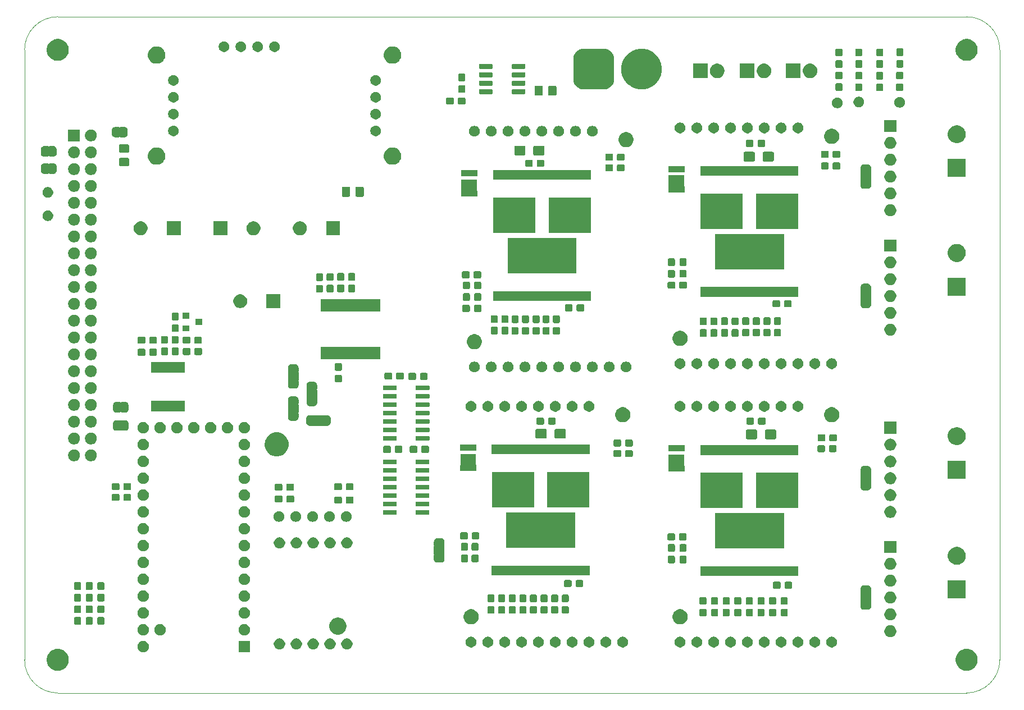
<source format=gbr>
G04 #@! TF.GenerationSoftware,KiCad,Pcbnew,5.1.6*
G04 #@! TF.CreationDate,2020-05-27T20:37:31-05:00*
G04 #@! TF.ProjectId,TurtlebotController,54757274-6c65-4626-9f74-436f6e74726f,rev?*
G04 #@! TF.SameCoordinates,Original*
G04 #@! TF.FileFunction,Soldermask,Top*
G04 #@! TF.FilePolarity,Negative*
%FSLAX46Y46*%
G04 Gerber Fmt 4.6, Leading zero omitted, Abs format (unit mm)*
G04 Created by KiCad (PCBNEW 5.1.6) date 2020-05-27 20:37:31*
%MOMM*%
%LPD*%
G01*
G04 APERTURE LIST*
G04 #@! TA.AperFunction,Profile*
%ADD10C,0.050000*%
G04 #@! TD*
%ADD11C,0.150000*%
G04 APERTURE END LIST*
D10*
X70000000Y-133500000D02*
X70000000Y-41500000D01*
X212000000Y-138500000D02*
X75000000Y-138500000D01*
X217000000Y-41500000D02*
X217000000Y-133500000D01*
X75000000Y-36500000D02*
X212000000Y-36500000D01*
X217000000Y-133500000D02*
G75*
G02*
X212000000Y-138500000I-5000000J0D01*
G01*
X75000000Y-138500000D02*
G75*
G02*
X70000000Y-133500000I0J5000000D01*
G01*
X212000000Y-36500000D02*
G75*
G02*
X217000000Y-41500000I0J-5000000D01*
G01*
X70000000Y-41500000D02*
G75*
G02*
X75000000Y-36500000I5000000J0D01*
G01*
D11*
G36*
X75289032Y-131874147D02*
G01*
X75481579Y-131912447D01*
X75782042Y-132036903D01*
X76052451Y-132217585D01*
X76282415Y-132447549D01*
X76463097Y-132717958D01*
X76587553Y-133018421D01*
X76651000Y-133337391D01*
X76651000Y-133662609D01*
X76587553Y-133981579D01*
X76463097Y-134282042D01*
X76282415Y-134552451D01*
X76052451Y-134782415D01*
X75782042Y-134963097D01*
X75481579Y-135087553D01*
X75375256Y-135108702D01*
X75162611Y-135151000D01*
X74837389Y-135151000D01*
X74624744Y-135108702D01*
X74518421Y-135087553D01*
X74217958Y-134963097D01*
X73947549Y-134782415D01*
X73717585Y-134552451D01*
X73536903Y-134282042D01*
X73412447Y-133981579D01*
X73349000Y-133662609D01*
X73349000Y-133337391D01*
X73412447Y-133018421D01*
X73536903Y-132717958D01*
X73717585Y-132447549D01*
X73947549Y-132217585D01*
X74217958Y-132036903D01*
X74518421Y-131912447D01*
X74710968Y-131874147D01*
X74837389Y-131849000D01*
X75162611Y-131849000D01*
X75289032Y-131874147D01*
G37*
G36*
X212289032Y-131874147D02*
G01*
X212481579Y-131912447D01*
X212782042Y-132036903D01*
X213052451Y-132217585D01*
X213282415Y-132447549D01*
X213463097Y-132717958D01*
X213587553Y-133018421D01*
X213651000Y-133337391D01*
X213651000Y-133662609D01*
X213587553Y-133981579D01*
X213463097Y-134282042D01*
X213282415Y-134552451D01*
X213052451Y-134782415D01*
X212782042Y-134963097D01*
X212481579Y-135087553D01*
X212375256Y-135108702D01*
X212162611Y-135151000D01*
X211837389Y-135151000D01*
X211624744Y-135108702D01*
X211518421Y-135087553D01*
X211217958Y-134963097D01*
X210947549Y-134782415D01*
X210717585Y-134552451D01*
X210536903Y-134282042D01*
X210412447Y-133981579D01*
X210349000Y-133662609D01*
X210349000Y-133337391D01*
X210412447Y-133018421D01*
X210536903Y-132717958D01*
X210717585Y-132447549D01*
X210947549Y-132217585D01*
X211217958Y-132036903D01*
X211518421Y-131912447D01*
X211710968Y-131874147D01*
X211837389Y-131849000D01*
X212162611Y-131849000D01*
X212289032Y-131874147D01*
G37*
G36*
X103971000Y-132361000D02*
G01*
X102269000Y-132361000D01*
X102269000Y-130659000D01*
X103971000Y-130659000D01*
X103971000Y-132361000D01*
G37*
G36*
X88128228Y-130691703D02*
G01*
X88283100Y-130755853D01*
X88422481Y-130848985D01*
X88541015Y-130967519D01*
X88634147Y-131106900D01*
X88698297Y-131261772D01*
X88731000Y-131426184D01*
X88731000Y-131593816D01*
X88698297Y-131758228D01*
X88634147Y-131913100D01*
X88541015Y-132052481D01*
X88422481Y-132171015D01*
X88283100Y-132264147D01*
X88128228Y-132328297D01*
X87963816Y-132361000D01*
X87796184Y-132361000D01*
X87631772Y-132328297D01*
X87476900Y-132264147D01*
X87337519Y-132171015D01*
X87218985Y-132052481D01*
X87125853Y-131913100D01*
X87061703Y-131758228D01*
X87029000Y-131593816D01*
X87029000Y-131426184D01*
X87061703Y-131261772D01*
X87125853Y-131106900D01*
X87218985Y-130967519D01*
X87337519Y-130848985D01*
X87476900Y-130755853D01*
X87631772Y-130691703D01*
X87796184Y-130659000D01*
X87963816Y-130659000D01*
X88128228Y-130691703D01*
G37*
G36*
X108668228Y-130301703D02*
G01*
X108823100Y-130365853D01*
X108962481Y-130458985D01*
X109081015Y-130577519D01*
X109174147Y-130716900D01*
X109238297Y-130871772D01*
X109271000Y-131036184D01*
X109271000Y-131203816D01*
X109238297Y-131368228D01*
X109174147Y-131523100D01*
X109081015Y-131662481D01*
X108962481Y-131781015D01*
X108823100Y-131874147D01*
X108668228Y-131938297D01*
X108503816Y-131971000D01*
X108336184Y-131971000D01*
X108171772Y-131938297D01*
X108016900Y-131874147D01*
X107877519Y-131781015D01*
X107758985Y-131662481D01*
X107665853Y-131523100D01*
X107601703Y-131368228D01*
X107569000Y-131203816D01*
X107569000Y-131036184D01*
X107601703Y-130871772D01*
X107665853Y-130716900D01*
X107758985Y-130577519D01*
X107877519Y-130458985D01*
X108016900Y-130365853D01*
X108171772Y-130301703D01*
X108336184Y-130269000D01*
X108503816Y-130269000D01*
X108668228Y-130301703D01*
G37*
G36*
X118828228Y-130301703D02*
G01*
X118983100Y-130365853D01*
X119122481Y-130458985D01*
X119241015Y-130577519D01*
X119334147Y-130716900D01*
X119398297Y-130871772D01*
X119431000Y-131036184D01*
X119431000Y-131203816D01*
X119398297Y-131368228D01*
X119334147Y-131523100D01*
X119241015Y-131662481D01*
X119122481Y-131781015D01*
X118983100Y-131874147D01*
X118828228Y-131938297D01*
X118663816Y-131971000D01*
X118496184Y-131971000D01*
X118331772Y-131938297D01*
X118176900Y-131874147D01*
X118037519Y-131781015D01*
X117918985Y-131662481D01*
X117825853Y-131523100D01*
X117761703Y-131368228D01*
X117729000Y-131203816D01*
X117729000Y-131036184D01*
X117761703Y-130871772D01*
X117825853Y-130716900D01*
X117918985Y-130577519D01*
X118037519Y-130458985D01*
X118176900Y-130365853D01*
X118331772Y-130301703D01*
X118496184Y-130269000D01*
X118663816Y-130269000D01*
X118828228Y-130301703D01*
G37*
G36*
X116288228Y-130301703D02*
G01*
X116443100Y-130365853D01*
X116582481Y-130458985D01*
X116701015Y-130577519D01*
X116794147Y-130716900D01*
X116858297Y-130871772D01*
X116891000Y-131036184D01*
X116891000Y-131203816D01*
X116858297Y-131368228D01*
X116794147Y-131523100D01*
X116701015Y-131662481D01*
X116582481Y-131781015D01*
X116443100Y-131874147D01*
X116288228Y-131938297D01*
X116123816Y-131971000D01*
X115956184Y-131971000D01*
X115791772Y-131938297D01*
X115636900Y-131874147D01*
X115497519Y-131781015D01*
X115378985Y-131662481D01*
X115285853Y-131523100D01*
X115221703Y-131368228D01*
X115189000Y-131203816D01*
X115189000Y-131036184D01*
X115221703Y-130871772D01*
X115285853Y-130716900D01*
X115378985Y-130577519D01*
X115497519Y-130458985D01*
X115636900Y-130365853D01*
X115791772Y-130301703D01*
X115956184Y-130269000D01*
X116123816Y-130269000D01*
X116288228Y-130301703D01*
G37*
G36*
X111208228Y-130301703D02*
G01*
X111363100Y-130365853D01*
X111502481Y-130458985D01*
X111621015Y-130577519D01*
X111714147Y-130716900D01*
X111778297Y-130871772D01*
X111811000Y-131036184D01*
X111811000Y-131203816D01*
X111778297Y-131368228D01*
X111714147Y-131523100D01*
X111621015Y-131662481D01*
X111502481Y-131781015D01*
X111363100Y-131874147D01*
X111208228Y-131938297D01*
X111043816Y-131971000D01*
X110876184Y-131971000D01*
X110711772Y-131938297D01*
X110556900Y-131874147D01*
X110417519Y-131781015D01*
X110298985Y-131662481D01*
X110205853Y-131523100D01*
X110141703Y-131368228D01*
X110109000Y-131203816D01*
X110109000Y-131036184D01*
X110141703Y-130871772D01*
X110205853Y-130716900D01*
X110298985Y-130577519D01*
X110417519Y-130458985D01*
X110556900Y-130365853D01*
X110711772Y-130301703D01*
X110876184Y-130269000D01*
X111043816Y-130269000D01*
X111208228Y-130301703D01*
G37*
G36*
X113748228Y-130301703D02*
G01*
X113903100Y-130365853D01*
X114042481Y-130458985D01*
X114161015Y-130577519D01*
X114254147Y-130716900D01*
X114318297Y-130871772D01*
X114351000Y-131036184D01*
X114351000Y-131203816D01*
X114318297Y-131368228D01*
X114254147Y-131523100D01*
X114161015Y-131662481D01*
X114042481Y-131781015D01*
X113903100Y-131874147D01*
X113748228Y-131938297D01*
X113583816Y-131971000D01*
X113416184Y-131971000D01*
X113251772Y-131938297D01*
X113096900Y-131874147D01*
X112957519Y-131781015D01*
X112838985Y-131662481D01*
X112745853Y-131523100D01*
X112681703Y-131368228D01*
X112649000Y-131203816D01*
X112649000Y-131036184D01*
X112681703Y-130871772D01*
X112745853Y-130716900D01*
X112838985Y-130577519D01*
X112957519Y-130458985D01*
X113096900Y-130365853D01*
X113251772Y-130301703D01*
X113416184Y-130269000D01*
X113583816Y-130269000D01*
X113748228Y-130301703D01*
G37*
G36*
X174117142Y-130048242D02*
G01*
X174265101Y-130109529D01*
X174398255Y-130198499D01*
X174511501Y-130311745D01*
X174600471Y-130444899D01*
X174661758Y-130592858D01*
X174693000Y-130749925D01*
X174693000Y-130910075D01*
X174661758Y-131067142D01*
X174600471Y-131215101D01*
X174511501Y-131348255D01*
X174398255Y-131461501D01*
X174265101Y-131550471D01*
X174117142Y-131611758D01*
X173960075Y-131643000D01*
X173799925Y-131643000D01*
X173642858Y-131611758D01*
X173494899Y-131550471D01*
X173361745Y-131461501D01*
X173248499Y-131348255D01*
X173159529Y-131215101D01*
X173098242Y-131067142D01*
X173067000Y-130910075D01*
X173067000Y-130749925D01*
X173098242Y-130592858D01*
X173159529Y-130444899D01*
X173248499Y-130311745D01*
X173361745Y-130198499D01*
X173494899Y-130109529D01*
X173642858Y-130048242D01*
X173799925Y-130017000D01*
X173960075Y-130017000D01*
X174117142Y-130048242D01*
G37*
G36*
X186817142Y-130048242D02*
G01*
X186965101Y-130109529D01*
X187098255Y-130198499D01*
X187211501Y-130311745D01*
X187300471Y-130444899D01*
X187361758Y-130592858D01*
X187393000Y-130749925D01*
X187393000Y-130910075D01*
X187361758Y-131067142D01*
X187300471Y-131215101D01*
X187211501Y-131348255D01*
X187098255Y-131461501D01*
X186965101Y-131550471D01*
X186817142Y-131611758D01*
X186660075Y-131643000D01*
X186499925Y-131643000D01*
X186342858Y-131611758D01*
X186194899Y-131550471D01*
X186061745Y-131461501D01*
X185948499Y-131348255D01*
X185859529Y-131215101D01*
X185798242Y-131067142D01*
X185767000Y-130910075D01*
X185767000Y-130749925D01*
X185798242Y-130592858D01*
X185859529Y-130444899D01*
X185948499Y-130311745D01*
X186061745Y-130198499D01*
X186194899Y-130109529D01*
X186342858Y-130048242D01*
X186499925Y-130017000D01*
X186660075Y-130017000D01*
X186817142Y-130048242D01*
G37*
G36*
X184277142Y-130048242D02*
G01*
X184425101Y-130109529D01*
X184558255Y-130198499D01*
X184671501Y-130311745D01*
X184760471Y-130444899D01*
X184821758Y-130592858D01*
X184853000Y-130749925D01*
X184853000Y-130910075D01*
X184821758Y-131067142D01*
X184760471Y-131215101D01*
X184671501Y-131348255D01*
X184558255Y-131461501D01*
X184425101Y-131550471D01*
X184277142Y-131611758D01*
X184120075Y-131643000D01*
X183959925Y-131643000D01*
X183802858Y-131611758D01*
X183654899Y-131550471D01*
X183521745Y-131461501D01*
X183408499Y-131348255D01*
X183319529Y-131215101D01*
X183258242Y-131067142D01*
X183227000Y-130910075D01*
X183227000Y-130749925D01*
X183258242Y-130592858D01*
X183319529Y-130444899D01*
X183408499Y-130311745D01*
X183521745Y-130198499D01*
X183654899Y-130109529D01*
X183802858Y-130048242D01*
X183959925Y-130017000D01*
X184120075Y-130017000D01*
X184277142Y-130048242D01*
G37*
G36*
X181737142Y-130048242D02*
G01*
X181885101Y-130109529D01*
X182018255Y-130198499D01*
X182131501Y-130311745D01*
X182220471Y-130444899D01*
X182281758Y-130592858D01*
X182313000Y-130749925D01*
X182313000Y-130910075D01*
X182281758Y-131067142D01*
X182220471Y-131215101D01*
X182131501Y-131348255D01*
X182018255Y-131461501D01*
X181885101Y-131550471D01*
X181737142Y-131611758D01*
X181580075Y-131643000D01*
X181419925Y-131643000D01*
X181262858Y-131611758D01*
X181114899Y-131550471D01*
X180981745Y-131461501D01*
X180868499Y-131348255D01*
X180779529Y-131215101D01*
X180718242Y-131067142D01*
X180687000Y-130910075D01*
X180687000Y-130749925D01*
X180718242Y-130592858D01*
X180779529Y-130444899D01*
X180868499Y-130311745D01*
X180981745Y-130198499D01*
X181114899Y-130109529D01*
X181262858Y-130048242D01*
X181419925Y-130017000D01*
X181580075Y-130017000D01*
X181737142Y-130048242D01*
G37*
G36*
X179197142Y-130048242D02*
G01*
X179345101Y-130109529D01*
X179478255Y-130198499D01*
X179591501Y-130311745D01*
X179680471Y-130444899D01*
X179741758Y-130592858D01*
X179773000Y-130749925D01*
X179773000Y-130910075D01*
X179741758Y-131067142D01*
X179680471Y-131215101D01*
X179591501Y-131348255D01*
X179478255Y-131461501D01*
X179345101Y-131550471D01*
X179197142Y-131611758D01*
X179040075Y-131643000D01*
X178879925Y-131643000D01*
X178722858Y-131611758D01*
X178574899Y-131550471D01*
X178441745Y-131461501D01*
X178328499Y-131348255D01*
X178239529Y-131215101D01*
X178178242Y-131067142D01*
X178147000Y-130910075D01*
X178147000Y-130749925D01*
X178178242Y-130592858D01*
X178239529Y-130444899D01*
X178328499Y-130311745D01*
X178441745Y-130198499D01*
X178574899Y-130109529D01*
X178722858Y-130048242D01*
X178879925Y-130017000D01*
X179040075Y-130017000D01*
X179197142Y-130048242D01*
G37*
G36*
X176657142Y-130048242D02*
G01*
X176805101Y-130109529D01*
X176938255Y-130198499D01*
X177051501Y-130311745D01*
X177140471Y-130444899D01*
X177201758Y-130592858D01*
X177233000Y-130749925D01*
X177233000Y-130910075D01*
X177201758Y-131067142D01*
X177140471Y-131215101D01*
X177051501Y-131348255D01*
X176938255Y-131461501D01*
X176805101Y-131550471D01*
X176657142Y-131611758D01*
X176500075Y-131643000D01*
X176339925Y-131643000D01*
X176182858Y-131611758D01*
X176034899Y-131550471D01*
X175901745Y-131461501D01*
X175788499Y-131348255D01*
X175699529Y-131215101D01*
X175638242Y-131067142D01*
X175607000Y-130910075D01*
X175607000Y-130749925D01*
X175638242Y-130592858D01*
X175699529Y-130444899D01*
X175788499Y-130311745D01*
X175901745Y-130198499D01*
X176034899Y-130109529D01*
X176182858Y-130048242D01*
X176339925Y-130017000D01*
X176500075Y-130017000D01*
X176657142Y-130048242D01*
G37*
G36*
X171577142Y-130048242D02*
G01*
X171725101Y-130109529D01*
X171858255Y-130198499D01*
X171971501Y-130311745D01*
X172060471Y-130444899D01*
X172121758Y-130592858D01*
X172153000Y-130749925D01*
X172153000Y-130910075D01*
X172121758Y-131067142D01*
X172060471Y-131215101D01*
X171971501Y-131348255D01*
X171858255Y-131461501D01*
X171725101Y-131550471D01*
X171577142Y-131611758D01*
X171420075Y-131643000D01*
X171259925Y-131643000D01*
X171102858Y-131611758D01*
X170954899Y-131550471D01*
X170821745Y-131461501D01*
X170708499Y-131348255D01*
X170619529Y-131215101D01*
X170558242Y-131067142D01*
X170527000Y-130910075D01*
X170527000Y-130749925D01*
X170558242Y-130592858D01*
X170619529Y-130444899D01*
X170708499Y-130311745D01*
X170821745Y-130198499D01*
X170954899Y-130109529D01*
X171102858Y-130048242D01*
X171259925Y-130017000D01*
X171420075Y-130017000D01*
X171577142Y-130048242D01*
G37*
G36*
X169037142Y-130048242D02*
G01*
X169185101Y-130109529D01*
X169318255Y-130198499D01*
X169431501Y-130311745D01*
X169520471Y-130444899D01*
X169581758Y-130592858D01*
X169613000Y-130749925D01*
X169613000Y-130910075D01*
X169581758Y-131067142D01*
X169520471Y-131215101D01*
X169431501Y-131348255D01*
X169318255Y-131461501D01*
X169185101Y-131550471D01*
X169037142Y-131611758D01*
X168880075Y-131643000D01*
X168719925Y-131643000D01*
X168562858Y-131611758D01*
X168414899Y-131550471D01*
X168281745Y-131461501D01*
X168168499Y-131348255D01*
X168079529Y-131215101D01*
X168018242Y-131067142D01*
X167987000Y-130910075D01*
X167987000Y-130749925D01*
X168018242Y-130592858D01*
X168079529Y-130444899D01*
X168168499Y-130311745D01*
X168281745Y-130198499D01*
X168414899Y-130109529D01*
X168562858Y-130048242D01*
X168719925Y-130017000D01*
X168880075Y-130017000D01*
X169037142Y-130048242D01*
G37*
G36*
X137537142Y-130048242D02*
G01*
X137685101Y-130109529D01*
X137818255Y-130198499D01*
X137931501Y-130311745D01*
X138020471Y-130444899D01*
X138081758Y-130592858D01*
X138113000Y-130749925D01*
X138113000Y-130910075D01*
X138081758Y-131067142D01*
X138020471Y-131215101D01*
X137931501Y-131348255D01*
X137818255Y-131461501D01*
X137685101Y-131550471D01*
X137537142Y-131611758D01*
X137380075Y-131643000D01*
X137219925Y-131643000D01*
X137062858Y-131611758D01*
X136914899Y-131550471D01*
X136781745Y-131461501D01*
X136668499Y-131348255D01*
X136579529Y-131215101D01*
X136518242Y-131067142D01*
X136487000Y-130910075D01*
X136487000Y-130749925D01*
X136518242Y-130592858D01*
X136579529Y-130444899D01*
X136668499Y-130311745D01*
X136781745Y-130198499D01*
X136914899Y-130109529D01*
X137062858Y-130048242D01*
X137219925Y-130017000D01*
X137380075Y-130017000D01*
X137537142Y-130048242D01*
G37*
G36*
X140077142Y-130048242D02*
G01*
X140225101Y-130109529D01*
X140358255Y-130198499D01*
X140471501Y-130311745D01*
X140560471Y-130444899D01*
X140621758Y-130592858D01*
X140653000Y-130749925D01*
X140653000Y-130910075D01*
X140621758Y-131067142D01*
X140560471Y-131215101D01*
X140471501Y-131348255D01*
X140358255Y-131461501D01*
X140225101Y-131550471D01*
X140077142Y-131611758D01*
X139920075Y-131643000D01*
X139759925Y-131643000D01*
X139602858Y-131611758D01*
X139454899Y-131550471D01*
X139321745Y-131461501D01*
X139208499Y-131348255D01*
X139119529Y-131215101D01*
X139058242Y-131067142D01*
X139027000Y-130910075D01*
X139027000Y-130749925D01*
X139058242Y-130592858D01*
X139119529Y-130444899D01*
X139208499Y-130311745D01*
X139321745Y-130198499D01*
X139454899Y-130109529D01*
X139602858Y-130048242D01*
X139759925Y-130017000D01*
X139920075Y-130017000D01*
X140077142Y-130048242D01*
G37*
G36*
X145157142Y-130048242D02*
G01*
X145305101Y-130109529D01*
X145438255Y-130198499D01*
X145551501Y-130311745D01*
X145640471Y-130444899D01*
X145701758Y-130592858D01*
X145733000Y-130749925D01*
X145733000Y-130910075D01*
X145701758Y-131067142D01*
X145640471Y-131215101D01*
X145551501Y-131348255D01*
X145438255Y-131461501D01*
X145305101Y-131550471D01*
X145157142Y-131611758D01*
X145000075Y-131643000D01*
X144839925Y-131643000D01*
X144682858Y-131611758D01*
X144534899Y-131550471D01*
X144401745Y-131461501D01*
X144288499Y-131348255D01*
X144199529Y-131215101D01*
X144138242Y-131067142D01*
X144107000Y-130910075D01*
X144107000Y-130749925D01*
X144138242Y-130592858D01*
X144199529Y-130444899D01*
X144288499Y-130311745D01*
X144401745Y-130198499D01*
X144534899Y-130109529D01*
X144682858Y-130048242D01*
X144839925Y-130017000D01*
X145000075Y-130017000D01*
X145157142Y-130048242D01*
G37*
G36*
X147697142Y-130048242D02*
G01*
X147845101Y-130109529D01*
X147978255Y-130198499D01*
X148091501Y-130311745D01*
X148180471Y-130444899D01*
X148241758Y-130592858D01*
X148273000Y-130749925D01*
X148273000Y-130910075D01*
X148241758Y-131067142D01*
X148180471Y-131215101D01*
X148091501Y-131348255D01*
X147978255Y-131461501D01*
X147845101Y-131550471D01*
X147697142Y-131611758D01*
X147540075Y-131643000D01*
X147379925Y-131643000D01*
X147222858Y-131611758D01*
X147074899Y-131550471D01*
X146941745Y-131461501D01*
X146828499Y-131348255D01*
X146739529Y-131215101D01*
X146678242Y-131067142D01*
X146647000Y-130910075D01*
X146647000Y-130749925D01*
X146678242Y-130592858D01*
X146739529Y-130444899D01*
X146828499Y-130311745D01*
X146941745Y-130198499D01*
X147074899Y-130109529D01*
X147222858Y-130048242D01*
X147379925Y-130017000D01*
X147540075Y-130017000D01*
X147697142Y-130048242D01*
G37*
G36*
X150237142Y-130048242D02*
G01*
X150385101Y-130109529D01*
X150518255Y-130198499D01*
X150631501Y-130311745D01*
X150720471Y-130444899D01*
X150781758Y-130592858D01*
X150813000Y-130749925D01*
X150813000Y-130910075D01*
X150781758Y-131067142D01*
X150720471Y-131215101D01*
X150631501Y-131348255D01*
X150518255Y-131461501D01*
X150385101Y-131550471D01*
X150237142Y-131611758D01*
X150080075Y-131643000D01*
X149919925Y-131643000D01*
X149762858Y-131611758D01*
X149614899Y-131550471D01*
X149481745Y-131461501D01*
X149368499Y-131348255D01*
X149279529Y-131215101D01*
X149218242Y-131067142D01*
X149187000Y-130910075D01*
X149187000Y-130749925D01*
X149218242Y-130592858D01*
X149279529Y-130444899D01*
X149368499Y-130311745D01*
X149481745Y-130198499D01*
X149614899Y-130109529D01*
X149762858Y-130048242D01*
X149919925Y-130017000D01*
X150080075Y-130017000D01*
X150237142Y-130048242D01*
G37*
G36*
X152777142Y-130048242D02*
G01*
X152925101Y-130109529D01*
X153058255Y-130198499D01*
X153171501Y-130311745D01*
X153260471Y-130444899D01*
X153321758Y-130592858D01*
X153353000Y-130749925D01*
X153353000Y-130910075D01*
X153321758Y-131067142D01*
X153260471Y-131215101D01*
X153171501Y-131348255D01*
X153058255Y-131461501D01*
X152925101Y-131550471D01*
X152777142Y-131611758D01*
X152620075Y-131643000D01*
X152459925Y-131643000D01*
X152302858Y-131611758D01*
X152154899Y-131550471D01*
X152021745Y-131461501D01*
X151908499Y-131348255D01*
X151819529Y-131215101D01*
X151758242Y-131067142D01*
X151727000Y-130910075D01*
X151727000Y-130749925D01*
X151758242Y-130592858D01*
X151819529Y-130444899D01*
X151908499Y-130311745D01*
X152021745Y-130198499D01*
X152154899Y-130109529D01*
X152302858Y-130048242D01*
X152459925Y-130017000D01*
X152620075Y-130017000D01*
X152777142Y-130048242D01*
G37*
G36*
X155317142Y-130048242D02*
G01*
X155465101Y-130109529D01*
X155598255Y-130198499D01*
X155711501Y-130311745D01*
X155800471Y-130444899D01*
X155861758Y-130592858D01*
X155893000Y-130749925D01*
X155893000Y-130910075D01*
X155861758Y-131067142D01*
X155800471Y-131215101D01*
X155711501Y-131348255D01*
X155598255Y-131461501D01*
X155465101Y-131550471D01*
X155317142Y-131611758D01*
X155160075Y-131643000D01*
X154999925Y-131643000D01*
X154842858Y-131611758D01*
X154694899Y-131550471D01*
X154561745Y-131461501D01*
X154448499Y-131348255D01*
X154359529Y-131215101D01*
X154298242Y-131067142D01*
X154267000Y-130910075D01*
X154267000Y-130749925D01*
X154298242Y-130592858D01*
X154359529Y-130444899D01*
X154448499Y-130311745D01*
X154561745Y-130198499D01*
X154694899Y-130109529D01*
X154842858Y-130048242D01*
X154999925Y-130017000D01*
X155160075Y-130017000D01*
X155317142Y-130048242D01*
G37*
G36*
X157857142Y-130048242D02*
G01*
X158005101Y-130109529D01*
X158138255Y-130198499D01*
X158251501Y-130311745D01*
X158340471Y-130444899D01*
X158401758Y-130592858D01*
X158433000Y-130749925D01*
X158433000Y-130910075D01*
X158401758Y-131067142D01*
X158340471Y-131215101D01*
X158251501Y-131348255D01*
X158138255Y-131461501D01*
X158005101Y-131550471D01*
X157857142Y-131611758D01*
X157700075Y-131643000D01*
X157539925Y-131643000D01*
X157382858Y-131611758D01*
X157234899Y-131550471D01*
X157101745Y-131461501D01*
X156988499Y-131348255D01*
X156899529Y-131215101D01*
X156838242Y-131067142D01*
X156807000Y-130910075D01*
X156807000Y-130749925D01*
X156838242Y-130592858D01*
X156899529Y-130444899D01*
X156988499Y-130311745D01*
X157101745Y-130198499D01*
X157234899Y-130109529D01*
X157382858Y-130048242D01*
X157539925Y-130017000D01*
X157700075Y-130017000D01*
X157857142Y-130048242D01*
G37*
G36*
X160397142Y-130048242D02*
G01*
X160545101Y-130109529D01*
X160678255Y-130198499D01*
X160791501Y-130311745D01*
X160880471Y-130444899D01*
X160941758Y-130592858D01*
X160973000Y-130749925D01*
X160973000Y-130910075D01*
X160941758Y-131067142D01*
X160880471Y-131215101D01*
X160791501Y-131348255D01*
X160678255Y-131461501D01*
X160545101Y-131550471D01*
X160397142Y-131611758D01*
X160240075Y-131643000D01*
X160079925Y-131643000D01*
X159922858Y-131611758D01*
X159774899Y-131550471D01*
X159641745Y-131461501D01*
X159528499Y-131348255D01*
X159439529Y-131215101D01*
X159378242Y-131067142D01*
X159347000Y-130910075D01*
X159347000Y-130749925D01*
X159378242Y-130592858D01*
X159439529Y-130444899D01*
X159528499Y-130311745D01*
X159641745Y-130198499D01*
X159774899Y-130109529D01*
X159922858Y-130048242D01*
X160079925Y-130017000D01*
X160240075Y-130017000D01*
X160397142Y-130048242D01*
G37*
G36*
X189357142Y-130048242D02*
G01*
X189505101Y-130109529D01*
X189638255Y-130198499D01*
X189751501Y-130311745D01*
X189840471Y-130444899D01*
X189901758Y-130592858D01*
X189933000Y-130749925D01*
X189933000Y-130910075D01*
X189901758Y-131067142D01*
X189840471Y-131215101D01*
X189751501Y-131348255D01*
X189638255Y-131461501D01*
X189505101Y-131550471D01*
X189357142Y-131611758D01*
X189200075Y-131643000D01*
X189039925Y-131643000D01*
X188882858Y-131611758D01*
X188734899Y-131550471D01*
X188601745Y-131461501D01*
X188488499Y-131348255D01*
X188399529Y-131215101D01*
X188338242Y-131067142D01*
X188307000Y-130910075D01*
X188307000Y-130749925D01*
X188338242Y-130592858D01*
X188399529Y-130444899D01*
X188488499Y-130311745D01*
X188601745Y-130198499D01*
X188734899Y-130109529D01*
X188882858Y-130048242D01*
X189039925Y-130017000D01*
X189200075Y-130017000D01*
X189357142Y-130048242D01*
G37*
G36*
X191897142Y-130048242D02*
G01*
X192045101Y-130109529D01*
X192178255Y-130198499D01*
X192291501Y-130311745D01*
X192380471Y-130444899D01*
X192441758Y-130592858D01*
X192473000Y-130749925D01*
X192473000Y-130910075D01*
X192441758Y-131067142D01*
X192380471Y-131215101D01*
X192291501Y-131348255D01*
X192178255Y-131461501D01*
X192045101Y-131550471D01*
X191897142Y-131611758D01*
X191740075Y-131643000D01*
X191579925Y-131643000D01*
X191422858Y-131611758D01*
X191274899Y-131550471D01*
X191141745Y-131461501D01*
X191028499Y-131348255D01*
X190939529Y-131215101D01*
X190878242Y-131067142D01*
X190847000Y-130910075D01*
X190847000Y-130749925D01*
X190878242Y-130592858D01*
X190939529Y-130444899D01*
X191028499Y-130311745D01*
X191141745Y-130198499D01*
X191274899Y-130109529D01*
X191422858Y-130048242D01*
X191579925Y-130017000D01*
X191740075Y-130017000D01*
X191897142Y-130048242D01*
G37*
G36*
X142617142Y-130048242D02*
G01*
X142765101Y-130109529D01*
X142898255Y-130198499D01*
X143011501Y-130311745D01*
X143100471Y-130444899D01*
X143161758Y-130592858D01*
X143193000Y-130749925D01*
X143193000Y-130910075D01*
X143161758Y-131067142D01*
X143100471Y-131215101D01*
X143011501Y-131348255D01*
X142898255Y-131461501D01*
X142765101Y-131550471D01*
X142617142Y-131611758D01*
X142460075Y-131643000D01*
X142299925Y-131643000D01*
X142142858Y-131611758D01*
X141994899Y-131550471D01*
X141861745Y-131461501D01*
X141748499Y-131348255D01*
X141659529Y-131215101D01*
X141598242Y-131067142D01*
X141567000Y-130910075D01*
X141567000Y-130749925D01*
X141598242Y-130592858D01*
X141659529Y-130444899D01*
X141748499Y-130311745D01*
X141861745Y-130198499D01*
X141994899Y-130109529D01*
X142142858Y-130048242D01*
X142299925Y-130017000D01*
X142460075Y-130017000D01*
X142617142Y-130048242D01*
G37*
G36*
X200613512Y-128303927D02*
G01*
X200762812Y-128333624D01*
X200926784Y-128401544D01*
X201074354Y-128500147D01*
X201199853Y-128625646D01*
X201298456Y-128773216D01*
X201366376Y-128937188D01*
X201401000Y-129111259D01*
X201401000Y-129288741D01*
X201366376Y-129462812D01*
X201298456Y-129626784D01*
X201199853Y-129774354D01*
X201074354Y-129899853D01*
X200926784Y-129998456D01*
X200762812Y-130066376D01*
X200613512Y-130096073D01*
X200588742Y-130101000D01*
X200411258Y-130101000D01*
X200386488Y-130096073D01*
X200237188Y-130066376D01*
X200073216Y-129998456D01*
X199925646Y-129899853D01*
X199800147Y-129774354D01*
X199701544Y-129626784D01*
X199633624Y-129462812D01*
X199599000Y-129288741D01*
X199599000Y-129111259D01*
X199633624Y-128937188D01*
X199701544Y-128773216D01*
X199800147Y-128625646D01*
X199925646Y-128500147D01*
X200073216Y-128401544D01*
X200237188Y-128333624D01*
X200386488Y-128303927D01*
X200411258Y-128299000D01*
X200588742Y-128299000D01*
X200613512Y-128303927D01*
G37*
G36*
X103368228Y-128151703D02*
G01*
X103523100Y-128215853D01*
X103662481Y-128308985D01*
X103781015Y-128427519D01*
X103874147Y-128566900D01*
X103938297Y-128721772D01*
X103971000Y-128886184D01*
X103971000Y-129053816D01*
X103938297Y-129218228D01*
X103874147Y-129373100D01*
X103781015Y-129512481D01*
X103662481Y-129631015D01*
X103523100Y-129724147D01*
X103368228Y-129788297D01*
X103203816Y-129821000D01*
X103036184Y-129821000D01*
X102871772Y-129788297D01*
X102716900Y-129724147D01*
X102577519Y-129631015D01*
X102458985Y-129512481D01*
X102365853Y-129373100D01*
X102301703Y-129218228D01*
X102269000Y-129053816D01*
X102269000Y-128886184D01*
X102301703Y-128721772D01*
X102365853Y-128566900D01*
X102458985Y-128427519D01*
X102577519Y-128308985D01*
X102716900Y-128215853D01*
X102871772Y-128151703D01*
X103036184Y-128119000D01*
X103203816Y-128119000D01*
X103368228Y-128151703D01*
G37*
G36*
X90668228Y-128151703D02*
G01*
X90823100Y-128215853D01*
X90962481Y-128308985D01*
X91081015Y-128427519D01*
X91174147Y-128566900D01*
X91238297Y-128721772D01*
X91271000Y-128886184D01*
X91271000Y-129053816D01*
X91238297Y-129218228D01*
X91174147Y-129373100D01*
X91081015Y-129512481D01*
X90962481Y-129631015D01*
X90823100Y-129724147D01*
X90668228Y-129788297D01*
X90503816Y-129821000D01*
X90336184Y-129821000D01*
X90171772Y-129788297D01*
X90016900Y-129724147D01*
X89877519Y-129631015D01*
X89758985Y-129512481D01*
X89665853Y-129373100D01*
X89601703Y-129218228D01*
X89569000Y-129053816D01*
X89569000Y-128886184D01*
X89601703Y-128721772D01*
X89665853Y-128566900D01*
X89758985Y-128427519D01*
X89877519Y-128308985D01*
X90016900Y-128215853D01*
X90171772Y-128151703D01*
X90336184Y-128119000D01*
X90503816Y-128119000D01*
X90668228Y-128151703D01*
G37*
G36*
X88128228Y-128151703D02*
G01*
X88283100Y-128215853D01*
X88422481Y-128308985D01*
X88541015Y-128427519D01*
X88634147Y-128566900D01*
X88698297Y-128721772D01*
X88731000Y-128886184D01*
X88731000Y-129053816D01*
X88698297Y-129218228D01*
X88634147Y-129373100D01*
X88541015Y-129512481D01*
X88422481Y-129631015D01*
X88283100Y-129724147D01*
X88128228Y-129788297D01*
X87963816Y-129821000D01*
X87796184Y-129821000D01*
X87631772Y-129788297D01*
X87476900Y-129724147D01*
X87337519Y-129631015D01*
X87218985Y-129512481D01*
X87125853Y-129373100D01*
X87061703Y-129218228D01*
X87029000Y-129053816D01*
X87029000Y-128886184D01*
X87061703Y-128721772D01*
X87125853Y-128566900D01*
X87218985Y-128427519D01*
X87337519Y-128308985D01*
X87476900Y-128215853D01*
X87631772Y-128151703D01*
X87796184Y-128119000D01*
X87963816Y-128119000D01*
X88128228Y-128151703D01*
G37*
G36*
X117609487Y-127158996D02*
G01*
X117846253Y-127257068D01*
X117846255Y-127257069D01*
X118059339Y-127399447D01*
X118240553Y-127580661D01*
X118351928Y-127747345D01*
X118382932Y-127793747D01*
X118481004Y-128030513D01*
X118531000Y-128281861D01*
X118531000Y-128538139D01*
X118481004Y-128789487D01*
X118382932Y-129026253D01*
X118382931Y-129026255D01*
X118240553Y-129239339D01*
X118059339Y-129420553D01*
X117846255Y-129562931D01*
X117846254Y-129562932D01*
X117846253Y-129562932D01*
X117609487Y-129661004D01*
X117358139Y-129711000D01*
X117101861Y-129711000D01*
X116850513Y-129661004D01*
X116613747Y-129562932D01*
X116613746Y-129562932D01*
X116613745Y-129562931D01*
X116400661Y-129420553D01*
X116219447Y-129239339D01*
X116077069Y-129026255D01*
X116077068Y-129026253D01*
X115978996Y-128789487D01*
X115929000Y-128538139D01*
X115929000Y-128281861D01*
X115978996Y-128030513D01*
X116077068Y-127793747D01*
X116108073Y-127747345D01*
X116219447Y-127580661D01*
X116400661Y-127399447D01*
X116613745Y-127257069D01*
X116613747Y-127257068D01*
X116850513Y-127158996D01*
X117101861Y-127109000D01*
X117358139Y-127109000D01*
X117609487Y-127158996D01*
G37*
G36*
X81864499Y-127053445D02*
G01*
X81901995Y-127064820D01*
X81936554Y-127083292D01*
X81966847Y-127108153D01*
X81991708Y-127138446D01*
X82010180Y-127173005D01*
X82021555Y-127210501D01*
X82026000Y-127255638D01*
X82026000Y-127994362D01*
X82021555Y-128039499D01*
X82010180Y-128076995D01*
X81991708Y-128111554D01*
X81966847Y-128141847D01*
X81936554Y-128166708D01*
X81901995Y-128185180D01*
X81864499Y-128196555D01*
X81819362Y-128201000D01*
X81180638Y-128201000D01*
X81135501Y-128196555D01*
X81098005Y-128185180D01*
X81063446Y-128166708D01*
X81033153Y-128141847D01*
X81008292Y-128111554D01*
X80989820Y-128076995D01*
X80978445Y-128039499D01*
X80974000Y-127994362D01*
X80974000Y-127255638D01*
X80978445Y-127210501D01*
X80989820Y-127173005D01*
X81008292Y-127138446D01*
X81033153Y-127108153D01*
X81063446Y-127083292D01*
X81098005Y-127064820D01*
X81135501Y-127053445D01*
X81180638Y-127049000D01*
X81819362Y-127049000D01*
X81864499Y-127053445D01*
G37*
G36*
X80114499Y-127053445D02*
G01*
X80151995Y-127064820D01*
X80186554Y-127083292D01*
X80216847Y-127108153D01*
X80241708Y-127138446D01*
X80260180Y-127173005D01*
X80271555Y-127210501D01*
X80276000Y-127255638D01*
X80276000Y-127994362D01*
X80271555Y-128039499D01*
X80260180Y-128076995D01*
X80241708Y-128111554D01*
X80216847Y-128141847D01*
X80186554Y-128166708D01*
X80151995Y-128185180D01*
X80114499Y-128196555D01*
X80069362Y-128201000D01*
X79430638Y-128201000D01*
X79385501Y-128196555D01*
X79348005Y-128185180D01*
X79313446Y-128166708D01*
X79283153Y-128141847D01*
X79258292Y-128111554D01*
X79239820Y-128076995D01*
X79228445Y-128039499D01*
X79224000Y-127994362D01*
X79224000Y-127255638D01*
X79228445Y-127210501D01*
X79239820Y-127173005D01*
X79258292Y-127138446D01*
X79283153Y-127108153D01*
X79313446Y-127083292D01*
X79348005Y-127064820D01*
X79385501Y-127053445D01*
X79430638Y-127049000D01*
X80069362Y-127049000D01*
X80114499Y-127053445D01*
G37*
G36*
X78364499Y-127053445D02*
G01*
X78401995Y-127064820D01*
X78436554Y-127083292D01*
X78466847Y-127108153D01*
X78491708Y-127138446D01*
X78510180Y-127173005D01*
X78521555Y-127210501D01*
X78526000Y-127255638D01*
X78526000Y-127994362D01*
X78521555Y-128039499D01*
X78510180Y-128076995D01*
X78491708Y-128111554D01*
X78466847Y-128141847D01*
X78436554Y-128166708D01*
X78401995Y-128185180D01*
X78364499Y-128196555D01*
X78319362Y-128201000D01*
X77680638Y-128201000D01*
X77635501Y-128196555D01*
X77598005Y-128185180D01*
X77563446Y-128166708D01*
X77533153Y-128141847D01*
X77508292Y-128111554D01*
X77489820Y-128076995D01*
X77478445Y-128039499D01*
X77474000Y-127994362D01*
X77474000Y-127255638D01*
X77478445Y-127210501D01*
X77489820Y-127173005D01*
X77508292Y-127138446D01*
X77533153Y-127108153D01*
X77563446Y-127083292D01*
X77598005Y-127064820D01*
X77635501Y-127053445D01*
X77680638Y-127049000D01*
X78319362Y-127049000D01*
X78364499Y-127053445D01*
G37*
G36*
X137632817Y-125922847D02*
G01*
X137840465Y-126008858D01*
X138027345Y-126133727D01*
X138186273Y-126292655D01*
X138311142Y-126479535D01*
X138397153Y-126687183D01*
X138441000Y-126907620D01*
X138441000Y-127132380D01*
X138397153Y-127352817D01*
X138311142Y-127560465D01*
X138186273Y-127747345D01*
X138027345Y-127906273D01*
X137840465Y-128031142D01*
X137632817Y-128117153D01*
X137412380Y-128161000D01*
X137187620Y-128161000D01*
X136967183Y-128117153D01*
X136759535Y-128031142D01*
X136572655Y-127906273D01*
X136413727Y-127747345D01*
X136288858Y-127560465D01*
X136202847Y-127352817D01*
X136159000Y-127132380D01*
X136159000Y-126907620D01*
X136202847Y-126687183D01*
X136288858Y-126479535D01*
X136413727Y-126292655D01*
X136572655Y-126133727D01*
X136759535Y-126008858D01*
X136967183Y-125922847D01*
X137187620Y-125879000D01*
X137412380Y-125879000D01*
X137632817Y-125922847D01*
G37*
G36*
X169132817Y-125922847D02*
G01*
X169340465Y-126008858D01*
X169527345Y-126133727D01*
X169686273Y-126292655D01*
X169811142Y-126479535D01*
X169897153Y-126687183D01*
X169941000Y-126907620D01*
X169941000Y-127132380D01*
X169897153Y-127352817D01*
X169811142Y-127560465D01*
X169686273Y-127747345D01*
X169527345Y-127906273D01*
X169340465Y-128031142D01*
X169132817Y-128117153D01*
X168912380Y-128161000D01*
X168687620Y-128161000D01*
X168467183Y-128117153D01*
X168259535Y-128031142D01*
X168072655Y-127906273D01*
X167913727Y-127747345D01*
X167788858Y-127560465D01*
X167702847Y-127352817D01*
X167659000Y-127132380D01*
X167659000Y-126907620D01*
X167702847Y-126687183D01*
X167788858Y-126479535D01*
X167913727Y-126292655D01*
X168072655Y-126133727D01*
X168259535Y-126008858D01*
X168467183Y-125922847D01*
X168687620Y-125879000D01*
X168912380Y-125879000D01*
X169132817Y-125922847D01*
G37*
G36*
X200613512Y-125763927D02*
G01*
X200762812Y-125793624D01*
X200926784Y-125861544D01*
X201074354Y-125960147D01*
X201199853Y-126085646D01*
X201298456Y-126233216D01*
X201366376Y-126397188D01*
X201401000Y-126571259D01*
X201401000Y-126748741D01*
X201366376Y-126922812D01*
X201298456Y-127086784D01*
X201199853Y-127234354D01*
X201074354Y-127359853D01*
X200926784Y-127458456D01*
X200762812Y-127526376D01*
X200613512Y-127556073D01*
X200588742Y-127561000D01*
X200411258Y-127561000D01*
X200386488Y-127556073D01*
X200237188Y-127526376D01*
X200073216Y-127458456D01*
X199925646Y-127359853D01*
X199800147Y-127234354D01*
X199701544Y-127086784D01*
X199633624Y-126922812D01*
X199599000Y-126748741D01*
X199599000Y-126571259D01*
X199633624Y-126397188D01*
X199701544Y-126233216D01*
X199800147Y-126085646D01*
X199925646Y-125960147D01*
X200073216Y-125861544D01*
X200237188Y-125793624D01*
X200386488Y-125763927D01*
X200411258Y-125759000D01*
X200588742Y-125759000D01*
X200613512Y-125763927D01*
G37*
G36*
X88128228Y-125611703D02*
G01*
X88283100Y-125675853D01*
X88422481Y-125768985D01*
X88541015Y-125887519D01*
X88634147Y-126026900D01*
X88698297Y-126181772D01*
X88731000Y-126346184D01*
X88731000Y-126513816D01*
X88698297Y-126678228D01*
X88634147Y-126833100D01*
X88541015Y-126972481D01*
X88422481Y-127091015D01*
X88283100Y-127184147D01*
X88128228Y-127248297D01*
X87963816Y-127281000D01*
X87796184Y-127281000D01*
X87631772Y-127248297D01*
X87476900Y-127184147D01*
X87337519Y-127091015D01*
X87218985Y-126972481D01*
X87125853Y-126833100D01*
X87061703Y-126678228D01*
X87029000Y-126513816D01*
X87029000Y-126346184D01*
X87061703Y-126181772D01*
X87125853Y-126026900D01*
X87218985Y-125887519D01*
X87337519Y-125768985D01*
X87476900Y-125675853D01*
X87631772Y-125611703D01*
X87796184Y-125579000D01*
X87963816Y-125579000D01*
X88128228Y-125611703D01*
G37*
G36*
X103368228Y-125611703D02*
G01*
X103523100Y-125675853D01*
X103662481Y-125768985D01*
X103781015Y-125887519D01*
X103874147Y-126026900D01*
X103938297Y-126181772D01*
X103971000Y-126346184D01*
X103971000Y-126513816D01*
X103938297Y-126678228D01*
X103874147Y-126833100D01*
X103781015Y-126972481D01*
X103662481Y-127091015D01*
X103523100Y-127184147D01*
X103368228Y-127248297D01*
X103203816Y-127281000D01*
X103036184Y-127281000D01*
X102871772Y-127248297D01*
X102716900Y-127184147D01*
X102577519Y-127091015D01*
X102458985Y-126972481D01*
X102365853Y-126833100D01*
X102301703Y-126678228D01*
X102269000Y-126513816D01*
X102269000Y-126346184D01*
X102301703Y-126181772D01*
X102365853Y-126026900D01*
X102458985Y-125887519D01*
X102577519Y-125768985D01*
X102716900Y-125675853D01*
X102871772Y-125611703D01*
X103036184Y-125579000D01*
X103203816Y-125579000D01*
X103368228Y-125611703D01*
G37*
G36*
X174364499Y-125803445D02*
G01*
X174401995Y-125814820D01*
X174436554Y-125833292D01*
X174466847Y-125858153D01*
X174491708Y-125888446D01*
X174510180Y-125923005D01*
X174521555Y-125960501D01*
X174526000Y-126005638D01*
X174526000Y-126744362D01*
X174521555Y-126789499D01*
X174510180Y-126826995D01*
X174491708Y-126861554D01*
X174466847Y-126891847D01*
X174436554Y-126916708D01*
X174401995Y-126935180D01*
X174364499Y-126946555D01*
X174319362Y-126951000D01*
X173680638Y-126951000D01*
X173635501Y-126946555D01*
X173598005Y-126935180D01*
X173563446Y-126916708D01*
X173533153Y-126891847D01*
X173508292Y-126861554D01*
X173489820Y-126826995D01*
X173478445Y-126789499D01*
X173474000Y-126744362D01*
X173474000Y-126005638D01*
X173478445Y-125960501D01*
X173489820Y-125923005D01*
X173508292Y-125888446D01*
X173533153Y-125858153D01*
X173563446Y-125833292D01*
X173598005Y-125814820D01*
X173635501Y-125803445D01*
X173680638Y-125799000D01*
X174319362Y-125799000D01*
X174364499Y-125803445D01*
G37*
G36*
X181364499Y-125803445D02*
G01*
X181401995Y-125814820D01*
X181436554Y-125833292D01*
X181466847Y-125858153D01*
X181491708Y-125888446D01*
X181510180Y-125923005D01*
X181521555Y-125960501D01*
X181526000Y-126005638D01*
X181526000Y-126744362D01*
X181521555Y-126789499D01*
X181510180Y-126826995D01*
X181491708Y-126861554D01*
X181466847Y-126891847D01*
X181436554Y-126916708D01*
X181401995Y-126935180D01*
X181364499Y-126946555D01*
X181319362Y-126951000D01*
X180680638Y-126951000D01*
X180635501Y-126946555D01*
X180598005Y-126935180D01*
X180563446Y-126916708D01*
X180533153Y-126891847D01*
X180508292Y-126861554D01*
X180489820Y-126826995D01*
X180478445Y-126789499D01*
X180474000Y-126744362D01*
X180474000Y-126005638D01*
X180478445Y-125960501D01*
X180489820Y-125923005D01*
X180508292Y-125888446D01*
X180533153Y-125858153D01*
X180563446Y-125833292D01*
X180598005Y-125814820D01*
X180635501Y-125803445D01*
X180680638Y-125799000D01*
X181319362Y-125799000D01*
X181364499Y-125803445D01*
G37*
G36*
X179614499Y-125803445D02*
G01*
X179651995Y-125814820D01*
X179686554Y-125833292D01*
X179716847Y-125858153D01*
X179741708Y-125888446D01*
X179760180Y-125923005D01*
X179771555Y-125960501D01*
X179776000Y-126005638D01*
X179776000Y-126744362D01*
X179771555Y-126789499D01*
X179760180Y-126826995D01*
X179741708Y-126861554D01*
X179716847Y-126891847D01*
X179686554Y-126916708D01*
X179651995Y-126935180D01*
X179614499Y-126946555D01*
X179569362Y-126951000D01*
X178930638Y-126951000D01*
X178885501Y-126946555D01*
X178848005Y-126935180D01*
X178813446Y-126916708D01*
X178783153Y-126891847D01*
X178758292Y-126861554D01*
X178739820Y-126826995D01*
X178728445Y-126789499D01*
X178724000Y-126744362D01*
X178724000Y-126005638D01*
X178728445Y-125960501D01*
X178739820Y-125923005D01*
X178758292Y-125888446D01*
X178783153Y-125858153D01*
X178813446Y-125833292D01*
X178848005Y-125814820D01*
X178885501Y-125803445D01*
X178930638Y-125799000D01*
X179569362Y-125799000D01*
X179614499Y-125803445D01*
G37*
G36*
X176114499Y-125803445D02*
G01*
X176151995Y-125814820D01*
X176186554Y-125833292D01*
X176216847Y-125858153D01*
X176241708Y-125888446D01*
X176260180Y-125923005D01*
X176271555Y-125960501D01*
X176276000Y-126005638D01*
X176276000Y-126744362D01*
X176271555Y-126789499D01*
X176260180Y-126826995D01*
X176241708Y-126861554D01*
X176216847Y-126891847D01*
X176186554Y-126916708D01*
X176151995Y-126935180D01*
X176114499Y-126946555D01*
X176069362Y-126951000D01*
X175430638Y-126951000D01*
X175385501Y-126946555D01*
X175348005Y-126935180D01*
X175313446Y-126916708D01*
X175283153Y-126891847D01*
X175258292Y-126861554D01*
X175239820Y-126826995D01*
X175228445Y-126789499D01*
X175224000Y-126744362D01*
X175224000Y-126005638D01*
X175228445Y-125960501D01*
X175239820Y-125923005D01*
X175258292Y-125888446D01*
X175283153Y-125858153D01*
X175313446Y-125833292D01*
X175348005Y-125814820D01*
X175385501Y-125803445D01*
X175430638Y-125799000D01*
X176069362Y-125799000D01*
X176114499Y-125803445D01*
G37*
G36*
X183114499Y-125803445D02*
G01*
X183151995Y-125814820D01*
X183186554Y-125833292D01*
X183216847Y-125858153D01*
X183241708Y-125888446D01*
X183260180Y-125923005D01*
X183271555Y-125960501D01*
X183276000Y-126005638D01*
X183276000Y-126744362D01*
X183271555Y-126789499D01*
X183260180Y-126826995D01*
X183241708Y-126861554D01*
X183216847Y-126891847D01*
X183186554Y-126916708D01*
X183151995Y-126935180D01*
X183114499Y-126946555D01*
X183069362Y-126951000D01*
X182430638Y-126951000D01*
X182385501Y-126946555D01*
X182348005Y-126935180D01*
X182313446Y-126916708D01*
X182283153Y-126891847D01*
X182258292Y-126861554D01*
X182239820Y-126826995D01*
X182228445Y-126789499D01*
X182224000Y-126744362D01*
X182224000Y-126005638D01*
X182228445Y-125960501D01*
X182239820Y-125923005D01*
X182258292Y-125888446D01*
X182283153Y-125858153D01*
X182313446Y-125833292D01*
X182348005Y-125814820D01*
X182385501Y-125803445D01*
X182430638Y-125799000D01*
X183069362Y-125799000D01*
X183114499Y-125803445D01*
G37*
G36*
X172614499Y-125803445D02*
G01*
X172651995Y-125814820D01*
X172686554Y-125833292D01*
X172716847Y-125858153D01*
X172741708Y-125888446D01*
X172760180Y-125923005D01*
X172771555Y-125960501D01*
X172776000Y-126005638D01*
X172776000Y-126744362D01*
X172771555Y-126789499D01*
X172760180Y-126826995D01*
X172741708Y-126861554D01*
X172716847Y-126891847D01*
X172686554Y-126916708D01*
X172651995Y-126935180D01*
X172614499Y-126946555D01*
X172569362Y-126951000D01*
X171930638Y-126951000D01*
X171885501Y-126946555D01*
X171848005Y-126935180D01*
X171813446Y-126916708D01*
X171783153Y-126891847D01*
X171758292Y-126861554D01*
X171739820Y-126826995D01*
X171728445Y-126789499D01*
X171724000Y-126744362D01*
X171724000Y-126005638D01*
X171728445Y-125960501D01*
X171739820Y-125923005D01*
X171758292Y-125888446D01*
X171783153Y-125858153D01*
X171813446Y-125833292D01*
X171848005Y-125814820D01*
X171885501Y-125803445D01*
X171930638Y-125799000D01*
X172569362Y-125799000D01*
X172614499Y-125803445D01*
G37*
G36*
X184864499Y-125803445D02*
G01*
X184901995Y-125814820D01*
X184936554Y-125833292D01*
X184966847Y-125858153D01*
X184991708Y-125888446D01*
X185010180Y-125923005D01*
X185021555Y-125960501D01*
X185026000Y-126005638D01*
X185026000Y-126744362D01*
X185021555Y-126789499D01*
X185010180Y-126826995D01*
X184991708Y-126861554D01*
X184966847Y-126891847D01*
X184936554Y-126916708D01*
X184901995Y-126935180D01*
X184864499Y-126946555D01*
X184819362Y-126951000D01*
X184180638Y-126951000D01*
X184135501Y-126946555D01*
X184098005Y-126935180D01*
X184063446Y-126916708D01*
X184033153Y-126891847D01*
X184008292Y-126861554D01*
X183989820Y-126826995D01*
X183978445Y-126789499D01*
X183974000Y-126744362D01*
X183974000Y-126005638D01*
X183978445Y-125960501D01*
X183989820Y-125923005D01*
X184008292Y-125888446D01*
X184033153Y-125858153D01*
X184063446Y-125833292D01*
X184098005Y-125814820D01*
X184135501Y-125803445D01*
X184180638Y-125799000D01*
X184819362Y-125799000D01*
X184864499Y-125803445D01*
G37*
G36*
X177864499Y-125803445D02*
G01*
X177901995Y-125814820D01*
X177936554Y-125833292D01*
X177966847Y-125858153D01*
X177991708Y-125888446D01*
X178010180Y-125923005D01*
X178021555Y-125960501D01*
X178026000Y-126005638D01*
X178026000Y-126744362D01*
X178021555Y-126789499D01*
X178010180Y-126826995D01*
X177991708Y-126861554D01*
X177966847Y-126891847D01*
X177936554Y-126916708D01*
X177901995Y-126935180D01*
X177864499Y-126946555D01*
X177819362Y-126951000D01*
X177180638Y-126951000D01*
X177135501Y-126946555D01*
X177098005Y-126935180D01*
X177063446Y-126916708D01*
X177033153Y-126891847D01*
X177008292Y-126861554D01*
X176989820Y-126826995D01*
X176978445Y-126789499D01*
X176974000Y-126744362D01*
X176974000Y-126005638D01*
X176978445Y-125960501D01*
X176989820Y-125923005D01*
X177008292Y-125888446D01*
X177033153Y-125858153D01*
X177063446Y-125833292D01*
X177098005Y-125814820D01*
X177135501Y-125803445D01*
X177180638Y-125799000D01*
X177819362Y-125799000D01*
X177864499Y-125803445D01*
G37*
G36*
X140664499Y-125403445D02*
G01*
X140701995Y-125414820D01*
X140736554Y-125433292D01*
X140766847Y-125458153D01*
X140791708Y-125488446D01*
X140810180Y-125523005D01*
X140821555Y-125560501D01*
X140826000Y-125605638D01*
X140826000Y-126344362D01*
X140821555Y-126389499D01*
X140810180Y-126426995D01*
X140791708Y-126461554D01*
X140766847Y-126491847D01*
X140736554Y-126516708D01*
X140701995Y-126535180D01*
X140664499Y-126546555D01*
X140619362Y-126551000D01*
X139980638Y-126551000D01*
X139935501Y-126546555D01*
X139898005Y-126535180D01*
X139863446Y-126516708D01*
X139833153Y-126491847D01*
X139808292Y-126461554D01*
X139789820Y-126426995D01*
X139778445Y-126389499D01*
X139774000Y-126344362D01*
X139774000Y-125605638D01*
X139778445Y-125560501D01*
X139789820Y-125523005D01*
X139808292Y-125488446D01*
X139833153Y-125458153D01*
X139863446Y-125433292D01*
X139898005Y-125414820D01*
X139935501Y-125403445D01*
X139980638Y-125399000D01*
X140619362Y-125399000D01*
X140664499Y-125403445D01*
G37*
G36*
X150264499Y-125403445D02*
G01*
X150301995Y-125414820D01*
X150336554Y-125433292D01*
X150366847Y-125458153D01*
X150391708Y-125488446D01*
X150410180Y-125523005D01*
X150421555Y-125560501D01*
X150426000Y-125605638D01*
X150426000Y-126344362D01*
X150421555Y-126389499D01*
X150410180Y-126426995D01*
X150391708Y-126461554D01*
X150366847Y-126491847D01*
X150336554Y-126516708D01*
X150301995Y-126535180D01*
X150264499Y-126546555D01*
X150219362Y-126551000D01*
X149580638Y-126551000D01*
X149535501Y-126546555D01*
X149498005Y-126535180D01*
X149463446Y-126516708D01*
X149433153Y-126491847D01*
X149408292Y-126461554D01*
X149389820Y-126426995D01*
X149378445Y-126389499D01*
X149374000Y-126344362D01*
X149374000Y-125605638D01*
X149378445Y-125560501D01*
X149389820Y-125523005D01*
X149408292Y-125488446D01*
X149433153Y-125458153D01*
X149463446Y-125433292D01*
X149498005Y-125414820D01*
X149535501Y-125403445D01*
X149580638Y-125399000D01*
X150219362Y-125399000D01*
X150264499Y-125403445D01*
G37*
G36*
X148664499Y-125403445D02*
G01*
X148701995Y-125414820D01*
X148736554Y-125433292D01*
X148766847Y-125458153D01*
X148791708Y-125488446D01*
X148810180Y-125523005D01*
X148821555Y-125560501D01*
X148826000Y-125605638D01*
X148826000Y-126344362D01*
X148821555Y-126389499D01*
X148810180Y-126426995D01*
X148791708Y-126461554D01*
X148766847Y-126491847D01*
X148736554Y-126516708D01*
X148701995Y-126535180D01*
X148664499Y-126546555D01*
X148619362Y-126551000D01*
X147980638Y-126551000D01*
X147935501Y-126546555D01*
X147898005Y-126535180D01*
X147863446Y-126516708D01*
X147833153Y-126491847D01*
X147808292Y-126461554D01*
X147789820Y-126426995D01*
X147778445Y-126389499D01*
X147774000Y-126344362D01*
X147774000Y-125605638D01*
X147778445Y-125560501D01*
X147789820Y-125523005D01*
X147808292Y-125488446D01*
X147833153Y-125458153D01*
X147863446Y-125433292D01*
X147898005Y-125414820D01*
X147935501Y-125403445D01*
X147980638Y-125399000D01*
X148619362Y-125399000D01*
X148664499Y-125403445D01*
G37*
G36*
X147064499Y-125403445D02*
G01*
X147101995Y-125414820D01*
X147136554Y-125433292D01*
X147166847Y-125458153D01*
X147191708Y-125488446D01*
X147210180Y-125523005D01*
X147221555Y-125560501D01*
X147226000Y-125605638D01*
X147226000Y-126344362D01*
X147221555Y-126389499D01*
X147210180Y-126426995D01*
X147191708Y-126461554D01*
X147166847Y-126491847D01*
X147136554Y-126516708D01*
X147101995Y-126535180D01*
X147064499Y-126546555D01*
X147019362Y-126551000D01*
X146380638Y-126551000D01*
X146335501Y-126546555D01*
X146298005Y-126535180D01*
X146263446Y-126516708D01*
X146233153Y-126491847D01*
X146208292Y-126461554D01*
X146189820Y-126426995D01*
X146178445Y-126389499D01*
X146174000Y-126344362D01*
X146174000Y-125605638D01*
X146178445Y-125560501D01*
X146189820Y-125523005D01*
X146208292Y-125488446D01*
X146233153Y-125458153D01*
X146263446Y-125433292D01*
X146298005Y-125414820D01*
X146335501Y-125403445D01*
X146380638Y-125399000D01*
X147019362Y-125399000D01*
X147064499Y-125403445D01*
G37*
G36*
X143864499Y-125403445D02*
G01*
X143901995Y-125414820D01*
X143936554Y-125433292D01*
X143966847Y-125458153D01*
X143991708Y-125488446D01*
X144010180Y-125523005D01*
X144021555Y-125560501D01*
X144026000Y-125605638D01*
X144026000Y-126344362D01*
X144021555Y-126389499D01*
X144010180Y-126426995D01*
X143991708Y-126461554D01*
X143966847Y-126491847D01*
X143936554Y-126516708D01*
X143901995Y-126535180D01*
X143864499Y-126546555D01*
X143819362Y-126551000D01*
X143180638Y-126551000D01*
X143135501Y-126546555D01*
X143098005Y-126535180D01*
X143063446Y-126516708D01*
X143033153Y-126491847D01*
X143008292Y-126461554D01*
X142989820Y-126426995D01*
X142978445Y-126389499D01*
X142974000Y-126344362D01*
X142974000Y-125605638D01*
X142978445Y-125560501D01*
X142989820Y-125523005D01*
X143008292Y-125488446D01*
X143033153Y-125458153D01*
X143063446Y-125433292D01*
X143098005Y-125414820D01*
X143135501Y-125403445D01*
X143180638Y-125399000D01*
X143819362Y-125399000D01*
X143864499Y-125403445D01*
G37*
G36*
X142264499Y-125403445D02*
G01*
X142301995Y-125414820D01*
X142336554Y-125433292D01*
X142366847Y-125458153D01*
X142391708Y-125488446D01*
X142410180Y-125523005D01*
X142421555Y-125560501D01*
X142426000Y-125605638D01*
X142426000Y-126344362D01*
X142421555Y-126389499D01*
X142410180Y-126426995D01*
X142391708Y-126461554D01*
X142366847Y-126491847D01*
X142336554Y-126516708D01*
X142301995Y-126535180D01*
X142264499Y-126546555D01*
X142219362Y-126551000D01*
X141580638Y-126551000D01*
X141535501Y-126546555D01*
X141498005Y-126535180D01*
X141463446Y-126516708D01*
X141433153Y-126491847D01*
X141408292Y-126461554D01*
X141389820Y-126426995D01*
X141378445Y-126389499D01*
X141374000Y-126344362D01*
X141374000Y-125605638D01*
X141378445Y-125560501D01*
X141389820Y-125523005D01*
X141408292Y-125488446D01*
X141433153Y-125458153D01*
X141463446Y-125433292D01*
X141498005Y-125414820D01*
X141535501Y-125403445D01*
X141580638Y-125399000D01*
X142219362Y-125399000D01*
X142264499Y-125403445D01*
G37*
G36*
X151864499Y-125403445D02*
G01*
X151901995Y-125414820D01*
X151936554Y-125433292D01*
X151966847Y-125458153D01*
X151991708Y-125488446D01*
X152010180Y-125523005D01*
X152021555Y-125560501D01*
X152026000Y-125605638D01*
X152026000Y-126344362D01*
X152021555Y-126389499D01*
X152010180Y-126426995D01*
X151991708Y-126461554D01*
X151966847Y-126491847D01*
X151936554Y-126516708D01*
X151901995Y-126535180D01*
X151864499Y-126546555D01*
X151819362Y-126551000D01*
X151180638Y-126551000D01*
X151135501Y-126546555D01*
X151098005Y-126535180D01*
X151063446Y-126516708D01*
X151033153Y-126491847D01*
X151008292Y-126461554D01*
X150989820Y-126426995D01*
X150978445Y-126389499D01*
X150974000Y-126344362D01*
X150974000Y-125605638D01*
X150978445Y-125560501D01*
X150989820Y-125523005D01*
X151008292Y-125488446D01*
X151033153Y-125458153D01*
X151063446Y-125433292D01*
X151098005Y-125414820D01*
X151135501Y-125403445D01*
X151180638Y-125399000D01*
X151819362Y-125399000D01*
X151864499Y-125403445D01*
G37*
G36*
X145464499Y-125403445D02*
G01*
X145501995Y-125414820D01*
X145536554Y-125433292D01*
X145566847Y-125458153D01*
X145591708Y-125488446D01*
X145610180Y-125523005D01*
X145621555Y-125560501D01*
X145626000Y-125605638D01*
X145626000Y-126344362D01*
X145621555Y-126389499D01*
X145610180Y-126426995D01*
X145591708Y-126461554D01*
X145566847Y-126491847D01*
X145536554Y-126516708D01*
X145501995Y-126535180D01*
X145464499Y-126546555D01*
X145419362Y-126551000D01*
X144780638Y-126551000D01*
X144735501Y-126546555D01*
X144698005Y-126535180D01*
X144663446Y-126516708D01*
X144633153Y-126491847D01*
X144608292Y-126461554D01*
X144589820Y-126426995D01*
X144578445Y-126389499D01*
X144574000Y-126344362D01*
X144574000Y-125605638D01*
X144578445Y-125560501D01*
X144589820Y-125523005D01*
X144608292Y-125488446D01*
X144633153Y-125458153D01*
X144663446Y-125433292D01*
X144698005Y-125414820D01*
X144735501Y-125403445D01*
X144780638Y-125399000D01*
X145419362Y-125399000D01*
X145464499Y-125403445D01*
G37*
G36*
X80114499Y-125303445D02*
G01*
X80151995Y-125314820D01*
X80186554Y-125333292D01*
X80216847Y-125358153D01*
X80241708Y-125388446D01*
X80260180Y-125423005D01*
X80271555Y-125460501D01*
X80276000Y-125505638D01*
X80276000Y-126244362D01*
X80271555Y-126289499D01*
X80260180Y-126326995D01*
X80241708Y-126361554D01*
X80216847Y-126391847D01*
X80186554Y-126416708D01*
X80151995Y-126435180D01*
X80114499Y-126446555D01*
X80069362Y-126451000D01*
X79430638Y-126451000D01*
X79385501Y-126446555D01*
X79348005Y-126435180D01*
X79313446Y-126416708D01*
X79283153Y-126391847D01*
X79258292Y-126361554D01*
X79239820Y-126326995D01*
X79228445Y-126289499D01*
X79224000Y-126244362D01*
X79224000Y-125505638D01*
X79228445Y-125460501D01*
X79239820Y-125423005D01*
X79258292Y-125388446D01*
X79283153Y-125358153D01*
X79313446Y-125333292D01*
X79348005Y-125314820D01*
X79385501Y-125303445D01*
X79430638Y-125299000D01*
X80069362Y-125299000D01*
X80114499Y-125303445D01*
G37*
G36*
X78364499Y-125303445D02*
G01*
X78401995Y-125314820D01*
X78436554Y-125333292D01*
X78466847Y-125358153D01*
X78491708Y-125388446D01*
X78510180Y-125423005D01*
X78521555Y-125460501D01*
X78526000Y-125505638D01*
X78526000Y-126244362D01*
X78521555Y-126289499D01*
X78510180Y-126326995D01*
X78491708Y-126361554D01*
X78466847Y-126391847D01*
X78436554Y-126416708D01*
X78401995Y-126435180D01*
X78364499Y-126446555D01*
X78319362Y-126451000D01*
X77680638Y-126451000D01*
X77635501Y-126446555D01*
X77598005Y-126435180D01*
X77563446Y-126416708D01*
X77533153Y-126391847D01*
X77508292Y-126361554D01*
X77489820Y-126326995D01*
X77478445Y-126289499D01*
X77474000Y-126244362D01*
X77474000Y-125505638D01*
X77478445Y-125460501D01*
X77489820Y-125423005D01*
X77508292Y-125388446D01*
X77533153Y-125358153D01*
X77563446Y-125333292D01*
X77598005Y-125314820D01*
X77635501Y-125303445D01*
X77680638Y-125299000D01*
X78319362Y-125299000D01*
X78364499Y-125303445D01*
G37*
G36*
X81864499Y-125303445D02*
G01*
X81901995Y-125314820D01*
X81936554Y-125333292D01*
X81966847Y-125358153D01*
X81991708Y-125388446D01*
X82010180Y-125423005D01*
X82021555Y-125460501D01*
X82026000Y-125505638D01*
X82026000Y-126244362D01*
X82021555Y-126289499D01*
X82010180Y-126326995D01*
X81991708Y-126361554D01*
X81966847Y-126391847D01*
X81936554Y-126416708D01*
X81901995Y-126435180D01*
X81864499Y-126446555D01*
X81819362Y-126451000D01*
X81180638Y-126451000D01*
X81135501Y-126446555D01*
X81098005Y-126435180D01*
X81063446Y-126416708D01*
X81033153Y-126391847D01*
X81008292Y-126361554D01*
X80989820Y-126326995D01*
X80978445Y-126289499D01*
X80974000Y-126244362D01*
X80974000Y-125505638D01*
X80978445Y-125460501D01*
X80989820Y-125423005D01*
X81008292Y-125388446D01*
X81033153Y-125358153D01*
X81063446Y-125333292D01*
X81098005Y-125314820D01*
X81135501Y-125303445D01*
X81180638Y-125299000D01*
X81819362Y-125299000D01*
X81864499Y-125303445D01*
G37*
G36*
X197062199Y-122249954D02*
G01*
X197074450Y-122250556D01*
X197092869Y-122250556D01*
X197115149Y-122252750D01*
X197199233Y-122269476D01*
X197220660Y-122275976D01*
X197299858Y-122308780D01*
X197305303Y-122311691D01*
X197305309Y-122311693D01*
X197314169Y-122316429D01*
X197314173Y-122316432D01*
X197319614Y-122319340D01*
X197390899Y-122366971D01*
X197408204Y-122381172D01*
X197468828Y-122441796D01*
X197483029Y-122459101D01*
X197530660Y-122530386D01*
X197533568Y-122535827D01*
X197533571Y-122535831D01*
X197538307Y-122544691D01*
X197538309Y-122544697D01*
X197541220Y-122550142D01*
X197574024Y-122629340D01*
X197580524Y-122650767D01*
X197597250Y-122734851D01*
X197599444Y-122757131D01*
X197599444Y-122775550D01*
X197600046Y-122787801D01*
X197601852Y-122806139D01*
X197601852Y-123343860D01*
X197600263Y-123359999D01*
X197595855Y-123374528D01*
X197590394Y-123387711D01*
X197585612Y-123411745D01*
X197585611Y-123436249D01*
X197590391Y-123460282D01*
X197599768Y-123482921D01*
X197601000Y-123484765D01*
X197601000Y-124716050D01*
X197594525Y-124728164D01*
X197587412Y-124751613D01*
X197585010Y-124775999D01*
X197587412Y-124800385D01*
X197594525Y-124823834D01*
X197596848Y-124828746D01*
X197600263Y-124840001D01*
X197601852Y-124856140D01*
X197601852Y-125393862D01*
X197600046Y-125412199D01*
X197599444Y-125424450D01*
X197599444Y-125442869D01*
X197597250Y-125465149D01*
X197580524Y-125549233D01*
X197574024Y-125570660D01*
X197541220Y-125649858D01*
X197538309Y-125655303D01*
X197538307Y-125655309D01*
X197533571Y-125664169D01*
X197533568Y-125664173D01*
X197530660Y-125669614D01*
X197483029Y-125740899D01*
X197468828Y-125758204D01*
X197408204Y-125818828D01*
X197390899Y-125833029D01*
X197319614Y-125880660D01*
X197314173Y-125883568D01*
X197314169Y-125883571D01*
X197305309Y-125888307D01*
X197305303Y-125888309D01*
X197299858Y-125891220D01*
X197220660Y-125924024D01*
X197199233Y-125930524D01*
X197115149Y-125947250D01*
X197092869Y-125949444D01*
X197074450Y-125949444D01*
X197062199Y-125950046D01*
X197043862Y-125951852D01*
X196556138Y-125951852D01*
X196537801Y-125950046D01*
X196525550Y-125949444D01*
X196507131Y-125949444D01*
X196484851Y-125947250D01*
X196400767Y-125930524D01*
X196379340Y-125924024D01*
X196300142Y-125891220D01*
X196294697Y-125888309D01*
X196294691Y-125888307D01*
X196285831Y-125883571D01*
X196285827Y-125883568D01*
X196280386Y-125880660D01*
X196209101Y-125833029D01*
X196191796Y-125818828D01*
X196131172Y-125758204D01*
X196116971Y-125740899D01*
X196069340Y-125669614D01*
X196066432Y-125664173D01*
X196066429Y-125664169D01*
X196061693Y-125655309D01*
X196061691Y-125655303D01*
X196058780Y-125649858D01*
X196025976Y-125570660D01*
X196019476Y-125549233D01*
X196002750Y-125465149D01*
X196000556Y-125442869D01*
X196000556Y-125424450D01*
X195999954Y-125412199D01*
X195998148Y-125393862D01*
X195998148Y-124856140D01*
X195999737Y-124840001D01*
X196004145Y-124825472D01*
X196009606Y-124812289D01*
X196014388Y-124788255D01*
X196014389Y-124763751D01*
X196009609Y-124739718D01*
X196000232Y-124717079D01*
X195999000Y-124715235D01*
X195999000Y-123483950D01*
X196005475Y-123471836D01*
X196012588Y-123448387D01*
X196014990Y-123424001D01*
X196012588Y-123399615D01*
X196005475Y-123376166D01*
X196003152Y-123371254D01*
X195999737Y-123359999D01*
X195998148Y-123343860D01*
X195998148Y-122806139D01*
X195999954Y-122787801D01*
X196000556Y-122775550D01*
X196000556Y-122757131D01*
X196002750Y-122734851D01*
X196019476Y-122650767D01*
X196025976Y-122629340D01*
X196058780Y-122550142D01*
X196061691Y-122544697D01*
X196061693Y-122544691D01*
X196066429Y-122535831D01*
X196066432Y-122535827D01*
X196069340Y-122530386D01*
X196116971Y-122459101D01*
X196131172Y-122441796D01*
X196191796Y-122381172D01*
X196209101Y-122366971D01*
X196280386Y-122319340D01*
X196285827Y-122316432D01*
X196285831Y-122316429D01*
X196294691Y-122311693D01*
X196294697Y-122311691D01*
X196300142Y-122308780D01*
X196379340Y-122275976D01*
X196400767Y-122269476D01*
X196484851Y-122252750D01*
X196507131Y-122250556D01*
X196525550Y-122250556D01*
X196537801Y-122249954D01*
X196556139Y-122248148D01*
X197043861Y-122248148D01*
X197062199Y-122249954D01*
G37*
G36*
X181364499Y-124053445D02*
G01*
X181401995Y-124064820D01*
X181436554Y-124083292D01*
X181466847Y-124108153D01*
X181491708Y-124138446D01*
X181510180Y-124173005D01*
X181521555Y-124210501D01*
X181526000Y-124255638D01*
X181526000Y-124994362D01*
X181521555Y-125039499D01*
X181510180Y-125076995D01*
X181491708Y-125111554D01*
X181466847Y-125141847D01*
X181436554Y-125166708D01*
X181401995Y-125185180D01*
X181364499Y-125196555D01*
X181319362Y-125201000D01*
X180680638Y-125201000D01*
X180635501Y-125196555D01*
X180598005Y-125185180D01*
X180563446Y-125166708D01*
X180533153Y-125141847D01*
X180508292Y-125111554D01*
X180489820Y-125076995D01*
X180478445Y-125039499D01*
X180474000Y-124994362D01*
X180474000Y-124255638D01*
X180478445Y-124210501D01*
X180489820Y-124173005D01*
X180508292Y-124138446D01*
X180533153Y-124108153D01*
X180563446Y-124083292D01*
X180598005Y-124064820D01*
X180635501Y-124053445D01*
X180680638Y-124049000D01*
X181319362Y-124049000D01*
X181364499Y-124053445D01*
G37*
G36*
X177864499Y-124053445D02*
G01*
X177901995Y-124064820D01*
X177936554Y-124083292D01*
X177966847Y-124108153D01*
X177991708Y-124138446D01*
X178010180Y-124173005D01*
X178021555Y-124210501D01*
X178026000Y-124255638D01*
X178026000Y-124994362D01*
X178021555Y-125039499D01*
X178010180Y-125076995D01*
X177991708Y-125111554D01*
X177966847Y-125141847D01*
X177936554Y-125166708D01*
X177901995Y-125185180D01*
X177864499Y-125196555D01*
X177819362Y-125201000D01*
X177180638Y-125201000D01*
X177135501Y-125196555D01*
X177098005Y-125185180D01*
X177063446Y-125166708D01*
X177033153Y-125141847D01*
X177008292Y-125111554D01*
X176989820Y-125076995D01*
X176978445Y-125039499D01*
X176974000Y-124994362D01*
X176974000Y-124255638D01*
X176978445Y-124210501D01*
X176989820Y-124173005D01*
X177008292Y-124138446D01*
X177033153Y-124108153D01*
X177063446Y-124083292D01*
X177098005Y-124064820D01*
X177135501Y-124053445D01*
X177180638Y-124049000D01*
X177819362Y-124049000D01*
X177864499Y-124053445D01*
G37*
G36*
X174364499Y-124053445D02*
G01*
X174401995Y-124064820D01*
X174436554Y-124083292D01*
X174466847Y-124108153D01*
X174491708Y-124138446D01*
X174510180Y-124173005D01*
X174521555Y-124210501D01*
X174526000Y-124255638D01*
X174526000Y-124994362D01*
X174521555Y-125039499D01*
X174510180Y-125076995D01*
X174491708Y-125111554D01*
X174466847Y-125141847D01*
X174436554Y-125166708D01*
X174401995Y-125185180D01*
X174364499Y-125196555D01*
X174319362Y-125201000D01*
X173680638Y-125201000D01*
X173635501Y-125196555D01*
X173598005Y-125185180D01*
X173563446Y-125166708D01*
X173533153Y-125141847D01*
X173508292Y-125111554D01*
X173489820Y-125076995D01*
X173478445Y-125039499D01*
X173474000Y-124994362D01*
X173474000Y-124255638D01*
X173478445Y-124210501D01*
X173489820Y-124173005D01*
X173508292Y-124138446D01*
X173533153Y-124108153D01*
X173563446Y-124083292D01*
X173598005Y-124064820D01*
X173635501Y-124053445D01*
X173680638Y-124049000D01*
X174319362Y-124049000D01*
X174364499Y-124053445D01*
G37*
G36*
X176114499Y-124053445D02*
G01*
X176151995Y-124064820D01*
X176186554Y-124083292D01*
X176216847Y-124108153D01*
X176241708Y-124138446D01*
X176260180Y-124173005D01*
X176271555Y-124210501D01*
X176276000Y-124255638D01*
X176276000Y-124994362D01*
X176271555Y-125039499D01*
X176260180Y-125076995D01*
X176241708Y-125111554D01*
X176216847Y-125141847D01*
X176186554Y-125166708D01*
X176151995Y-125185180D01*
X176114499Y-125196555D01*
X176069362Y-125201000D01*
X175430638Y-125201000D01*
X175385501Y-125196555D01*
X175348005Y-125185180D01*
X175313446Y-125166708D01*
X175283153Y-125141847D01*
X175258292Y-125111554D01*
X175239820Y-125076995D01*
X175228445Y-125039499D01*
X175224000Y-124994362D01*
X175224000Y-124255638D01*
X175228445Y-124210501D01*
X175239820Y-124173005D01*
X175258292Y-124138446D01*
X175283153Y-124108153D01*
X175313446Y-124083292D01*
X175348005Y-124064820D01*
X175385501Y-124053445D01*
X175430638Y-124049000D01*
X176069362Y-124049000D01*
X176114499Y-124053445D01*
G37*
G36*
X172614499Y-124053445D02*
G01*
X172651995Y-124064820D01*
X172686554Y-124083292D01*
X172716847Y-124108153D01*
X172741708Y-124138446D01*
X172760180Y-124173005D01*
X172771555Y-124210501D01*
X172776000Y-124255638D01*
X172776000Y-124994362D01*
X172771555Y-125039499D01*
X172760180Y-125076995D01*
X172741708Y-125111554D01*
X172716847Y-125141847D01*
X172686554Y-125166708D01*
X172651995Y-125185180D01*
X172614499Y-125196555D01*
X172569362Y-125201000D01*
X171930638Y-125201000D01*
X171885501Y-125196555D01*
X171848005Y-125185180D01*
X171813446Y-125166708D01*
X171783153Y-125141847D01*
X171758292Y-125111554D01*
X171739820Y-125076995D01*
X171728445Y-125039499D01*
X171724000Y-124994362D01*
X171724000Y-124255638D01*
X171728445Y-124210501D01*
X171739820Y-124173005D01*
X171758292Y-124138446D01*
X171783153Y-124108153D01*
X171813446Y-124083292D01*
X171848005Y-124064820D01*
X171885501Y-124053445D01*
X171930638Y-124049000D01*
X172569362Y-124049000D01*
X172614499Y-124053445D01*
G37*
G36*
X179614499Y-124053445D02*
G01*
X179651995Y-124064820D01*
X179686554Y-124083292D01*
X179716847Y-124108153D01*
X179741708Y-124138446D01*
X179760180Y-124173005D01*
X179771555Y-124210501D01*
X179776000Y-124255638D01*
X179776000Y-124994362D01*
X179771555Y-125039499D01*
X179760180Y-125076995D01*
X179741708Y-125111554D01*
X179716847Y-125141847D01*
X179686554Y-125166708D01*
X179651995Y-125185180D01*
X179614499Y-125196555D01*
X179569362Y-125201000D01*
X178930638Y-125201000D01*
X178885501Y-125196555D01*
X178848005Y-125185180D01*
X178813446Y-125166708D01*
X178783153Y-125141847D01*
X178758292Y-125111554D01*
X178739820Y-125076995D01*
X178728445Y-125039499D01*
X178724000Y-124994362D01*
X178724000Y-124255638D01*
X178728445Y-124210501D01*
X178739820Y-124173005D01*
X178758292Y-124138446D01*
X178783153Y-124108153D01*
X178813446Y-124083292D01*
X178848005Y-124064820D01*
X178885501Y-124053445D01*
X178930638Y-124049000D01*
X179569362Y-124049000D01*
X179614499Y-124053445D01*
G37*
G36*
X183114499Y-124053445D02*
G01*
X183151995Y-124064820D01*
X183186554Y-124083292D01*
X183216847Y-124108153D01*
X183241708Y-124138446D01*
X183260180Y-124173005D01*
X183271555Y-124210501D01*
X183276000Y-124255638D01*
X183276000Y-124994362D01*
X183271555Y-125039499D01*
X183260180Y-125076995D01*
X183241708Y-125111554D01*
X183216847Y-125141847D01*
X183186554Y-125166708D01*
X183151995Y-125185180D01*
X183114499Y-125196555D01*
X183069362Y-125201000D01*
X182430638Y-125201000D01*
X182385501Y-125196555D01*
X182348005Y-125185180D01*
X182313446Y-125166708D01*
X182283153Y-125141847D01*
X182258292Y-125111554D01*
X182239820Y-125076995D01*
X182228445Y-125039499D01*
X182224000Y-124994362D01*
X182224000Y-124255638D01*
X182228445Y-124210501D01*
X182239820Y-124173005D01*
X182258292Y-124138446D01*
X182283153Y-124108153D01*
X182313446Y-124083292D01*
X182348005Y-124064820D01*
X182385501Y-124053445D01*
X182430638Y-124049000D01*
X183069362Y-124049000D01*
X183114499Y-124053445D01*
G37*
G36*
X184864499Y-124053445D02*
G01*
X184901995Y-124064820D01*
X184936554Y-124083292D01*
X184966847Y-124108153D01*
X184991708Y-124138446D01*
X185010180Y-124173005D01*
X185021555Y-124210501D01*
X185026000Y-124255638D01*
X185026000Y-124994362D01*
X185021555Y-125039499D01*
X185010180Y-125076995D01*
X184991708Y-125111554D01*
X184966847Y-125141847D01*
X184936554Y-125166708D01*
X184901995Y-125185180D01*
X184864499Y-125196555D01*
X184819362Y-125201000D01*
X184180638Y-125201000D01*
X184135501Y-125196555D01*
X184098005Y-125185180D01*
X184063446Y-125166708D01*
X184033153Y-125141847D01*
X184008292Y-125111554D01*
X183989820Y-125076995D01*
X183978445Y-125039499D01*
X183974000Y-124994362D01*
X183974000Y-124255638D01*
X183978445Y-124210501D01*
X183989820Y-124173005D01*
X184008292Y-124138446D01*
X184033153Y-124108153D01*
X184063446Y-124083292D01*
X184098005Y-124064820D01*
X184135501Y-124053445D01*
X184180638Y-124049000D01*
X184819362Y-124049000D01*
X184864499Y-124053445D01*
G37*
G36*
X200613512Y-123223927D02*
G01*
X200762812Y-123253624D01*
X200926784Y-123321544D01*
X201074354Y-123420147D01*
X201199853Y-123545646D01*
X201298456Y-123693216D01*
X201366376Y-123857188D01*
X201401000Y-124031259D01*
X201401000Y-124208741D01*
X201366376Y-124382812D01*
X201298456Y-124546784D01*
X201199853Y-124694354D01*
X201074354Y-124819853D01*
X200926784Y-124918456D01*
X200762812Y-124986376D01*
X200613512Y-125016073D01*
X200588742Y-125021000D01*
X200411258Y-125021000D01*
X200386488Y-125016073D01*
X200237188Y-124986376D01*
X200073216Y-124918456D01*
X199925646Y-124819853D01*
X199800147Y-124694354D01*
X199701544Y-124546784D01*
X199633624Y-124382812D01*
X199599000Y-124208741D01*
X199599000Y-124031259D01*
X199633624Y-123857188D01*
X199701544Y-123693216D01*
X199800147Y-123545646D01*
X199925646Y-123420147D01*
X200073216Y-123321544D01*
X200237188Y-123253624D01*
X200386488Y-123223927D01*
X200411258Y-123219000D01*
X200588742Y-123219000D01*
X200613512Y-123223927D01*
G37*
G36*
X140664499Y-123653445D02*
G01*
X140701995Y-123664820D01*
X140736554Y-123683292D01*
X140766847Y-123708153D01*
X140791708Y-123738446D01*
X140810180Y-123773005D01*
X140821555Y-123810501D01*
X140826000Y-123855638D01*
X140826000Y-124594362D01*
X140821555Y-124639499D01*
X140810180Y-124676995D01*
X140791708Y-124711554D01*
X140766847Y-124741847D01*
X140736554Y-124766708D01*
X140701995Y-124785180D01*
X140664499Y-124796555D01*
X140619362Y-124801000D01*
X139980638Y-124801000D01*
X139935501Y-124796555D01*
X139898005Y-124785180D01*
X139863446Y-124766708D01*
X139833153Y-124741847D01*
X139808292Y-124711554D01*
X139789820Y-124676995D01*
X139778445Y-124639499D01*
X139774000Y-124594362D01*
X139774000Y-123855638D01*
X139778445Y-123810501D01*
X139789820Y-123773005D01*
X139808292Y-123738446D01*
X139833153Y-123708153D01*
X139863446Y-123683292D01*
X139898005Y-123664820D01*
X139935501Y-123653445D01*
X139980638Y-123649000D01*
X140619362Y-123649000D01*
X140664499Y-123653445D01*
G37*
G36*
X148664499Y-123653445D02*
G01*
X148701995Y-123664820D01*
X148736554Y-123683292D01*
X148766847Y-123708153D01*
X148791708Y-123738446D01*
X148810180Y-123773005D01*
X148821555Y-123810501D01*
X148826000Y-123855638D01*
X148826000Y-124594362D01*
X148821555Y-124639499D01*
X148810180Y-124676995D01*
X148791708Y-124711554D01*
X148766847Y-124741847D01*
X148736554Y-124766708D01*
X148701995Y-124785180D01*
X148664499Y-124796555D01*
X148619362Y-124801000D01*
X147980638Y-124801000D01*
X147935501Y-124796555D01*
X147898005Y-124785180D01*
X147863446Y-124766708D01*
X147833153Y-124741847D01*
X147808292Y-124711554D01*
X147789820Y-124676995D01*
X147778445Y-124639499D01*
X147774000Y-124594362D01*
X147774000Y-123855638D01*
X147778445Y-123810501D01*
X147789820Y-123773005D01*
X147808292Y-123738446D01*
X147833153Y-123708153D01*
X147863446Y-123683292D01*
X147898005Y-123664820D01*
X147935501Y-123653445D01*
X147980638Y-123649000D01*
X148619362Y-123649000D01*
X148664499Y-123653445D01*
G37*
G36*
X145464499Y-123653445D02*
G01*
X145501995Y-123664820D01*
X145536554Y-123683292D01*
X145566847Y-123708153D01*
X145591708Y-123738446D01*
X145610180Y-123773005D01*
X145621555Y-123810501D01*
X145626000Y-123855638D01*
X145626000Y-124594362D01*
X145621555Y-124639499D01*
X145610180Y-124676995D01*
X145591708Y-124711554D01*
X145566847Y-124741847D01*
X145536554Y-124766708D01*
X145501995Y-124785180D01*
X145464499Y-124796555D01*
X145419362Y-124801000D01*
X144780638Y-124801000D01*
X144735501Y-124796555D01*
X144698005Y-124785180D01*
X144663446Y-124766708D01*
X144633153Y-124741847D01*
X144608292Y-124711554D01*
X144589820Y-124676995D01*
X144578445Y-124639499D01*
X144574000Y-124594362D01*
X144574000Y-123855638D01*
X144578445Y-123810501D01*
X144589820Y-123773005D01*
X144608292Y-123738446D01*
X144633153Y-123708153D01*
X144663446Y-123683292D01*
X144698005Y-123664820D01*
X144735501Y-123653445D01*
X144780638Y-123649000D01*
X145419362Y-123649000D01*
X145464499Y-123653445D01*
G37*
G36*
X143864499Y-123653445D02*
G01*
X143901995Y-123664820D01*
X143936554Y-123683292D01*
X143966847Y-123708153D01*
X143991708Y-123738446D01*
X144010180Y-123773005D01*
X144021555Y-123810501D01*
X144026000Y-123855638D01*
X144026000Y-124594362D01*
X144021555Y-124639499D01*
X144010180Y-124676995D01*
X143991708Y-124711554D01*
X143966847Y-124741847D01*
X143936554Y-124766708D01*
X143901995Y-124785180D01*
X143864499Y-124796555D01*
X143819362Y-124801000D01*
X143180638Y-124801000D01*
X143135501Y-124796555D01*
X143098005Y-124785180D01*
X143063446Y-124766708D01*
X143033153Y-124741847D01*
X143008292Y-124711554D01*
X142989820Y-124676995D01*
X142978445Y-124639499D01*
X142974000Y-124594362D01*
X142974000Y-123855638D01*
X142978445Y-123810501D01*
X142989820Y-123773005D01*
X143008292Y-123738446D01*
X143033153Y-123708153D01*
X143063446Y-123683292D01*
X143098005Y-123664820D01*
X143135501Y-123653445D01*
X143180638Y-123649000D01*
X143819362Y-123649000D01*
X143864499Y-123653445D01*
G37*
G36*
X142264499Y-123653445D02*
G01*
X142301995Y-123664820D01*
X142336554Y-123683292D01*
X142366847Y-123708153D01*
X142391708Y-123738446D01*
X142410180Y-123773005D01*
X142421555Y-123810501D01*
X142426000Y-123855638D01*
X142426000Y-124594362D01*
X142421555Y-124639499D01*
X142410180Y-124676995D01*
X142391708Y-124711554D01*
X142366847Y-124741847D01*
X142336554Y-124766708D01*
X142301995Y-124785180D01*
X142264499Y-124796555D01*
X142219362Y-124801000D01*
X141580638Y-124801000D01*
X141535501Y-124796555D01*
X141498005Y-124785180D01*
X141463446Y-124766708D01*
X141433153Y-124741847D01*
X141408292Y-124711554D01*
X141389820Y-124676995D01*
X141378445Y-124639499D01*
X141374000Y-124594362D01*
X141374000Y-123855638D01*
X141378445Y-123810501D01*
X141389820Y-123773005D01*
X141408292Y-123738446D01*
X141433153Y-123708153D01*
X141463446Y-123683292D01*
X141498005Y-123664820D01*
X141535501Y-123653445D01*
X141580638Y-123649000D01*
X142219362Y-123649000D01*
X142264499Y-123653445D01*
G37*
G36*
X147064499Y-123653445D02*
G01*
X147101995Y-123664820D01*
X147136554Y-123683292D01*
X147166847Y-123708153D01*
X147191708Y-123738446D01*
X147210180Y-123773005D01*
X147221555Y-123810501D01*
X147226000Y-123855638D01*
X147226000Y-124594362D01*
X147221555Y-124639499D01*
X147210180Y-124676995D01*
X147191708Y-124711554D01*
X147166847Y-124741847D01*
X147136554Y-124766708D01*
X147101995Y-124785180D01*
X147064499Y-124796555D01*
X147019362Y-124801000D01*
X146380638Y-124801000D01*
X146335501Y-124796555D01*
X146298005Y-124785180D01*
X146263446Y-124766708D01*
X146233153Y-124741847D01*
X146208292Y-124711554D01*
X146189820Y-124676995D01*
X146178445Y-124639499D01*
X146174000Y-124594362D01*
X146174000Y-123855638D01*
X146178445Y-123810501D01*
X146189820Y-123773005D01*
X146208292Y-123738446D01*
X146233153Y-123708153D01*
X146263446Y-123683292D01*
X146298005Y-123664820D01*
X146335501Y-123653445D01*
X146380638Y-123649000D01*
X147019362Y-123649000D01*
X147064499Y-123653445D01*
G37*
G36*
X151864499Y-123653445D02*
G01*
X151901995Y-123664820D01*
X151936554Y-123683292D01*
X151966847Y-123708153D01*
X151991708Y-123738446D01*
X152010180Y-123773005D01*
X152021555Y-123810501D01*
X152026000Y-123855638D01*
X152026000Y-124594362D01*
X152021555Y-124639499D01*
X152010180Y-124676995D01*
X151991708Y-124711554D01*
X151966847Y-124741847D01*
X151936554Y-124766708D01*
X151901995Y-124785180D01*
X151864499Y-124796555D01*
X151819362Y-124801000D01*
X151180638Y-124801000D01*
X151135501Y-124796555D01*
X151098005Y-124785180D01*
X151063446Y-124766708D01*
X151033153Y-124741847D01*
X151008292Y-124711554D01*
X150989820Y-124676995D01*
X150978445Y-124639499D01*
X150974000Y-124594362D01*
X150974000Y-123855638D01*
X150978445Y-123810501D01*
X150989820Y-123773005D01*
X151008292Y-123738446D01*
X151033153Y-123708153D01*
X151063446Y-123683292D01*
X151098005Y-123664820D01*
X151135501Y-123653445D01*
X151180638Y-123649000D01*
X151819362Y-123649000D01*
X151864499Y-123653445D01*
G37*
G36*
X150264499Y-123653445D02*
G01*
X150301995Y-123664820D01*
X150336554Y-123683292D01*
X150366847Y-123708153D01*
X150391708Y-123738446D01*
X150410180Y-123773005D01*
X150421555Y-123810501D01*
X150426000Y-123855638D01*
X150426000Y-124594362D01*
X150421555Y-124639499D01*
X150410180Y-124676995D01*
X150391708Y-124711554D01*
X150366847Y-124741847D01*
X150336554Y-124766708D01*
X150301995Y-124785180D01*
X150264499Y-124796555D01*
X150219362Y-124801000D01*
X149580638Y-124801000D01*
X149535501Y-124796555D01*
X149498005Y-124785180D01*
X149463446Y-124766708D01*
X149433153Y-124741847D01*
X149408292Y-124711554D01*
X149389820Y-124676995D01*
X149378445Y-124639499D01*
X149374000Y-124594362D01*
X149374000Y-123855638D01*
X149378445Y-123810501D01*
X149389820Y-123773005D01*
X149408292Y-123738446D01*
X149433153Y-123708153D01*
X149463446Y-123683292D01*
X149498005Y-123664820D01*
X149535501Y-123653445D01*
X149580638Y-123649000D01*
X150219362Y-123649000D01*
X150264499Y-123653445D01*
G37*
G36*
X103368228Y-123071703D02*
G01*
X103523100Y-123135853D01*
X103662481Y-123228985D01*
X103781015Y-123347519D01*
X103874147Y-123486900D01*
X103938297Y-123641772D01*
X103971000Y-123806184D01*
X103971000Y-123973816D01*
X103938297Y-124138228D01*
X103874147Y-124293100D01*
X103781015Y-124432481D01*
X103662481Y-124551015D01*
X103523100Y-124644147D01*
X103368228Y-124708297D01*
X103203816Y-124741000D01*
X103036184Y-124741000D01*
X102871772Y-124708297D01*
X102716900Y-124644147D01*
X102577519Y-124551015D01*
X102458985Y-124432481D01*
X102365853Y-124293100D01*
X102301703Y-124138228D01*
X102269000Y-123973816D01*
X102269000Y-123806184D01*
X102301703Y-123641772D01*
X102365853Y-123486900D01*
X102458985Y-123347519D01*
X102577519Y-123228985D01*
X102716900Y-123135853D01*
X102871772Y-123071703D01*
X103036184Y-123039000D01*
X103203816Y-123039000D01*
X103368228Y-123071703D01*
G37*
G36*
X88128228Y-123071703D02*
G01*
X88283100Y-123135853D01*
X88422481Y-123228985D01*
X88541015Y-123347519D01*
X88634147Y-123486900D01*
X88698297Y-123641772D01*
X88731000Y-123806184D01*
X88731000Y-123973816D01*
X88698297Y-124138228D01*
X88634147Y-124293100D01*
X88541015Y-124432481D01*
X88422481Y-124551015D01*
X88283100Y-124644147D01*
X88128228Y-124708297D01*
X87963816Y-124741000D01*
X87796184Y-124741000D01*
X87631772Y-124708297D01*
X87476900Y-124644147D01*
X87337519Y-124551015D01*
X87218985Y-124432481D01*
X87125853Y-124293100D01*
X87061703Y-124138228D01*
X87029000Y-123973816D01*
X87029000Y-123806184D01*
X87061703Y-123641772D01*
X87125853Y-123486900D01*
X87218985Y-123347519D01*
X87337519Y-123228985D01*
X87476900Y-123135853D01*
X87631772Y-123071703D01*
X87796184Y-123039000D01*
X87963816Y-123039000D01*
X88128228Y-123071703D01*
G37*
G36*
X80114499Y-123553445D02*
G01*
X80151995Y-123564820D01*
X80186554Y-123583292D01*
X80216847Y-123608153D01*
X80241708Y-123638446D01*
X80260180Y-123673005D01*
X80271555Y-123710501D01*
X80276000Y-123755638D01*
X80276000Y-124494362D01*
X80271555Y-124539499D01*
X80260180Y-124576995D01*
X80241708Y-124611554D01*
X80216847Y-124641847D01*
X80186554Y-124666708D01*
X80151995Y-124685180D01*
X80114499Y-124696555D01*
X80069362Y-124701000D01*
X79430638Y-124701000D01*
X79385501Y-124696555D01*
X79348005Y-124685180D01*
X79313446Y-124666708D01*
X79283153Y-124641847D01*
X79258292Y-124611554D01*
X79239820Y-124576995D01*
X79228445Y-124539499D01*
X79224000Y-124494362D01*
X79224000Y-123755638D01*
X79228445Y-123710501D01*
X79239820Y-123673005D01*
X79258292Y-123638446D01*
X79283153Y-123608153D01*
X79313446Y-123583292D01*
X79348005Y-123564820D01*
X79385501Y-123553445D01*
X79430638Y-123549000D01*
X80069362Y-123549000D01*
X80114499Y-123553445D01*
G37*
G36*
X78364499Y-123553445D02*
G01*
X78401995Y-123564820D01*
X78436554Y-123583292D01*
X78466847Y-123608153D01*
X78491708Y-123638446D01*
X78510180Y-123673005D01*
X78521555Y-123710501D01*
X78526000Y-123755638D01*
X78526000Y-124494362D01*
X78521555Y-124539499D01*
X78510180Y-124576995D01*
X78491708Y-124611554D01*
X78466847Y-124641847D01*
X78436554Y-124666708D01*
X78401995Y-124685180D01*
X78364499Y-124696555D01*
X78319362Y-124701000D01*
X77680638Y-124701000D01*
X77635501Y-124696555D01*
X77598005Y-124685180D01*
X77563446Y-124666708D01*
X77533153Y-124641847D01*
X77508292Y-124611554D01*
X77489820Y-124576995D01*
X77478445Y-124539499D01*
X77474000Y-124494362D01*
X77474000Y-123755638D01*
X77478445Y-123710501D01*
X77489820Y-123673005D01*
X77508292Y-123638446D01*
X77533153Y-123608153D01*
X77563446Y-123583292D01*
X77598005Y-123564820D01*
X77635501Y-123553445D01*
X77680638Y-123549000D01*
X78319362Y-123549000D01*
X78364499Y-123553445D01*
G37*
G36*
X81864499Y-123553445D02*
G01*
X81901995Y-123564820D01*
X81936554Y-123583292D01*
X81966847Y-123608153D01*
X81991708Y-123638446D01*
X82010180Y-123673005D01*
X82021555Y-123710501D01*
X82026000Y-123755638D01*
X82026000Y-124494362D01*
X82021555Y-124539499D01*
X82010180Y-124576995D01*
X81991708Y-124611554D01*
X81966847Y-124641847D01*
X81936554Y-124666708D01*
X81901995Y-124685180D01*
X81864499Y-124696555D01*
X81819362Y-124701000D01*
X81180638Y-124701000D01*
X81135501Y-124696555D01*
X81098005Y-124685180D01*
X81063446Y-124666708D01*
X81033153Y-124641847D01*
X81008292Y-124611554D01*
X80989820Y-124576995D01*
X80978445Y-124539499D01*
X80974000Y-124494362D01*
X80974000Y-123755638D01*
X80978445Y-123710501D01*
X80989820Y-123673005D01*
X81008292Y-123638446D01*
X81033153Y-123608153D01*
X81063446Y-123583292D01*
X81098005Y-123564820D01*
X81135501Y-123553445D01*
X81180638Y-123549000D01*
X81819362Y-123549000D01*
X81864499Y-123553445D01*
G37*
G36*
X211851000Y-124251000D02*
G01*
X209149000Y-124251000D01*
X209149000Y-121549000D01*
X211851000Y-121549000D01*
X211851000Y-124251000D01*
G37*
G36*
X80114499Y-121803445D02*
G01*
X80151995Y-121814820D01*
X80186554Y-121833292D01*
X80216847Y-121858153D01*
X80241708Y-121888446D01*
X80260180Y-121923005D01*
X80271555Y-121960501D01*
X80276000Y-122005638D01*
X80276000Y-122744362D01*
X80271555Y-122789499D01*
X80260180Y-122826995D01*
X80241708Y-122861554D01*
X80216847Y-122891847D01*
X80186554Y-122916708D01*
X80151995Y-122935180D01*
X80114499Y-122946555D01*
X80069362Y-122951000D01*
X79430638Y-122951000D01*
X79385501Y-122946555D01*
X79348005Y-122935180D01*
X79313446Y-122916708D01*
X79283153Y-122891847D01*
X79258292Y-122861554D01*
X79239820Y-122826995D01*
X79228445Y-122789499D01*
X79224000Y-122744362D01*
X79224000Y-122005638D01*
X79228445Y-121960501D01*
X79239820Y-121923005D01*
X79258292Y-121888446D01*
X79283153Y-121858153D01*
X79313446Y-121833292D01*
X79348005Y-121814820D01*
X79385501Y-121803445D01*
X79430638Y-121799000D01*
X80069362Y-121799000D01*
X80114499Y-121803445D01*
G37*
G36*
X78364499Y-121803445D02*
G01*
X78401995Y-121814820D01*
X78436554Y-121833292D01*
X78466847Y-121858153D01*
X78491708Y-121888446D01*
X78510180Y-121923005D01*
X78521555Y-121960501D01*
X78526000Y-122005638D01*
X78526000Y-122744362D01*
X78521555Y-122789499D01*
X78510180Y-122826995D01*
X78491708Y-122861554D01*
X78466847Y-122891847D01*
X78436554Y-122916708D01*
X78401995Y-122935180D01*
X78364499Y-122946555D01*
X78319362Y-122951000D01*
X77680638Y-122951000D01*
X77635501Y-122946555D01*
X77598005Y-122935180D01*
X77563446Y-122916708D01*
X77533153Y-122891847D01*
X77508292Y-122861554D01*
X77489820Y-122826995D01*
X77478445Y-122789499D01*
X77474000Y-122744362D01*
X77474000Y-122005638D01*
X77478445Y-121960501D01*
X77489820Y-121923005D01*
X77508292Y-121888446D01*
X77533153Y-121858153D01*
X77563446Y-121833292D01*
X77598005Y-121814820D01*
X77635501Y-121803445D01*
X77680638Y-121799000D01*
X78319362Y-121799000D01*
X78364499Y-121803445D01*
G37*
G36*
X81864499Y-121803445D02*
G01*
X81901995Y-121814820D01*
X81936554Y-121833292D01*
X81966847Y-121858153D01*
X81991708Y-121888446D01*
X82010180Y-121923005D01*
X82021555Y-121960501D01*
X82026000Y-122005638D01*
X82026000Y-122744362D01*
X82021555Y-122789499D01*
X82010180Y-122826995D01*
X81991708Y-122861554D01*
X81966847Y-122891847D01*
X81936554Y-122916708D01*
X81901995Y-122935180D01*
X81864499Y-122946555D01*
X81819362Y-122951000D01*
X81180638Y-122951000D01*
X81135501Y-122946555D01*
X81098005Y-122935180D01*
X81063446Y-122916708D01*
X81033153Y-122891847D01*
X81008292Y-122861554D01*
X80989820Y-122826995D01*
X80978445Y-122789499D01*
X80974000Y-122744362D01*
X80974000Y-122005638D01*
X80978445Y-121960501D01*
X80989820Y-121923005D01*
X81008292Y-121888446D01*
X81033153Y-121858153D01*
X81063446Y-121833292D01*
X81098005Y-121814820D01*
X81135501Y-121803445D01*
X81180638Y-121799000D01*
X81819362Y-121799000D01*
X81864499Y-121803445D01*
G37*
G36*
X183789499Y-121728445D02*
G01*
X183826995Y-121739820D01*
X183861554Y-121758292D01*
X183891847Y-121783153D01*
X183916708Y-121813446D01*
X183935180Y-121848005D01*
X183946555Y-121885501D01*
X183951000Y-121930638D01*
X183951000Y-122569362D01*
X183946555Y-122614499D01*
X183935180Y-122651995D01*
X183916708Y-122686554D01*
X183891847Y-122716847D01*
X183861554Y-122741708D01*
X183826995Y-122760180D01*
X183789499Y-122771555D01*
X183744362Y-122776000D01*
X183005638Y-122776000D01*
X182960501Y-122771555D01*
X182923005Y-122760180D01*
X182888446Y-122741708D01*
X182858153Y-122716847D01*
X182833292Y-122686554D01*
X182814820Y-122651995D01*
X182803445Y-122614499D01*
X182799000Y-122569362D01*
X182799000Y-121930638D01*
X182803445Y-121885501D01*
X182814820Y-121848005D01*
X182833292Y-121813446D01*
X182858153Y-121783153D01*
X182888446Y-121758292D01*
X182923005Y-121739820D01*
X182960501Y-121728445D01*
X183005638Y-121724000D01*
X183744362Y-121724000D01*
X183789499Y-121728445D01*
G37*
G36*
X185539499Y-121728445D02*
G01*
X185576995Y-121739820D01*
X185611554Y-121758292D01*
X185641847Y-121783153D01*
X185666708Y-121813446D01*
X185685180Y-121848005D01*
X185696555Y-121885501D01*
X185701000Y-121930638D01*
X185701000Y-122569362D01*
X185696555Y-122614499D01*
X185685180Y-122651995D01*
X185666708Y-122686554D01*
X185641847Y-122716847D01*
X185611554Y-122741708D01*
X185576995Y-122760180D01*
X185539499Y-122771555D01*
X185494362Y-122776000D01*
X184755638Y-122776000D01*
X184710501Y-122771555D01*
X184673005Y-122760180D01*
X184638446Y-122741708D01*
X184608153Y-122716847D01*
X184583292Y-122686554D01*
X184564820Y-122651995D01*
X184553445Y-122614499D01*
X184549000Y-122569362D01*
X184549000Y-121930638D01*
X184553445Y-121885501D01*
X184564820Y-121848005D01*
X184583292Y-121813446D01*
X184608153Y-121783153D01*
X184638446Y-121758292D01*
X184673005Y-121739820D01*
X184710501Y-121728445D01*
X184755638Y-121724000D01*
X185494362Y-121724000D01*
X185539499Y-121728445D01*
G37*
G36*
X154039499Y-121478445D02*
G01*
X154076995Y-121489820D01*
X154111554Y-121508292D01*
X154141847Y-121533153D01*
X154166708Y-121563446D01*
X154185180Y-121598005D01*
X154196555Y-121635501D01*
X154201000Y-121680638D01*
X154201000Y-122319362D01*
X154196555Y-122364499D01*
X154185180Y-122401995D01*
X154166708Y-122436554D01*
X154141847Y-122466847D01*
X154111554Y-122491708D01*
X154076995Y-122510180D01*
X154039499Y-122521555D01*
X153994362Y-122526000D01*
X153255638Y-122526000D01*
X153210501Y-122521555D01*
X153173005Y-122510180D01*
X153138446Y-122491708D01*
X153108153Y-122466847D01*
X153083292Y-122436554D01*
X153064820Y-122401995D01*
X153053445Y-122364499D01*
X153049000Y-122319362D01*
X153049000Y-121680638D01*
X153053445Y-121635501D01*
X153064820Y-121598005D01*
X153083292Y-121563446D01*
X153108153Y-121533153D01*
X153138446Y-121508292D01*
X153173005Y-121489820D01*
X153210501Y-121478445D01*
X153255638Y-121474000D01*
X153994362Y-121474000D01*
X154039499Y-121478445D01*
G37*
G36*
X152289499Y-121478445D02*
G01*
X152326995Y-121489820D01*
X152361554Y-121508292D01*
X152391847Y-121533153D01*
X152416708Y-121563446D01*
X152435180Y-121598005D01*
X152446555Y-121635501D01*
X152451000Y-121680638D01*
X152451000Y-122319362D01*
X152446555Y-122364499D01*
X152435180Y-122401995D01*
X152416708Y-122436554D01*
X152391847Y-122466847D01*
X152361554Y-122491708D01*
X152326995Y-122510180D01*
X152289499Y-122521555D01*
X152244362Y-122526000D01*
X151505638Y-122526000D01*
X151460501Y-122521555D01*
X151423005Y-122510180D01*
X151388446Y-122491708D01*
X151358153Y-122466847D01*
X151333292Y-122436554D01*
X151314820Y-122401995D01*
X151303445Y-122364499D01*
X151299000Y-122319362D01*
X151299000Y-121680638D01*
X151303445Y-121635501D01*
X151314820Y-121598005D01*
X151333292Y-121563446D01*
X151358153Y-121533153D01*
X151388446Y-121508292D01*
X151423005Y-121489820D01*
X151460501Y-121478445D01*
X151505638Y-121474000D01*
X152244362Y-121474000D01*
X152289499Y-121478445D01*
G37*
G36*
X200613512Y-120683927D02*
G01*
X200762812Y-120713624D01*
X200926784Y-120781544D01*
X201074354Y-120880147D01*
X201199853Y-121005646D01*
X201298456Y-121153216D01*
X201366376Y-121317188D01*
X201401000Y-121491259D01*
X201401000Y-121668741D01*
X201366376Y-121842812D01*
X201298456Y-122006784D01*
X201199853Y-122154354D01*
X201074354Y-122279853D01*
X200926784Y-122378456D01*
X200762812Y-122446376D01*
X200613512Y-122476073D01*
X200588742Y-122481000D01*
X200411258Y-122481000D01*
X200386488Y-122476073D01*
X200237188Y-122446376D01*
X200073216Y-122378456D01*
X199925646Y-122279853D01*
X199800147Y-122154354D01*
X199701544Y-122006784D01*
X199633624Y-121842812D01*
X199599000Y-121668741D01*
X199599000Y-121491259D01*
X199633624Y-121317188D01*
X199701544Y-121153216D01*
X199800147Y-121005646D01*
X199925646Y-120880147D01*
X200073216Y-120781544D01*
X200237188Y-120713624D01*
X200386488Y-120683927D01*
X200411258Y-120679000D01*
X200588742Y-120679000D01*
X200613512Y-120683927D01*
G37*
G36*
X88128228Y-120531703D02*
G01*
X88283100Y-120595853D01*
X88422481Y-120688985D01*
X88541015Y-120807519D01*
X88634147Y-120946900D01*
X88698297Y-121101772D01*
X88731000Y-121266184D01*
X88731000Y-121433816D01*
X88698297Y-121598228D01*
X88634147Y-121753100D01*
X88541015Y-121892481D01*
X88422481Y-122011015D01*
X88283100Y-122104147D01*
X88128228Y-122168297D01*
X87963816Y-122201000D01*
X87796184Y-122201000D01*
X87631772Y-122168297D01*
X87476900Y-122104147D01*
X87337519Y-122011015D01*
X87218985Y-121892481D01*
X87125853Y-121753100D01*
X87061703Y-121598228D01*
X87029000Y-121433816D01*
X87029000Y-121266184D01*
X87061703Y-121101772D01*
X87125853Y-120946900D01*
X87218985Y-120807519D01*
X87337519Y-120688985D01*
X87476900Y-120595853D01*
X87631772Y-120531703D01*
X87796184Y-120499000D01*
X87963816Y-120499000D01*
X88128228Y-120531703D01*
G37*
G36*
X103368228Y-120531703D02*
G01*
X103523100Y-120595853D01*
X103662481Y-120688985D01*
X103781015Y-120807519D01*
X103874147Y-120946900D01*
X103938297Y-121101772D01*
X103971000Y-121266184D01*
X103971000Y-121433816D01*
X103938297Y-121598228D01*
X103874147Y-121753100D01*
X103781015Y-121892481D01*
X103662481Y-122011015D01*
X103523100Y-122104147D01*
X103368228Y-122168297D01*
X103203816Y-122201000D01*
X103036184Y-122201000D01*
X102871772Y-122168297D01*
X102716900Y-122104147D01*
X102577519Y-122011015D01*
X102458985Y-121892481D01*
X102365853Y-121753100D01*
X102301703Y-121598228D01*
X102269000Y-121433816D01*
X102269000Y-121266184D01*
X102301703Y-121101772D01*
X102365853Y-120946900D01*
X102458985Y-120807519D01*
X102577519Y-120688985D01*
X102716900Y-120595853D01*
X102871772Y-120531703D01*
X103036184Y-120499000D01*
X103203816Y-120499000D01*
X103368228Y-120531703D01*
G37*
G36*
X186631000Y-120851000D02*
G01*
X171869000Y-120851000D01*
X171869000Y-119399000D01*
X186631000Y-119399000D01*
X186631000Y-120851000D01*
G37*
G36*
X155181000Y-120751000D02*
G01*
X140419000Y-120751000D01*
X140419000Y-119299000D01*
X155181000Y-119299000D01*
X155181000Y-120751000D01*
G37*
G36*
X200613512Y-118143927D02*
G01*
X200762812Y-118173624D01*
X200926784Y-118241544D01*
X201074354Y-118340147D01*
X201199853Y-118465646D01*
X201298456Y-118613216D01*
X201366376Y-118777188D01*
X201396073Y-118926488D01*
X201400949Y-118951000D01*
X201401000Y-118951259D01*
X201401000Y-119128741D01*
X201366376Y-119302812D01*
X201298456Y-119466784D01*
X201199853Y-119614354D01*
X201074354Y-119739853D01*
X200926784Y-119838456D01*
X200762812Y-119906376D01*
X200613512Y-119936073D01*
X200588742Y-119941000D01*
X200411258Y-119941000D01*
X200386488Y-119936073D01*
X200237188Y-119906376D01*
X200073216Y-119838456D01*
X199925646Y-119739853D01*
X199800147Y-119614354D01*
X199701544Y-119466784D01*
X199633624Y-119302812D01*
X199599000Y-119128741D01*
X199599000Y-118951259D01*
X199599052Y-118951000D01*
X199603927Y-118926488D01*
X199633624Y-118777188D01*
X199701544Y-118613216D01*
X199800147Y-118465646D01*
X199925646Y-118340147D01*
X200073216Y-118241544D01*
X200237188Y-118173624D01*
X200386488Y-118143927D01*
X200411258Y-118139000D01*
X200588742Y-118139000D01*
X200613512Y-118143927D01*
G37*
G36*
X103368228Y-117991703D02*
G01*
X103523100Y-118055853D01*
X103662481Y-118148985D01*
X103781015Y-118267519D01*
X103874147Y-118406900D01*
X103938297Y-118561772D01*
X103971000Y-118726184D01*
X103971000Y-118893816D01*
X103938297Y-119058228D01*
X103874147Y-119213100D01*
X103781015Y-119352481D01*
X103662481Y-119471015D01*
X103523100Y-119564147D01*
X103368228Y-119628297D01*
X103203816Y-119661000D01*
X103036184Y-119661000D01*
X102871772Y-119628297D01*
X102716900Y-119564147D01*
X102577519Y-119471015D01*
X102458985Y-119352481D01*
X102365853Y-119213100D01*
X102301703Y-119058228D01*
X102269000Y-118893816D01*
X102269000Y-118726184D01*
X102301703Y-118561772D01*
X102365853Y-118406900D01*
X102458985Y-118267519D01*
X102577519Y-118148985D01*
X102716900Y-118055853D01*
X102871772Y-117991703D01*
X103036184Y-117959000D01*
X103203816Y-117959000D01*
X103368228Y-117991703D01*
G37*
G36*
X88128228Y-117991703D02*
G01*
X88283100Y-118055853D01*
X88422481Y-118148985D01*
X88541015Y-118267519D01*
X88634147Y-118406900D01*
X88698297Y-118561772D01*
X88731000Y-118726184D01*
X88731000Y-118893816D01*
X88698297Y-119058228D01*
X88634147Y-119213100D01*
X88541015Y-119352481D01*
X88422481Y-119471015D01*
X88283100Y-119564147D01*
X88128228Y-119628297D01*
X87963816Y-119661000D01*
X87796184Y-119661000D01*
X87631772Y-119628297D01*
X87476900Y-119564147D01*
X87337519Y-119471015D01*
X87218985Y-119352481D01*
X87125853Y-119213100D01*
X87061703Y-119058228D01*
X87029000Y-118893816D01*
X87029000Y-118726184D01*
X87061703Y-118561772D01*
X87125853Y-118406900D01*
X87218985Y-118267519D01*
X87337519Y-118148985D01*
X87476900Y-118055853D01*
X87631772Y-117991703D01*
X87796184Y-117959000D01*
X87963816Y-117959000D01*
X88128228Y-117991703D01*
G37*
G36*
X210894072Y-116520918D02*
G01*
X211139939Y-116622759D01*
X211215279Y-116673100D01*
X211361211Y-116770609D01*
X211549391Y-116958789D01*
X211594300Y-117026000D01*
X211688319Y-117166708D01*
X211697242Y-117180063D01*
X211799082Y-117425928D01*
X211851000Y-117686937D01*
X211851000Y-117953063D01*
X211799082Y-118214072D01*
X211719211Y-118406900D01*
X211697241Y-118459939D01*
X211629198Y-118561772D01*
X211549391Y-118681211D01*
X211361211Y-118869391D01*
X211290396Y-118916708D01*
X211139939Y-119017241D01*
X211139938Y-119017242D01*
X211139937Y-119017242D01*
X210894072Y-119119082D01*
X210633063Y-119171000D01*
X210366937Y-119171000D01*
X210105928Y-119119082D01*
X209860063Y-119017242D01*
X209860062Y-119017242D01*
X209860061Y-119017241D01*
X209709604Y-118916708D01*
X209638789Y-118869391D01*
X209450609Y-118681211D01*
X209370802Y-118561772D01*
X209302759Y-118459939D01*
X209280790Y-118406900D01*
X209200918Y-118214072D01*
X209149000Y-117953063D01*
X209149000Y-117686937D01*
X209200918Y-117425928D01*
X209302758Y-117180063D01*
X209311682Y-117166708D01*
X209405700Y-117026000D01*
X209450609Y-116958789D01*
X209638789Y-116770609D01*
X209784721Y-116673100D01*
X209860061Y-116622759D01*
X210105928Y-116520918D01*
X210366937Y-116469000D01*
X210633063Y-116469000D01*
X210894072Y-116520918D01*
G37*
G36*
X167864499Y-117803445D02*
G01*
X167901995Y-117814820D01*
X167936554Y-117833292D01*
X167966847Y-117858153D01*
X167991708Y-117888446D01*
X168010180Y-117923005D01*
X168021555Y-117960501D01*
X168026000Y-118005638D01*
X168026000Y-118744362D01*
X168021555Y-118789499D01*
X168010180Y-118826995D01*
X167991708Y-118861554D01*
X167966847Y-118891847D01*
X167936554Y-118916708D01*
X167901995Y-118935180D01*
X167864499Y-118946555D01*
X167819362Y-118951000D01*
X167180638Y-118951000D01*
X167135501Y-118946555D01*
X167098005Y-118935180D01*
X167063446Y-118916708D01*
X167033153Y-118891847D01*
X167008292Y-118861554D01*
X166989820Y-118826995D01*
X166978445Y-118789499D01*
X166974000Y-118744362D01*
X166974000Y-118005638D01*
X166978445Y-117960501D01*
X166989820Y-117923005D01*
X167008292Y-117888446D01*
X167033153Y-117858153D01*
X167063446Y-117833292D01*
X167098005Y-117814820D01*
X167135501Y-117803445D01*
X167180638Y-117799000D01*
X167819362Y-117799000D01*
X167864499Y-117803445D01*
G37*
G36*
X169614499Y-117803445D02*
G01*
X169651995Y-117814820D01*
X169686554Y-117833292D01*
X169716847Y-117858153D01*
X169741708Y-117888446D01*
X169760180Y-117923005D01*
X169771555Y-117960501D01*
X169776000Y-118005638D01*
X169776000Y-118744362D01*
X169771555Y-118789499D01*
X169760180Y-118826995D01*
X169741708Y-118861554D01*
X169716847Y-118891847D01*
X169686554Y-118916708D01*
X169651995Y-118935180D01*
X169614499Y-118946555D01*
X169569362Y-118951000D01*
X168930638Y-118951000D01*
X168885501Y-118946555D01*
X168848005Y-118935180D01*
X168813446Y-118916708D01*
X168783153Y-118891847D01*
X168758292Y-118861554D01*
X168739820Y-118826995D01*
X168728445Y-118789499D01*
X168724000Y-118744362D01*
X168724000Y-118005638D01*
X168728445Y-117960501D01*
X168739820Y-117923005D01*
X168758292Y-117888446D01*
X168783153Y-117858153D01*
X168813446Y-117833292D01*
X168848005Y-117814820D01*
X168885501Y-117803445D01*
X168930638Y-117799000D01*
X169569362Y-117799000D01*
X169614499Y-117803445D01*
G37*
G36*
X132762199Y-115149954D02*
G01*
X132774450Y-115150556D01*
X132792869Y-115150556D01*
X132815149Y-115152750D01*
X132899233Y-115169476D01*
X132920660Y-115175976D01*
X132999858Y-115208780D01*
X133005303Y-115211691D01*
X133005309Y-115211693D01*
X133014169Y-115216429D01*
X133014173Y-115216432D01*
X133019614Y-115219340D01*
X133090899Y-115266971D01*
X133108204Y-115281172D01*
X133168828Y-115341796D01*
X133183029Y-115359101D01*
X133230660Y-115430386D01*
X133233568Y-115435827D01*
X133233571Y-115435831D01*
X133238307Y-115444691D01*
X133238309Y-115444697D01*
X133241220Y-115450142D01*
X133274024Y-115529340D01*
X133280524Y-115550767D01*
X133297250Y-115634851D01*
X133299444Y-115657131D01*
X133299444Y-115675550D01*
X133300046Y-115687801D01*
X133301852Y-115706139D01*
X133301852Y-116243860D01*
X133300263Y-116259999D01*
X133295855Y-116274528D01*
X133290394Y-116287711D01*
X133285612Y-116311745D01*
X133285611Y-116336249D01*
X133290391Y-116360282D01*
X133299768Y-116382921D01*
X133301000Y-116384765D01*
X133301000Y-117616050D01*
X133294525Y-117628164D01*
X133287412Y-117651613D01*
X133285010Y-117675999D01*
X133287412Y-117700385D01*
X133294525Y-117723834D01*
X133296848Y-117728746D01*
X133300263Y-117740001D01*
X133301852Y-117756140D01*
X133301852Y-118293862D01*
X133300046Y-118312199D01*
X133299444Y-118324450D01*
X133299444Y-118342869D01*
X133297250Y-118365149D01*
X133280524Y-118449233D01*
X133274024Y-118470660D01*
X133241220Y-118549858D01*
X133238309Y-118555303D01*
X133238307Y-118555309D01*
X133233571Y-118564169D01*
X133233568Y-118564173D01*
X133230660Y-118569614D01*
X133183029Y-118640899D01*
X133168828Y-118658204D01*
X133108204Y-118718828D01*
X133090899Y-118733029D01*
X133019614Y-118780660D01*
X133014173Y-118783568D01*
X133014169Y-118783571D01*
X133005309Y-118788307D01*
X133005303Y-118788309D01*
X132999858Y-118791220D01*
X132920660Y-118824024D01*
X132899233Y-118830524D01*
X132815149Y-118847250D01*
X132792869Y-118849444D01*
X132774450Y-118849444D01*
X132762199Y-118850046D01*
X132743862Y-118851852D01*
X132256138Y-118851852D01*
X132237801Y-118850046D01*
X132225550Y-118849444D01*
X132207131Y-118849444D01*
X132184851Y-118847250D01*
X132100767Y-118830524D01*
X132079340Y-118824024D01*
X132000142Y-118791220D01*
X131994697Y-118788309D01*
X131994691Y-118788307D01*
X131985831Y-118783571D01*
X131985827Y-118783568D01*
X131980386Y-118780660D01*
X131909101Y-118733029D01*
X131891796Y-118718828D01*
X131831172Y-118658204D01*
X131816971Y-118640899D01*
X131769340Y-118569614D01*
X131766432Y-118564173D01*
X131766429Y-118564169D01*
X131761693Y-118555309D01*
X131761691Y-118555303D01*
X131758780Y-118549858D01*
X131725976Y-118470660D01*
X131719476Y-118449233D01*
X131702750Y-118365149D01*
X131700556Y-118342869D01*
X131700556Y-118324450D01*
X131699954Y-118312199D01*
X131698148Y-118293862D01*
X131698148Y-117756140D01*
X131699737Y-117740001D01*
X131704145Y-117725472D01*
X131709606Y-117712289D01*
X131714388Y-117688255D01*
X131714389Y-117663751D01*
X131709609Y-117639718D01*
X131700232Y-117617079D01*
X131699000Y-117615235D01*
X131699000Y-116383950D01*
X131705475Y-116371836D01*
X131712588Y-116348387D01*
X131714990Y-116324001D01*
X131712588Y-116299615D01*
X131705475Y-116276166D01*
X131703152Y-116271254D01*
X131699737Y-116259999D01*
X131698148Y-116243860D01*
X131698148Y-115706139D01*
X131699954Y-115687801D01*
X131700556Y-115675550D01*
X131700556Y-115657131D01*
X131702750Y-115634851D01*
X131719476Y-115550767D01*
X131725976Y-115529340D01*
X131758780Y-115450142D01*
X131761691Y-115444697D01*
X131761693Y-115444691D01*
X131766429Y-115435831D01*
X131766432Y-115435827D01*
X131769340Y-115430386D01*
X131816971Y-115359101D01*
X131831172Y-115341796D01*
X131891796Y-115281172D01*
X131909101Y-115266971D01*
X131980386Y-115219340D01*
X131985827Y-115216432D01*
X131985831Y-115216429D01*
X131994691Y-115211693D01*
X131994697Y-115211691D01*
X132000142Y-115208780D01*
X132079340Y-115175976D01*
X132100767Y-115169476D01*
X132184851Y-115152750D01*
X132207131Y-115150556D01*
X132225550Y-115150556D01*
X132237801Y-115149954D01*
X132256139Y-115148148D01*
X132743861Y-115148148D01*
X132762199Y-115149954D01*
G37*
G36*
X138264499Y-117628445D02*
G01*
X138301995Y-117639820D01*
X138336554Y-117658292D01*
X138366847Y-117683153D01*
X138391708Y-117713446D01*
X138410180Y-117748005D01*
X138421555Y-117785501D01*
X138426000Y-117830638D01*
X138426000Y-118569362D01*
X138421555Y-118614499D01*
X138410180Y-118651995D01*
X138391708Y-118686554D01*
X138366847Y-118716847D01*
X138336554Y-118741708D01*
X138301995Y-118760180D01*
X138264499Y-118771555D01*
X138219362Y-118776000D01*
X137580638Y-118776000D01*
X137535501Y-118771555D01*
X137498005Y-118760180D01*
X137463446Y-118741708D01*
X137433153Y-118716847D01*
X137408292Y-118686554D01*
X137389820Y-118651995D01*
X137378445Y-118614499D01*
X137374000Y-118569362D01*
X137374000Y-117830638D01*
X137378445Y-117785501D01*
X137389820Y-117748005D01*
X137408292Y-117713446D01*
X137433153Y-117683153D01*
X137463446Y-117658292D01*
X137498005Y-117639820D01*
X137535501Y-117628445D01*
X137580638Y-117624000D01*
X138219362Y-117624000D01*
X138264499Y-117628445D01*
G37*
G36*
X136664499Y-117628445D02*
G01*
X136701995Y-117639820D01*
X136736554Y-117658292D01*
X136766847Y-117683153D01*
X136791708Y-117713446D01*
X136810180Y-117748005D01*
X136821555Y-117785501D01*
X136826000Y-117830638D01*
X136826000Y-118569362D01*
X136821555Y-118614499D01*
X136810180Y-118651995D01*
X136791708Y-118686554D01*
X136766847Y-118716847D01*
X136736554Y-118741708D01*
X136701995Y-118760180D01*
X136664499Y-118771555D01*
X136619362Y-118776000D01*
X135980638Y-118776000D01*
X135935501Y-118771555D01*
X135898005Y-118760180D01*
X135863446Y-118741708D01*
X135833153Y-118716847D01*
X135808292Y-118686554D01*
X135789820Y-118651995D01*
X135778445Y-118614499D01*
X135774000Y-118569362D01*
X135774000Y-117830638D01*
X135778445Y-117785501D01*
X135789820Y-117748005D01*
X135808292Y-117713446D01*
X135833153Y-117683153D01*
X135863446Y-117658292D01*
X135898005Y-117639820D01*
X135935501Y-117628445D01*
X135980638Y-117624000D01*
X136619362Y-117624000D01*
X136664499Y-117628445D01*
G37*
G36*
X201401000Y-117401000D02*
G01*
X199599000Y-117401000D01*
X199599000Y-115599000D01*
X201401000Y-115599000D01*
X201401000Y-117401000D01*
G37*
G36*
X167864499Y-116053445D02*
G01*
X167901995Y-116064820D01*
X167936554Y-116083292D01*
X167966847Y-116108153D01*
X167991708Y-116138446D01*
X168010180Y-116173005D01*
X168021555Y-116210501D01*
X168026000Y-116255638D01*
X168026000Y-116994362D01*
X168021555Y-117039499D01*
X168010180Y-117076995D01*
X167991708Y-117111554D01*
X167966847Y-117141847D01*
X167936554Y-117166708D01*
X167901995Y-117185180D01*
X167864499Y-117196555D01*
X167819362Y-117201000D01*
X167180638Y-117201000D01*
X167135501Y-117196555D01*
X167098005Y-117185180D01*
X167063446Y-117166708D01*
X167033153Y-117141847D01*
X167008292Y-117111554D01*
X166989820Y-117076995D01*
X166978445Y-117039499D01*
X166974000Y-116994362D01*
X166974000Y-116255638D01*
X166978445Y-116210501D01*
X166989820Y-116173005D01*
X167008292Y-116138446D01*
X167033153Y-116108153D01*
X167063446Y-116083292D01*
X167098005Y-116064820D01*
X167135501Y-116053445D01*
X167180638Y-116049000D01*
X167819362Y-116049000D01*
X167864499Y-116053445D01*
G37*
G36*
X169614499Y-116053445D02*
G01*
X169651995Y-116064820D01*
X169686554Y-116083292D01*
X169716847Y-116108153D01*
X169741708Y-116138446D01*
X169760180Y-116173005D01*
X169771555Y-116210501D01*
X169776000Y-116255638D01*
X169776000Y-116994362D01*
X169771555Y-117039499D01*
X169760180Y-117076995D01*
X169741708Y-117111554D01*
X169716847Y-117141847D01*
X169686554Y-117166708D01*
X169651995Y-117185180D01*
X169614499Y-117196555D01*
X169569362Y-117201000D01*
X168930638Y-117201000D01*
X168885501Y-117196555D01*
X168848005Y-117185180D01*
X168813446Y-117166708D01*
X168783153Y-117141847D01*
X168758292Y-117111554D01*
X168739820Y-117076995D01*
X168728445Y-117039499D01*
X168724000Y-116994362D01*
X168724000Y-116255638D01*
X168728445Y-116210501D01*
X168739820Y-116173005D01*
X168758292Y-116138446D01*
X168783153Y-116108153D01*
X168813446Y-116083292D01*
X168848005Y-116064820D01*
X168885501Y-116053445D01*
X168930638Y-116049000D01*
X169569362Y-116049000D01*
X169614499Y-116053445D01*
G37*
G36*
X88128228Y-115451703D02*
G01*
X88283100Y-115515853D01*
X88422481Y-115608985D01*
X88541015Y-115727519D01*
X88634147Y-115866900D01*
X88698297Y-116021772D01*
X88731000Y-116186184D01*
X88731000Y-116353816D01*
X88698297Y-116518228D01*
X88634147Y-116673100D01*
X88541015Y-116812481D01*
X88422481Y-116931015D01*
X88283100Y-117024147D01*
X88128228Y-117088297D01*
X87963816Y-117121000D01*
X87796184Y-117121000D01*
X87631772Y-117088297D01*
X87476900Y-117024147D01*
X87337519Y-116931015D01*
X87218985Y-116812481D01*
X87125853Y-116673100D01*
X87061703Y-116518228D01*
X87029000Y-116353816D01*
X87029000Y-116186184D01*
X87061703Y-116021772D01*
X87125853Y-115866900D01*
X87218985Y-115727519D01*
X87337519Y-115608985D01*
X87476900Y-115515853D01*
X87631772Y-115451703D01*
X87796184Y-115419000D01*
X87963816Y-115419000D01*
X88128228Y-115451703D01*
G37*
G36*
X103368228Y-115451703D02*
G01*
X103523100Y-115515853D01*
X103662481Y-115608985D01*
X103781015Y-115727519D01*
X103874147Y-115866900D01*
X103938297Y-116021772D01*
X103971000Y-116186184D01*
X103971000Y-116353816D01*
X103938297Y-116518228D01*
X103874147Y-116673100D01*
X103781015Y-116812481D01*
X103662481Y-116931015D01*
X103523100Y-117024147D01*
X103368228Y-117088297D01*
X103203816Y-117121000D01*
X103036184Y-117121000D01*
X102871772Y-117088297D01*
X102716900Y-117024147D01*
X102577519Y-116931015D01*
X102458985Y-116812481D01*
X102365853Y-116673100D01*
X102301703Y-116518228D01*
X102269000Y-116353816D01*
X102269000Y-116186184D01*
X102301703Y-116021772D01*
X102365853Y-115866900D01*
X102458985Y-115727519D01*
X102577519Y-115608985D01*
X102716900Y-115515853D01*
X102871772Y-115451703D01*
X103036184Y-115419000D01*
X103203816Y-115419000D01*
X103368228Y-115451703D01*
G37*
G36*
X138264499Y-115878445D02*
G01*
X138301995Y-115889820D01*
X138336554Y-115908292D01*
X138366847Y-115933153D01*
X138391708Y-115963446D01*
X138410180Y-115998005D01*
X138421555Y-116035501D01*
X138426000Y-116080638D01*
X138426000Y-116819362D01*
X138421555Y-116864499D01*
X138410180Y-116901995D01*
X138391708Y-116936554D01*
X138366847Y-116966847D01*
X138336554Y-116991708D01*
X138301995Y-117010180D01*
X138264499Y-117021555D01*
X138219362Y-117026000D01*
X137580638Y-117026000D01*
X137535501Y-117021555D01*
X137498005Y-117010180D01*
X137463446Y-116991708D01*
X137433153Y-116966847D01*
X137408292Y-116936554D01*
X137389820Y-116901995D01*
X137378445Y-116864499D01*
X137374000Y-116819362D01*
X137374000Y-116080638D01*
X137378445Y-116035501D01*
X137389820Y-115998005D01*
X137408292Y-115963446D01*
X137433153Y-115933153D01*
X137463446Y-115908292D01*
X137498005Y-115889820D01*
X137535501Y-115878445D01*
X137580638Y-115874000D01*
X138219362Y-115874000D01*
X138264499Y-115878445D01*
G37*
G36*
X136664499Y-115878445D02*
G01*
X136701995Y-115889820D01*
X136736554Y-115908292D01*
X136766847Y-115933153D01*
X136791708Y-115963446D01*
X136810180Y-115998005D01*
X136821555Y-116035501D01*
X136826000Y-116080638D01*
X136826000Y-116819362D01*
X136821555Y-116864499D01*
X136810180Y-116901995D01*
X136791708Y-116936554D01*
X136766847Y-116966847D01*
X136736554Y-116991708D01*
X136701995Y-117010180D01*
X136664499Y-117021555D01*
X136619362Y-117026000D01*
X135980638Y-117026000D01*
X135935501Y-117021555D01*
X135898005Y-117010180D01*
X135863446Y-116991708D01*
X135833153Y-116966847D01*
X135808292Y-116936554D01*
X135789820Y-116901995D01*
X135778445Y-116864499D01*
X135774000Y-116819362D01*
X135774000Y-116080638D01*
X135778445Y-116035501D01*
X135789820Y-115998005D01*
X135808292Y-115963446D01*
X135833153Y-115933153D01*
X135863446Y-115908292D01*
X135898005Y-115889820D01*
X135935501Y-115878445D01*
X135980638Y-115874000D01*
X136619362Y-115874000D01*
X136664499Y-115878445D01*
G37*
G36*
X113748228Y-115061703D02*
G01*
X113903100Y-115125853D01*
X114042481Y-115218985D01*
X114161015Y-115337519D01*
X114254147Y-115476900D01*
X114318297Y-115631772D01*
X114351000Y-115796184D01*
X114351000Y-115963816D01*
X114318297Y-116128228D01*
X114254147Y-116283100D01*
X114161015Y-116422481D01*
X114042481Y-116541015D01*
X113903100Y-116634147D01*
X113748228Y-116698297D01*
X113583816Y-116731000D01*
X113416184Y-116731000D01*
X113251772Y-116698297D01*
X113096900Y-116634147D01*
X112957519Y-116541015D01*
X112838985Y-116422481D01*
X112745853Y-116283100D01*
X112681703Y-116128228D01*
X112649000Y-115963816D01*
X112649000Y-115796184D01*
X112681703Y-115631772D01*
X112745853Y-115476900D01*
X112838985Y-115337519D01*
X112957519Y-115218985D01*
X113096900Y-115125853D01*
X113251772Y-115061703D01*
X113416184Y-115029000D01*
X113583816Y-115029000D01*
X113748228Y-115061703D01*
G37*
G36*
X111208228Y-115061703D02*
G01*
X111363100Y-115125853D01*
X111502481Y-115218985D01*
X111621015Y-115337519D01*
X111714147Y-115476900D01*
X111778297Y-115631772D01*
X111811000Y-115796184D01*
X111811000Y-115963816D01*
X111778297Y-116128228D01*
X111714147Y-116283100D01*
X111621015Y-116422481D01*
X111502481Y-116541015D01*
X111363100Y-116634147D01*
X111208228Y-116698297D01*
X111043816Y-116731000D01*
X110876184Y-116731000D01*
X110711772Y-116698297D01*
X110556900Y-116634147D01*
X110417519Y-116541015D01*
X110298985Y-116422481D01*
X110205853Y-116283100D01*
X110141703Y-116128228D01*
X110109000Y-115963816D01*
X110109000Y-115796184D01*
X110141703Y-115631772D01*
X110205853Y-115476900D01*
X110298985Y-115337519D01*
X110417519Y-115218985D01*
X110556900Y-115125853D01*
X110711772Y-115061703D01*
X110876184Y-115029000D01*
X111043816Y-115029000D01*
X111208228Y-115061703D01*
G37*
G36*
X116288228Y-115061703D02*
G01*
X116443100Y-115125853D01*
X116582481Y-115218985D01*
X116701015Y-115337519D01*
X116794147Y-115476900D01*
X116858297Y-115631772D01*
X116891000Y-115796184D01*
X116891000Y-115963816D01*
X116858297Y-116128228D01*
X116794147Y-116283100D01*
X116701015Y-116422481D01*
X116582481Y-116541015D01*
X116443100Y-116634147D01*
X116288228Y-116698297D01*
X116123816Y-116731000D01*
X115956184Y-116731000D01*
X115791772Y-116698297D01*
X115636900Y-116634147D01*
X115497519Y-116541015D01*
X115378985Y-116422481D01*
X115285853Y-116283100D01*
X115221703Y-116128228D01*
X115189000Y-115963816D01*
X115189000Y-115796184D01*
X115221703Y-115631772D01*
X115285853Y-115476900D01*
X115378985Y-115337519D01*
X115497519Y-115218985D01*
X115636900Y-115125853D01*
X115791772Y-115061703D01*
X115956184Y-115029000D01*
X116123816Y-115029000D01*
X116288228Y-115061703D01*
G37*
G36*
X108668228Y-115061703D02*
G01*
X108823100Y-115125853D01*
X108962481Y-115218985D01*
X109081015Y-115337519D01*
X109174147Y-115476900D01*
X109238297Y-115631772D01*
X109271000Y-115796184D01*
X109271000Y-115963816D01*
X109238297Y-116128228D01*
X109174147Y-116283100D01*
X109081015Y-116422481D01*
X108962481Y-116541015D01*
X108823100Y-116634147D01*
X108668228Y-116698297D01*
X108503816Y-116731000D01*
X108336184Y-116731000D01*
X108171772Y-116698297D01*
X108016900Y-116634147D01*
X107877519Y-116541015D01*
X107758985Y-116422481D01*
X107665853Y-116283100D01*
X107601703Y-116128228D01*
X107569000Y-115963816D01*
X107569000Y-115796184D01*
X107601703Y-115631772D01*
X107665853Y-115476900D01*
X107758985Y-115337519D01*
X107877519Y-115218985D01*
X108016900Y-115125853D01*
X108171772Y-115061703D01*
X108336184Y-115029000D01*
X108503816Y-115029000D01*
X108668228Y-115061703D01*
G37*
G36*
X118828228Y-115061703D02*
G01*
X118983100Y-115125853D01*
X119122481Y-115218985D01*
X119241015Y-115337519D01*
X119334147Y-115476900D01*
X119398297Y-115631772D01*
X119431000Y-115796184D01*
X119431000Y-115963816D01*
X119398297Y-116128228D01*
X119334147Y-116283100D01*
X119241015Y-116422481D01*
X119122481Y-116541015D01*
X118983100Y-116634147D01*
X118828228Y-116698297D01*
X118663816Y-116731000D01*
X118496184Y-116731000D01*
X118331772Y-116698297D01*
X118176900Y-116634147D01*
X118037519Y-116541015D01*
X117918985Y-116422481D01*
X117825853Y-116283100D01*
X117761703Y-116128228D01*
X117729000Y-115963816D01*
X117729000Y-115796184D01*
X117761703Y-115631772D01*
X117825853Y-115476900D01*
X117918985Y-115337519D01*
X118037519Y-115218985D01*
X118176900Y-115125853D01*
X118331772Y-115061703D01*
X118496184Y-115029000D01*
X118663816Y-115029000D01*
X118828228Y-115061703D01*
G37*
G36*
X184451000Y-116726000D02*
G01*
X174049000Y-116726000D01*
X174049000Y-111374000D01*
X184451000Y-111374000D01*
X184451000Y-116726000D01*
G37*
G36*
X153001000Y-116626000D02*
G01*
X142599000Y-116626000D01*
X142599000Y-111274000D01*
X153001000Y-111274000D01*
X153001000Y-116626000D01*
G37*
G36*
X169639499Y-114428445D02*
G01*
X169676995Y-114439820D01*
X169711554Y-114458292D01*
X169741847Y-114483153D01*
X169766708Y-114513446D01*
X169785180Y-114548005D01*
X169796555Y-114585501D01*
X169801000Y-114630638D01*
X169801000Y-115269362D01*
X169796555Y-115314499D01*
X169785180Y-115351995D01*
X169766708Y-115386554D01*
X169741847Y-115416847D01*
X169711554Y-115441708D01*
X169676995Y-115460180D01*
X169639499Y-115471555D01*
X169594362Y-115476000D01*
X168855638Y-115476000D01*
X168810501Y-115471555D01*
X168773005Y-115460180D01*
X168738446Y-115441708D01*
X168708153Y-115416847D01*
X168683292Y-115386554D01*
X168664820Y-115351995D01*
X168653445Y-115314499D01*
X168649000Y-115269362D01*
X168649000Y-114630638D01*
X168653445Y-114585501D01*
X168664820Y-114548005D01*
X168683292Y-114513446D01*
X168708153Y-114483153D01*
X168738446Y-114458292D01*
X168773005Y-114439820D01*
X168810501Y-114428445D01*
X168855638Y-114424000D01*
X169594362Y-114424000D01*
X169639499Y-114428445D01*
G37*
G36*
X167889499Y-114428445D02*
G01*
X167926995Y-114439820D01*
X167961554Y-114458292D01*
X167991847Y-114483153D01*
X168016708Y-114513446D01*
X168035180Y-114548005D01*
X168046555Y-114585501D01*
X168051000Y-114630638D01*
X168051000Y-115269362D01*
X168046555Y-115314499D01*
X168035180Y-115351995D01*
X168016708Y-115386554D01*
X167991847Y-115416847D01*
X167961554Y-115441708D01*
X167926995Y-115460180D01*
X167889499Y-115471555D01*
X167844362Y-115476000D01*
X167105638Y-115476000D01*
X167060501Y-115471555D01*
X167023005Y-115460180D01*
X166988446Y-115441708D01*
X166958153Y-115416847D01*
X166933292Y-115386554D01*
X166914820Y-115351995D01*
X166903445Y-115314499D01*
X166899000Y-115269362D01*
X166899000Y-114630638D01*
X166903445Y-114585501D01*
X166914820Y-114548005D01*
X166933292Y-114513446D01*
X166958153Y-114483153D01*
X166988446Y-114458292D01*
X167023005Y-114439820D01*
X167060501Y-114428445D01*
X167105638Y-114424000D01*
X167844362Y-114424000D01*
X167889499Y-114428445D01*
G37*
G36*
X138389499Y-114278445D02*
G01*
X138426995Y-114289820D01*
X138461554Y-114308292D01*
X138491847Y-114333153D01*
X138516708Y-114363446D01*
X138535180Y-114398005D01*
X138546555Y-114435501D01*
X138551000Y-114480638D01*
X138551000Y-115119362D01*
X138546555Y-115164499D01*
X138535180Y-115201995D01*
X138516708Y-115236554D01*
X138491847Y-115266847D01*
X138461554Y-115291708D01*
X138426995Y-115310180D01*
X138389499Y-115321555D01*
X138344362Y-115326000D01*
X137605638Y-115326000D01*
X137560501Y-115321555D01*
X137523005Y-115310180D01*
X137488446Y-115291708D01*
X137458153Y-115266847D01*
X137433292Y-115236554D01*
X137414820Y-115201995D01*
X137403445Y-115164499D01*
X137399000Y-115119362D01*
X137399000Y-114480638D01*
X137403445Y-114435501D01*
X137414820Y-114398005D01*
X137433292Y-114363446D01*
X137458153Y-114333153D01*
X137488446Y-114308292D01*
X137523005Y-114289820D01*
X137560501Y-114278445D01*
X137605638Y-114274000D01*
X138344362Y-114274000D01*
X138389499Y-114278445D01*
G37*
G36*
X136639499Y-114278445D02*
G01*
X136676995Y-114289820D01*
X136711554Y-114308292D01*
X136741847Y-114333153D01*
X136766708Y-114363446D01*
X136785180Y-114398005D01*
X136796555Y-114435501D01*
X136801000Y-114480638D01*
X136801000Y-115119362D01*
X136796555Y-115164499D01*
X136785180Y-115201995D01*
X136766708Y-115236554D01*
X136741847Y-115266847D01*
X136711554Y-115291708D01*
X136676995Y-115310180D01*
X136639499Y-115321555D01*
X136594362Y-115326000D01*
X135855638Y-115326000D01*
X135810501Y-115321555D01*
X135773005Y-115310180D01*
X135738446Y-115291708D01*
X135708153Y-115266847D01*
X135683292Y-115236554D01*
X135664820Y-115201995D01*
X135653445Y-115164499D01*
X135649000Y-115119362D01*
X135649000Y-114480638D01*
X135653445Y-114435501D01*
X135664820Y-114398005D01*
X135683292Y-114363446D01*
X135708153Y-114333153D01*
X135738446Y-114308292D01*
X135773005Y-114289820D01*
X135810501Y-114278445D01*
X135855638Y-114274000D01*
X136594362Y-114274000D01*
X136639499Y-114278445D01*
G37*
G36*
X103368228Y-112911703D02*
G01*
X103523100Y-112975853D01*
X103662481Y-113068985D01*
X103781015Y-113187519D01*
X103874147Y-113326900D01*
X103938297Y-113481772D01*
X103971000Y-113646184D01*
X103971000Y-113813816D01*
X103938297Y-113978228D01*
X103874147Y-114133100D01*
X103781015Y-114272481D01*
X103662481Y-114391015D01*
X103523100Y-114484147D01*
X103368228Y-114548297D01*
X103203816Y-114581000D01*
X103036184Y-114581000D01*
X102871772Y-114548297D01*
X102716900Y-114484147D01*
X102577519Y-114391015D01*
X102458985Y-114272481D01*
X102365853Y-114133100D01*
X102301703Y-113978228D01*
X102269000Y-113813816D01*
X102269000Y-113646184D01*
X102301703Y-113481772D01*
X102365853Y-113326900D01*
X102458985Y-113187519D01*
X102577519Y-113068985D01*
X102716900Y-112975853D01*
X102871772Y-112911703D01*
X103036184Y-112879000D01*
X103203816Y-112879000D01*
X103368228Y-112911703D01*
G37*
G36*
X88128228Y-112911703D02*
G01*
X88283100Y-112975853D01*
X88422481Y-113068985D01*
X88541015Y-113187519D01*
X88634147Y-113326900D01*
X88698297Y-113481772D01*
X88731000Y-113646184D01*
X88731000Y-113813816D01*
X88698297Y-113978228D01*
X88634147Y-114133100D01*
X88541015Y-114272481D01*
X88422481Y-114391015D01*
X88283100Y-114484147D01*
X88128228Y-114548297D01*
X87963816Y-114581000D01*
X87796184Y-114581000D01*
X87631772Y-114548297D01*
X87476900Y-114484147D01*
X87337519Y-114391015D01*
X87218985Y-114272481D01*
X87125853Y-114133100D01*
X87061703Y-113978228D01*
X87029000Y-113813816D01*
X87029000Y-113646184D01*
X87061703Y-113481772D01*
X87125853Y-113326900D01*
X87218985Y-113187519D01*
X87337519Y-113068985D01*
X87476900Y-112975853D01*
X87631772Y-112911703D01*
X87796184Y-112879000D01*
X87963816Y-112879000D01*
X88128228Y-112911703D01*
G37*
G36*
X111113642Y-111129781D02*
G01*
X111259414Y-111190162D01*
X111259416Y-111190163D01*
X111390608Y-111277822D01*
X111502178Y-111389392D01*
X111577326Y-111501860D01*
X111589838Y-111520586D01*
X111650219Y-111666358D01*
X111681000Y-111821107D01*
X111681000Y-111978893D01*
X111650219Y-112133642D01*
X111589838Y-112279414D01*
X111589837Y-112279416D01*
X111502178Y-112410608D01*
X111390608Y-112522178D01*
X111259416Y-112609837D01*
X111259415Y-112609838D01*
X111259414Y-112609838D01*
X111113642Y-112670219D01*
X110958893Y-112701000D01*
X110801107Y-112701000D01*
X110646358Y-112670219D01*
X110500586Y-112609838D01*
X110500585Y-112609838D01*
X110500584Y-112609837D01*
X110369392Y-112522178D01*
X110257822Y-112410608D01*
X110170163Y-112279416D01*
X110170162Y-112279414D01*
X110109781Y-112133642D01*
X110079000Y-111978893D01*
X110079000Y-111821107D01*
X110109781Y-111666358D01*
X110170162Y-111520586D01*
X110182674Y-111501860D01*
X110257822Y-111389392D01*
X110369392Y-111277822D01*
X110500584Y-111190163D01*
X110500586Y-111190162D01*
X110646358Y-111129781D01*
X110801107Y-111099000D01*
X110958893Y-111099000D01*
X111113642Y-111129781D01*
G37*
G36*
X113653642Y-111129781D02*
G01*
X113799414Y-111190162D01*
X113799416Y-111190163D01*
X113930608Y-111277822D01*
X114042178Y-111389392D01*
X114117326Y-111501860D01*
X114129838Y-111520586D01*
X114190219Y-111666358D01*
X114221000Y-111821107D01*
X114221000Y-111978893D01*
X114190219Y-112133642D01*
X114129838Y-112279414D01*
X114129837Y-112279416D01*
X114042178Y-112410608D01*
X113930608Y-112522178D01*
X113799416Y-112609837D01*
X113799415Y-112609838D01*
X113799414Y-112609838D01*
X113653642Y-112670219D01*
X113498893Y-112701000D01*
X113341107Y-112701000D01*
X113186358Y-112670219D01*
X113040586Y-112609838D01*
X113040585Y-112609838D01*
X113040584Y-112609837D01*
X112909392Y-112522178D01*
X112797822Y-112410608D01*
X112710163Y-112279416D01*
X112710162Y-112279414D01*
X112649781Y-112133642D01*
X112619000Y-111978893D01*
X112619000Y-111821107D01*
X112649781Y-111666358D01*
X112710162Y-111520586D01*
X112722674Y-111501860D01*
X112797822Y-111389392D01*
X112909392Y-111277822D01*
X113040584Y-111190163D01*
X113040586Y-111190162D01*
X113186358Y-111129781D01*
X113341107Y-111099000D01*
X113498893Y-111099000D01*
X113653642Y-111129781D01*
G37*
G36*
X108573642Y-111129781D02*
G01*
X108719414Y-111190162D01*
X108719416Y-111190163D01*
X108850608Y-111277822D01*
X108962178Y-111389392D01*
X109037326Y-111501860D01*
X109049838Y-111520586D01*
X109110219Y-111666358D01*
X109141000Y-111821107D01*
X109141000Y-111978893D01*
X109110219Y-112133642D01*
X109049838Y-112279414D01*
X109049837Y-112279416D01*
X108962178Y-112410608D01*
X108850608Y-112522178D01*
X108719416Y-112609837D01*
X108719415Y-112609838D01*
X108719414Y-112609838D01*
X108573642Y-112670219D01*
X108418893Y-112701000D01*
X108261107Y-112701000D01*
X108106358Y-112670219D01*
X107960586Y-112609838D01*
X107960585Y-112609838D01*
X107960584Y-112609837D01*
X107829392Y-112522178D01*
X107717822Y-112410608D01*
X107630163Y-112279416D01*
X107630162Y-112279414D01*
X107569781Y-112133642D01*
X107539000Y-111978893D01*
X107539000Y-111821107D01*
X107569781Y-111666358D01*
X107630162Y-111520586D01*
X107642674Y-111501860D01*
X107717822Y-111389392D01*
X107829392Y-111277822D01*
X107960584Y-111190163D01*
X107960586Y-111190162D01*
X108106358Y-111129781D01*
X108261107Y-111099000D01*
X108418893Y-111099000D01*
X108573642Y-111129781D01*
G37*
G36*
X116193642Y-111129781D02*
G01*
X116339414Y-111190162D01*
X116339416Y-111190163D01*
X116470608Y-111277822D01*
X116582178Y-111389392D01*
X116657326Y-111501860D01*
X116669838Y-111520586D01*
X116730219Y-111666358D01*
X116761000Y-111821107D01*
X116761000Y-111978893D01*
X116730219Y-112133642D01*
X116669838Y-112279414D01*
X116669837Y-112279416D01*
X116582178Y-112410608D01*
X116470608Y-112522178D01*
X116339416Y-112609837D01*
X116339415Y-112609838D01*
X116339414Y-112609838D01*
X116193642Y-112670219D01*
X116038893Y-112701000D01*
X115881107Y-112701000D01*
X115726358Y-112670219D01*
X115580586Y-112609838D01*
X115580585Y-112609838D01*
X115580584Y-112609837D01*
X115449392Y-112522178D01*
X115337822Y-112410608D01*
X115250163Y-112279416D01*
X115250162Y-112279414D01*
X115189781Y-112133642D01*
X115159000Y-111978893D01*
X115159000Y-111821107D01*
X115189781Y-111666358D01*
X115250162Y-111520586D01*
X115262674Y-111501860D01*
X115337822Y-111389392D01*
X115449392Y-111277822D01*
X115580584Y-111190163D01*
X115580586Y-111190162D01*
X115726358Y-111129781D01*
X115881107Y-111099000D01*
X116038893Y-111099000D01*
X116193642Y-111129781D01*
G37*
G36*
X118733642Y-111129781D02*
G01*
X118879414Y-111190162D01*
X118879416Y-111190163D01*
X119010608Y-111277822D01*
X119122178Y-111389392D01*
X119197326Y-111501860D01*
X119209838Y-111520586D01*
X119270219Y-111666358D01*
X119301000Y-111821107D01*
X119301000Y-111978893D01*
X119270219Y-112133642D01*
X119209838Y-112279414D01*
X119209837Y-112279416D01*
X119122178Y-112410608D01*
X119010608Y-112522178D01*
X118879416Y-112609837D01*
X118879415Y-112609838D01*
X118879414Y-112609838D01*
X118733642Y-112670219D01*
X118578893Y-112701000D01*
X118421107Y-112701000D01*
X118266358Y-112670219D01*
X118120586Y-112609838D01*
X118120585Y-112609838D01*
X118120584Y-112609837D01*
X117989392Y-112522178D01*
X117877822Y-112410608D01*
X117790163Y-112279416D01*
X117790162Y-112279414D01*
X117729781Y-112133642D01*
X117699000Y-111978893D01*
X117699000Y-111821107D01*
X117729781Y-111666358D01*
X117790162Y-111520586D01*
X117802674Y-111501860D01*
X117877822Y-111389392D01*
X117989392Y-111277822D01*
X118120584Y-111190163D01*
X118120586Y-111190162D01*
X118266358Y-111129781D01*
X118421107Y-111099000D01*
X118578893Y-111099000D01*
X118733642Y-111129781D01*
G37*
G36*
X200596006Y-110300445D02*
G01*
X200762812Y-110333624D01*
X200926784Y-110401544D01*
X201074354Y-110500147D01*
X201199853Y-110625646D01*
X201298456Y-110773216D01*
X201366376Y-110937188D01*
X201401000Y-111111259D01*
X201401000Y-111288741D01*
X201366376Y-111462812D01*
X201298456Y-111626784D01*
X201199853Y-111774354D01*
X201074354Y-111899853D01*
X200926784Y-111998456D01*
X200762812Y-112066376D01*
X200613512Y-112096073D01*
X200588742Y-112101000D01*
X200411258Y-112101000D01*
X200386488Y-112096073D01*
X200237188Y-112066376D01*
X200073216Y-111998456D01*
X199925646Y-111899853D01*
X199800147Y-111774354D01*
X199701544Y-111626784D01*
X199633624Y-111462812D01*
X199599000Y-111288741D01*
X199599000Y-111111259D01*
X199633624Y-110937188D01*
X199701544Y-110773216D01*
X199800147Y-110625646D01*
X199925646Y-110500147D01*
X200073216Y-110401544D01*
X200237188Y-110333624D01*
X200403994Y-110300445D01*
X200411258Y-110299000D01*
X200588742Y-110299000D01*
X200596006Y-110300445D01*
G37*
G36*
X103368228Y-110371703D02*
G01*
X103523100Y-110435853D01*
X103662481Y-110528985D01*
X103781015Y-110647519D01*
X103874147Y-110786900D01*
X103938297Y-110941772D01*
X103971000Y-111106184D01*
X103971000Y-111273816D01*
X103938297Y-111438228D01*
X103874147Y-111593100D01*
X103781015Y-111732481D01*
X103662481Y-111851015D01*
X103523100Y-111944147D01*
X103368228Y-112008297D01*
X103203816Y-112041000D01*
X103036184Y-112041000D01*
X102871772Y-112008297D01*
X102716900Y-111944147D01*
X102577519Y-111851015D01*
X102458985Y-111732481D01*
X102365853Y-111593100D01*
X102301703Y-111438228D01*
X102269000Y-111273816D01*
X102269000Y-111106184D01*
X102301703Y-110941772D01*
X102365853Y-110786900D01*
X102458985Y-110647519D01*
X102577519Y-110528985D01*
X102716900Y-110435853D01*
X102871772Y-110371703D01*
X103036184Y-110339000D01*
X103203816Y-110339000D01*
X103368228Y-110371703D01*
G37*
G36*
X88128228Y-110371703D02*
G01*
X88283100Y-110435853D01*
X88422481Y-110528985D01*
X88541015Y-110647519D01*
X88634147Y-110786900D01*
X88698297Y-110941772D01*
X88731000Y-111106184D01*
X88731000Y-111273816D01*
X88698297Y-111438228D01*
X88634147Y-111593100D01*
X88541015Y-111732481D01*
X88422481Y-111851015D01*
X88283100Y-111944147D01*
X88128228Y-112008297D01*
X87963816Y-112041000D01*
X87796184Y-112041000D01*
X87631772Y-112008297D01*
X87476900Y-111944147D01*
X87337519Y-111851015D01*
X87218985Y-111732481D01*
X87125853Y-111593100D01*
X87061703Y-111438228D01*
X87029000Y-111273816D01*
X87029000Y-111106184D01*
X87061703Y-110941772D01*
X87125853Y-110786900D01*
X87218985Y-110647519D01*
X87337519Y-110528985D01*
X87476900Y-110435853D01*
X87631772Y-110371703D01*
X87796184Y-110339000D01*
X87963816Y-110339000D01*
X88128228Y-110371703D01*
G37*
G36*
X125959928Y-110921764D02*
G01*
X125981009Y-110928160D01*
X126000445Y-110938548D01*
X126017476Y-110952524D01*
X126031452Y-110969555D01*
X126041840Y-110988991D01*
X126048236Y-111010072D01*
X126051000Y-111038140D01*
X126051000Y-111501860D01*
X126048236Y-111529928D01*
X126041840Y-111551009D01*
X126031452Y-111570445D01*
X126017476Y-111587476D01*
X126000445Y-111601452D01*
X125981009Y-111611840D01*
X125959928Y-111618236D01*
X125931860Y-111621000D01*
X124118140Y-111621000D01*
X124090072Y-111618236D01*
X124068991Y-111611840D01*
X124049555Y-111601452D01*
X124032524Y-111587476D01*
X124018548Y-111570445D01*
X124008160Y-111551009D01*
X124001764Y-111529928D01*
X123999000Y-111501860D01*
X123999000Y-111038140D01*
X124001764Y-111010072D01*
X124008160Y-110988991D01*
X124018548Y-110969555D01*
X124032524Y-110952524D01*
X124049555Y-110938548D01*
X124068991Y-110928160D01*
X124090072Y-110921764D01*
X124118140Y-110919000D01*
X125931860Y-110919000D01*
X125959928Y-110921764D01*
G37*
G36*
X130909928Y-110921764D02*
G01*
X130931009Y-110928160D01*
X130950445Y-110938548D01*
X130967476Y-110952524D01*
X130981452Y-110969555D01*
X130991840Y-110988991D01*
X130998236Y-111010072D01*
X131001000Y-111038140D01*
X131001000Y-111501860D01*
X130998236Y-111529928D01*
X130991840Y-111551009D01*
X130981452Y-111570445D01*
X130967476Y-111587476D01*
X130950445Y-111601452D01*
X130931009Y-111611840D01*
X130909928Y-111618236D01*
X130881860Y-111621000D01*
X129068140Y-111621000D01*
X129040072Y-111618236D01*
X129018991Y-111611840D01*
X128999555Y-111601452D01*
X128982524Y-111587476D01*
X128968548Y-111570445D01*
X128958160Y-111551009D01*
X128951764Y-111529928D01*
X128949000Y-111501860D01*
X128949000Y-111038140D01*
X128951764Y-111010072D01*
X128958160Y-110988991D01*
X128968548Y-110969555D01*
X128982524Y-110952524D01*
X128999555Y-110938548D01*
X129018991Y-110928160D01*
X129040072Y-110921764D01*
X129068140Y-110919000D01*
X130881860Y-110919000D01*
X130909928Y-110921764D01*
G37*
G36*
X178251000Y-110626000D02*
G01*
X171919000Y-110626000D01*
X171919000Y-105274000D01*
X178251000Y-105274000D01*
X178251000Y-110626000D01*
G37*
G36*
X186581000Y-110626000D02*
G01*
X180249000Y-110626000D01*
X180249000Y-105274000D01*
X186581000Y-105274000D01*
X186581000Y-110626000D01*
G37*
G36*
X146801000Y-110526000D02*
G01*
X140469000Y-110526000D01*
X140469000Y-105174000D01*
X146801000Y-105174000D01*
X146801000Y-110526000D01*
G37*
G36*
X155131000Y-110526000D02*
G01*
X148799000Y-110526000D01*
X148799000Y-105174000D01*
X155131000Y-105174000D01*
X155131000Y-110526000D01*
G37*
G36*
X125959928Y-109651764D02*
G01*
X125981009Y-109658160D01*
X126000445Y-109668548D01*
X126017476Y-109682524D01*
X126031452Y-109699555D01*
X126041840Y-109718991D01*
X126048236Y-109740072D01*
X126051000Y-109768140D01*
X126051000Y-110231860D01*
X126048236Y-110259928D01*
X126041840Y-110281009D01*
X126031452Y-110300445D01*
X126017476Y-110317476D01*
X126000445Y-110331452D01*
X125981009Y-110341840D01*
X125959928Y-110348236D01*
X125931860Y-110351000D01*
X124118140Y-110351000D01*
X124090072Y-110348236D01*
X124068991Y-110341840D01*
X124049555Y-110331452D01*
X124032524Y-110317476D01*
X124018548Y-110300445D01*
X124008160Y-110281009D01*
X124001764Y-110259928D01*
X123999000Y-110231860D01*
X123999000Y-109768140D01*
X124001764Y-109740072D01*
X124008160Y-109718991D01*
X124018548Y-109699555D01*
X124032524Y-109682524D01*
X124049555Y-109668548D01*
X124068991Y-109658160D01*
X124090072Y-109651764D01*
X124118140Y-109649000D01*
X125931860Y-109649000D01*
X125959928Y-109651764D01*
G37*
G36*
X130909928Y-109651764D02*
G01*
X130931009Y-109658160D01*
X130950445Y-109668548D01*
X130967476Y-109682524D01*
X130981452Y-109699555D01*
X130991840Y-109718991D01*
X130998236Y-109740072D01*
X131001000Y-109768140D01*
X131001000Y-110231860D01*
X130998236Y-110259928D01*
X130991840Y-110281009D01*
X130981452Y-110300445D01*
X130967476Y-110317476D01*
X130950445Y-110331452D01*
X130931009Y-110341840D01*
X130909928Y-110348236D01*
X130881860Y-110351000D01*
X129068140Y-110351000D01*
X129040072Y-110348236D01*
X129018991Y-110341840D01*
X128999555Y-110331452D01*
X128982524Y-110317476D01*
X128968548Y-110300445D01*
X128958160Y-110281009D01*
X128951764Y-110259928D01*
X128949000Y-110231860D01*
X128949000Y-109768140D01*
X128951764Y-109740072D01*
X128958160Y-109718991D01*
X128968548Y-109699555D01*
X128982524Y-109682524D01*
X128999555Y-109668548D01*
X129018991Y-109658160D01*
X129040072Y-109651764D01*
X129068140Y-109649000D01*
X130881860Y-109649000D01*
X130909928Y-109651764D01*
G37*
G36*
X119414499Y-108878445D02*
G01*
X119451995Y-108889820D01*
X119486554Y-108908292D01*
X119516847Y-108933153D01*
X119541708Y-108963446D01*
X119560180Y-108998005D01*
X119571555Y-109035501D01*
X119576000Y-109080638D01*
X119576000Y-109719362D01*
X119571555Y-109764499D01*
X119560180Y-109801995D01*
X119541708Y-109836554D01*
X119516847Y-109866847D01*
X119486554Y-109891708D01*
X119451995Y-109910180D01*
X119414499Y-109921555D01*
X119369362Y-109926000D01*
X118630638Y-109926000D01*
X118585501Y-109921555D01*
X118548005Y-109910180D01*
X118513446Y-109891708D01*
X118483153Y-109866847D01*
X118458292Y-109836554D01*
X118439820Y-109801995D01*
X118428445Y-109764499D01*
X118424000Y-109719362D01*
X118424000Y-109080638D01*
X118428445Y-109035501D01*
X118439820Y-108998005D01*
X118458292Y-108963446D01*
X118483153Y-108933153D01*
X118513446Y-108908292D01*
X118548005Y-108889820D01*
X118585501Y-108878445D01*
X118630638Y-108874000D01*
X119369362Y-108874000D01*
X119414499Y-108878445D01*
G37*
G36*
X117664499Y-108878445D02*
G01*
X117701995Y-108889820D01*
X117736554Y-108908292D01*
X117766847Y-108933153D01*
X117791708Y-108963446D01*
X117810180Y-108998005D01*
X117821555Y-109035501D01*
X117826000Y-109080638D01*
X117826000Y-109719362D01*
X117821555Y-109764499D01*
X117810180Y-109801995D01*
X117791708Y-109836554D01*
X117766847Y-109866847D01*
X117736554Y-109891708D01*
X117701995Y-109910180D01*
X117664499Y-109921555D01*
X117619362Y-109926000D01*
X116880638Y-109926000D01*
X116835501Y-109921555D01*
X116798005Y-109910180D01*
X116763446Y-109891708D01*
X116733153Y-109866847D01*
X116708292Y-109836554D01*
X116689820Y-109801995D01*
X116678445Y-109764499D01*
X116674000Y-109719362D01*
X116674000Y-109080638D01*
X116678445Y-109035501D01*
X116689820Y-108998005D01*
X116708292Y-108963446D01*
X116733153Y-108933153D01*
X116763446Y-108908292D01*
X116798005Y-108889820D01*
X116835501Y-108878445D01*
X116880638Y-108874000D01*
X117619362Y-108874000D01*
X117664499Y-108878445D01*
G37*
G36*
X110464499Y-108728445D02*
G01*
X110501995Y-108739820D01*
X110536554Y-108758292D01*
X110566847Y-108783153D01*
X110591708Y-108813446D01*
X110610180Y-108848005D01*
X110621555Y-108885501D01*
X110626000Y-108930638D01*
X110626000Y-109569362D01*
X110621555Y-109614499D01*
X110610180Y-109651995D01*
X110591708Y-109686554D01*
X110566847Y-109716847D01*
X110536554Y-109741708D01*
X110501995Y-109760180D01*
X110464499Y-109771555D01*
X110419362Y-109776000D01*
X109680638Y-109776000D01*
X109635501Y-109771555D01*
X109598005Y-109760180D01*
X109563446Y-109741708D01*
X109533153Y-109716847D01*
X109508292Y-109686554D01*
X109489820Y-109651995D01*
X109478445Y-109614499D01*
X109474000Y-109569362D01*
X109474000Y-108930638D01*
X109478445Y-108885501D01*
X109489820Y-108848005D01*
X109508292Y-108813446D01*
X109533153Y-108783153D01*
X109563446Y-108758292D01*
X109598005Y-108739820D01*
X109635501Y-108728445D01*
X109680638Y-108724000D01*
X110419362Y-108724000D01*
X110464499Y-108728445D01*
G37*
G36*
X108714499Y-108728445D02*
G01*
X108751995Y-108739820D01*
X108786554Y-108758292D01*
X108816847Y-108783153D01*
X108841708Y-108813446D01*
X108860180Y-108848005D01*
X108871555Y-108885501D01*
X108876000Y-108930638D01*
X108876000Y-109569362D01*
X108871555Y-109614499D01*
X108860180Y-109651995D01*
X108841708Y-109686554D01*
X108816847Y-109716847D01*
X108786554Y-109741708D01*
X108751995Y-109760180D01*
X108714499Y-109771555D01*
X108669362Y-109776000D01*
X107930638Y-109776000D01*
X107885501Y-109771555D01*
X107848005Y-109760180D01*
X107813446Y-109741708D01*
X107783153Y-109716847D01*
X107758292Y-109686554D01*
X107739820Y-109651995D01*
X107728445Y-109614499D01*
X107724000Y-109569362D01*
X107724000Y-108930638D01*
X107728445Y-108885501D01*
X107739820Y-108848005D01*
X107758292Y-108813446D01*
X107783153Y-108783153D01*
X107813446Y-108758292D01*
X107848005Y-108739820D01*
X107885501Y-108728445D01*
X107930638Y-108724000D01*
X108669362Y-108724000D01*
X108714499Y-108728445D01*
G37*
G36*
X200596006Y-107760445D02*
G01*
X200762812Y-107793624D01*
X200926784Y-107861544D01*
X201074354Y-107960147D01*
X201199853Y-108085646D01*
X201298456Y-108233216D01*
X201366376Y-108397188D01*
X201401000Y-108571259D01*
X201401000Y-108748741D01*
X201366376Y-108922812D01*
X201298456Y-109086784D01*
X201199853Y-109234354D01*
X201074354Y-109359853D01*
X200926784Y-109458456D01*
X200762812Y-109526376D01*
X200613512Y-109556073D01*
X200588742Y-109561000D01*
X200411258Y-109561000D01*
X200386488Y-109556073D01*
X200237188Y-109526376D01*
X200073216Y-109458456D01*
X199925646Y-109359853D01*
X199800147Y-109234354D01*
X199701544Y-109086784D01*
X199633624Y-108922812D01*
X199599000Y-108748741D01*
X199599000Y-108571259D01*
X199633624Y-108397188D01*
X199701544Y-108233216D01*
X199800147Y-108085646D01*
X199925646Y-107960147D01*
X200073216Y-107861544D01*
X200237188Y-107793624D01*
X200403994Y-107760445D01*
X200411258Y-107759000D01*
X200588742Y-107759000D01*
X200596006Y-107760445D01*
G37*
G36*
X85889499Y-108478445D02*
G01*
X85926995Y-108489820D01*
X85961554Y-108508292D01*
X85991847Y-108533153D01*
X86016708Y-108563446D01*
X86035180Y-108598005D01*
X86046555Y-108635501D01*
X86051000Y-108680638D01*
X86051000Y-109319362D01*
X86046555Y-109364499D01*
X86035180Y-109401995D01*
X86016708Y-109436554D01*
X85991847Y-109466847D01*
X85961554Y-109491708D01*
X85926995Y-109510180D01*
X85889499Y-109521555D01*
X85844362Y-109526000D01*
X85105638Y-109526000D01*
X85060501Y-109521555D01*
X85023005Y-109510180D01*
X84988446Y-109491708D01*
X84958153Y-109466847D01*
X84933292Y-109436554D01*
X84914820Y-109401995D01*
X84903445Y-109364499D01*
X84899000Y-109319362D01*
X84899000Y-108680638D01*
X84903445Y-108635501D01*
X84914820Y-108598005D01*
X84933292Y-108563446D01*
X84958153Y-108533153D01*
X84988446Y-108508292D01*
X85023005Y-108489820D01*
X85060501Y-108478445D01*
X85105638Y-108474000D01*
X85844362Y-108474000D01*
X85889499Y-108478445D01*
G37*
G36*
X84139499Y-108478445D02*
G01*
X84176995Y-108489820D01*
X84211554Y-108508292D01*
X84241847Y-108533153D01*
X84266708Y-108563446D01*
X84285180Y-108598005D01*
X84296555Y-108635501D01*
X84301000Y-108680638D01*
X84301000Y-109319362D01*
X84296555Y-109364499D01*
X84285180Y-109401995D01*
X84266708Y-109436554D01*
X84241847Y-109466847D01*
X84211554Y-109491708D01*
X84176995Y-109510180D01*
X84139499Y-109521555D01*
X84094362Y-109526000D01*
X83355638Y-109526000D01*
X83310501Y-109521555D01*
X83273005Y-109510180D01*
X83238446Y-109491708D01*
X83208153Y-109466847D01*
X83183292Y-109436554D01*
X83164820Y-109401995D01*
X83153445Y-109364499D01*
X83149000Y-109319362D01*
X83149000Y-108680638D01*
X83153445Y-108635501D01*
X83164820Y-108598005D01*
X83183292Y-108563446D01*
X83208153Y-108533153D01*
X83238446Y-108508292D01*
X83273005Y-108489820D01*
X83310501Y-108478445D01*
X83355638Y-108474000D01*
X84094362Y-108474000D01*
X84139499Y-108478445D01*
G37*
G36*
X103368228Y-107831703D02*
G01*
X103523100Y-107895853D01*
X103662481Y-107988985D01*
X103781015Y-108107519D01*
X103874147Y-108246900D01*
X103938297Y-108401772D01*
X103971000Y-108566184D01*
X103971000Y-108733816D01*
X103938297Y-108898228D01*
X103874147Y-109053100D01*
X103781015Y-109192481D01*
X103662481Y-109311015D01*
X103523100Y-109404147D01*
X103368228Y-109468297D01*
X103203816Y-109501000D01*
X103036184Y-109501000D01*
X102871772Y-109468297D01*
X102716900Y-109404147D01*
X102577519Y-109311015D01*
X102458985Y-109192481D01*
X102365853Y-109053100D01*
X102301703Y-108898228D01*
X102269000Y-108733816D01*
X102269000Y-108566184D01*
X102301703Y-108401772D01*
X102365853Y-108246900D01*
X102458985Y-108107519D01*
X102577519Y-107988985D01*
X102716900Y-107895853D01*
X102871772Y-107831703D01*
X103036184Y-107799000D01*
X103203816Y-107799000D01*
X103368228Y-107831703D01*
G37*
G36*
X88128228Y-107831703D02*
G01*
X88283100Y-107895853D01*
X88422481Y-107988985D01*
X88541015Y-108107519D01*
X88634147Y-108246900D01*
X88698297Y-108401772D01*
X88731000Y-108566184D01*
X88731000Y-108733816D01*
X88698297Y-108898228D01*
X88634147Y-109053100D01*
X88541015Y-109192481D01*
X88422481Y-109311015D01*
X88283100Y-109404147D01*
X88128228Y-109468297D01*
X87963816Y-109501000D01*
X87796184Y-109501000D01*
X87631772Y-109468297D01*
X87476900Y-109404147D01*
X87337519Y-109311015D01*
X87218985Y-109192481D01*
X87125853Y-109053100D01*
X87061703Y-108898228D01*
X87029000Y-108733816D01*
X87029000Y-108566184D01*
X87061703Y-108401772D01*
X87125853Y-108246900D01*
X87218985Y-108107519D01*
X87337519Y-107988985D01*
X87476900Y-107895853D01*
X87631772Y-107831703D01*
X87796184Y-107799000D01*
X87963816Y-107799000D01*
X88128228Y-107831703D01*
G37*
G36*
X125959928Y-108381764D02*
G01*
X125981009Y-108388160D01*
X126000445Y-108398548D01*
X126017476Y-108412524D01*
X126031452Y-108429555D01*
X126041840Y-108448991D01*
X126048236Y-108470072D01*
X126051000Y-108498140D01*
X126051000Y-108961860D01*
X126048236Y-108989928D01*
X126041840Y-109011009D01*
X126031452Y-109030445D01*
X126017476Y-109047476D01*
X126000445Y-109061452D01*
X125981009Y-109071840D01*
X125959928Y-109078236D01*
X125931860Y-109081000D01*
X124118140Y-109081000D01*
X124090072Y-109078236D01*
X124068991Y-109071840D01*
X124049555Y-109061452D01*
X124032524Y-109047476D01*
X124018548Y-109030445D01*
X124008160Y-109011009D01*
X124001764Y-108989928D01*
X123999000Y-108961860D01*
X123999000Y-108498140D01*
X124001764Y-108470072D01*
X124008160Y-108448991D01*
X124018548Y-108429555D01*
X124032524Y-108412524D01*
X124049555Y-108398548D01*
X124068991Y-108388160D01*
X124090072Y-108381764D01*
X124118140Y-108379000D01*
X125931860Y-108379000D01*
X125959928Y-108381764D01*
G37*
G36*
X130909928Y-108381764D02*
G01*
X130931009Y-108388160D01*
X130950445Y-108398548D01*
X130967476Y-108412524D01*
X130981452Y-108429555D01*
X130991840Y-108448991D01*
X130998236Y-108470072D01*
X131001000Y-108498140D01*
X131001000Y-108961860D01*
X130998236Y-108989928D01*
X130991840Y-109011009D01*
X130981452Y-109030445D01*
X130967476Y-109047476D01*
X130950445Y-109061452D01*
X130931009Y-109071840D01*
X130909928Y-109078236D01*
X130881860Y-109081000D01*
X129068140Y-109081000D01*
X129040072Y-109078236D01*
X129018991Y-109071840D01*
X128999555Y-109061452D01*
X128982524Y-109047476D01*
X128968548Y-109030445D01*
X128958160Y-109011009D01*
X128951764Y-108989928D01*
X128949000Y-108961860D01*
X128949000Y-108498140D01*
X128951764Y-108470072D01*
X128958160Y-108448991D01*
X128968548Y-108429555D01*
X128982524Y-108412524D01*
X128999555Y-108398548D01*
X129018991Y-108388160D01*
X129040072Y-108381764D01*
X129068140Y-108379000D01*
X130881860Y-108379000D01*
X130909928Y-108381764D01*
G37*
G36*
X110439499Y-106928445D02*
G01*
X110476995Y-106939820D01*
X110511554Y-106958292D01*
X110541847Y-106983153D01*
X110566708Y-107013446D01*
X110585180Y-107048005D01*
X110596555Y-107085501D01*
X110601000Y-107130638D01*
X110601000Y-107769362D01*
X110596555Y-107814499D01*
X110585180Y-107851995D01*
X110566708Y-107886554D01*
X110541847Y-107916847D01*
X110511554Y-107941708D01*
X110476995Y-107960180D01*
X110439499Y-107971555D01*
X110394362Y-107976000D01*
X109655638Y-107976000D01*
X109610501Y-107971555D01*
X109573005Y-107960180D01*
X109538446Y-107941708D01*
X109508153Y-107916847D01*
X109483292Y-107886554D01*
X109464820Y-107851995D01*
X109453445Y-107814499D01*
X109449000Y-107769362D01*
X109449000Y-107130638D01*
X109453445Y-107085501D01*
X109464820Y-107048005D01*
X109483292Y-107013446D01*
X109508153Y-106983153D01*
X109538446Y-106958292D01*
X109573005Y-106939820D01*
X109610501Y-106928445D01*
X109655638Y-106924000D01*
X110394362Y-106924000D01*
X110439499Y-106928445D01*
G37*
G36*
X108689499Y-106928445D02*
G01*
X108726995Y-106939820D01*
X108761554Y-106958292D01*
X108791847Y-106983153D01*
X108816708Y-107013446D01*
X108835180Y-107048005D01*
X108846555Y-107085501D01*
X108851000Y-107130638D01*
X108851000Y-107769362D01*
X108846555Y-107814499D01*
X108835180Y-107851995D01*
X108816708Y-107886554D01*
X108791847Y-107916847D01*
X108761554Y-107941708D01*
X108726995Y-107960180D01*
X108689499Y-107971555D01*
X108644362Y-107976000D01*
X107905638Y-107976000D01*
X107860501Y-107971555D01*
X107823005Y-107960180D01*
X107788446Y-107941708D01*
X107758153Y-107916847D01*
X107733292Y-107886554D01*
X107714820Y-107851995D01*
X107703445Y-107814499D01*
X107699000Y-107769362D01*
X107699000Y-107130638D01*
X107703445Y-107085501D01*
X107714820Y-107048005D01*
X107733292Y-107013446D01*
X107758153Y-106983153D01*
X107788446Y-106958292D01*
X107823005Y-106939820D01*
X107860501Y-106928445D01*
X107905638Y-106924000D01*
X108644362Y-106924000D01*
X108689499Y-106928445D01*
G37*
G36*
X197062199Y-104249954D02*
G01*
X197074450Y-104250556D01*
X197092869Y-104250556D01*
X197115149Y-104252750D01*
X197199233Y-104269476D01*
X197220660Y-104275976D01*
X197299858Y-104308780D01*
X197305303Y-104311691D01*
X197305309Y-104311693D01*
X197314169Y-104316429D01*
X197314173Y-104316432D01*
X197319614Y-104319340D01*
X197390899Y-104366971D01*
X197408204Y-104381172D01*
X197468828Y-104441796D01*
X197483029Y-104459101D01*
X197530660Y-104530386D01*
X197533568Y-104535827D01*
X197533571Y-104535831D01*
X197538307Y-104544691D01*
X197538309Y-104544697D01*
X197541220Y-104550142D01*
X197574024Y-104629340D01*
X197580524Y-104650767D01*
X197597250Y-104734851D01*
X197599444Y-104757131D01*
X197599444Y-104775550D01*
X197600046Y-104787801D01*
X197601852Y-104806139D01*
X197601852Y-105343860D01*
X197600263Y-105359999D01*
X197595855Y-105374528D01*
X197590394Y-105387711D01*
X197585612Y-105411745D01*
X197585611Y-105436249D01*
X197590391Y-105460282D01*
X197599768Y-105482921D01*
X197601000Y-105484765D01*
X197601000Y-106716050D01*
X197594525Y-106728164D01*
X197587412Y-106751613D01*
X197585010Y-106775999D01*
X197587412Y-106800385D01*
X197594525Y-106823834D01*
X197596848Y-106828746D01*
X197600263Y-106840001D01*
X197601852Y-106856140D01*
X197601852Y-107393862D01*
X197600046Y-107412199D01*
X197599444Y-107424450D01*
X197599444Y-107442869D01*
X197597250Y-107465149D01*
X197580524Y-107549233D01*
X197574024Y-107570660D01*
X197541220Y-107649858D01*
X197538309Y-107655303D01*
X197538307Y-107655309D01*
X197533571Y-107664169D01*
X197533568Y-107664173D01*
X197530660Y-107669614D01*
X197483029Y-107740899D01*
X197468828Y-107758204D01*
X197408204Y-107818828D01*
X197390899Y-107833029D01*
X197319614Y-107880660D01*
X197314173Y-107883568D01*
X197314169Y-107883571D01*
X197305309Y-107888307D01*
X197305303Y-107888309D01*
X197299858Y-107891220D01*
X197220660Y-107924024D01*
X197199233Y-107930524D01*
X197115149Y-107947250D01*
X197092869Y-107949444D01*
X197074450Y-107949444D01*
X197062199Y-107950046D01*
X197043862Y-107951852D01*
X196556138Y-107951852D01*
X196537801Y-107950046D01*
X196525550Y-107949444D01*
X196507131Y-107949444D01*
X196484851Y-107947250D01*
X196400767Y-107930524D01*
X196379340Y-107924024D01*
X196300142Y-107891220D01*
X196294697Y-107888309D01*
X196294691Y-107888307D01*
X196285831Y-107883571D01*
X196285827Y-107883568D01*
X196280386Y-107880660D01*
X196209101Y-107833029D01*
X196191796Y-107818828D01*
X196131172Y-107758204D01*
X196116971Y-107740899D01*
X196069340Y-107669614D01*
X196066432Y-107664173D01*
X196066429Y-107664169D01*
X196061693Y-107655309D01*
X196061691Y-107655303D01*
X196058780Y-107649858D01*
X196025976Y-107570660D01*
X196019476Y-107549233D01*
X196002750Y-107465149D01*
X196000556Y-107442869D01*
X196000556Y-107424450D01*
X195999954Y-107412199D01*
X195998148Y-107393862D01*
X195998148Y-106856140D01*
X195999737Y-106840001D01*
X196004145Y-106825472D01*
X196009606Y-106812289D01*
X196014388Y-106788255D01*
X196014389Y-106763751D01*
X196009609Y-106739718D01*
X196000232Y-106717079D01*
X195999000Y-106715235D01*
X195999000Y-105483950D01*
X196005475Y-105471836D01*
X196012588Y-105448387D01*
X196014990Y-105424001D01*
X196012588Y-105399615D01*
X196005475Y-105376166D01*
X196003152Y-105371254D01*
X195999737Y-105359999D01*
X195998148Y-105343860D01*
X195998148Y-104806139D01*
X195999954Y-104787801D01*
X196000556Y-104775550D01*
X196000556Y-104757131D01*
X196002750Y-104734851D01*
X196019476Y-104650767D01*
X196025976Y-104629340D01*
X196058780Y-104550142D01*
X196061691Y-104544697D01*
X196061693Y-104544691D01*
X196066429Y-104535831D01*
X196066432Y-104535827D01*
X196069340Y-104530386D01*
X196116971Y-104459101D01*
X196131172Y-104441796D01*
X196191796Y-104381172D01*
X196209101Y-104366971D01*
X196280386Y-104319340D01*
X196285827Y-104316432D01*
X196285831Y-104316429D01*
X196294691Y-104311693D01*
X196294697Y-104311691D01*
X196300142Y-104308780D01*
X196379340Y-104275976D01*
X196400767Y-104269476D01*
X196484851Y-104252750D01*
X196507131Y-104250556D01*
X196525550Y-104250556D01*
X196537801Y-104249954D01*
X196556139Y-104248148D01*
X197043861Y-104248148D01*
X197062199Y-104249954D01*
G37*
G36*
X119414499Y-106878445D02*
G01*
X119451995Y-106889820D01*
X119486554Y-106908292D01*
X119516847Y-106933153D01*
X119541708Y-106963446D01*
X119560180Y-106998005D01*
X119571555Y-107035501D01*
X119576000Y-107080638D01*
X119576000Y-107719362D01*
X119571555Y-107764499D01*
X119560180Y-107801995D01*
X119541708Y-107836554D01*
X119516847Y-107866847D01*
X119486554Y-107891708D01*
X119451995Y-107910180D01*
X119414499Y-107921555D01*
X119369362Y-107926000D01*
X118630638Y-107926000D01*
X118585501Y-107921555D01*
X118548005Y-107910180D01*
X118513446Y-107891708D01*
X118483153Y-107866847D01*
X118458292Y-107836554D01*
X118439820Y-107801995D01*
X118428445Y-107764499D01*
X118424000Y-107719362D01*
X118424000Y-107080638D01*
X118428445Y-107035501D01*
X118439820Y-106998005D01*
X118458292Y-106963446D01*
X118483153Y-106933153D01*
X118513446Y-106908292D01*
X118548005Y-106889820D01*
X118585501Y-106878445D01*
X118630638Y-106874000D01*
X119369362Y-106874000D01*
X119414499Y-106878445D01*
G37*
G36*
X117664499Y-106878445D02*
G01*
X117701995Y-106889820D01*
X117736554Y-106908292D01*
X117766847Y-106933153D01*
X117791708Y-106963446D01*
X117810180Y-106998005D01*
X117821555Y-107035501D01*
X117826000Y-107080638D01*
X117826000Y-107719362D01*
X117821555Y-107764499D01*
X117810180Y-107801995D01*
X117791708Y-107836554D01*
X117766847Y-107866847D01*
X117736554Y-107891708D01*
X117701995Y-107910180D01*
X117664499Y-107921555D01*
X117619362Y-107926000D01*
X116880638Y-107926000D01*
X116835501Y-107921555D01*
X116798005Y-107910180D01*
X116763446Y-107891708D01*
X116733153Y-107866847D01*
X116708292Y-107836554D01*
X116689820Y-107801995D01*
X116678445Y-107764499D01*
X116674000Y-107719362D01*
X116674000Y-107080638D01*
X116678445Y-107035501D01*
X116689820Y-106998005D01*
X116708292Y-106963446D01*
X116733153Y-106933153D01*
X116763446Y-106908292D01*
X116798005Y-106889820D01*
X116835501Y-106878445D01*
X116880638Y-106874000D01*
X117619362Y-106874000D01*
X117664499Y-106878445D01*
G37*
G36*
X84139499Y-106853445D02*
G01*
X84176995Y-106864820D01*
X84211554Y-106883292D01*
X84241847Y-106908153D01*
X84266708Y-106938446D01*
X84285180Y-106973005D01*
X84296555Y-107010501D01*
X84301000Y-107055638D01*
X84301000Y-107694362D01*
X84296555Y-107739499D01*
X84285180Y-107776995D01*
X84266708Y-107811554D01*
X84241847Y-107841847D01*
X84211554Y-107866708D01*
X84176995Y-107885180D01*
X84139499Y-107896555D01*
X84094362Y-107901000D01*
X83355638Y-107901000D01*
X83310501Y-107896555D01*
X83273005Y-107885180D01*
X83238446Y-107866708D01*
X83208153Y-107841847D01*
X83183292Y-107811554D01*
X83164820Y-107776995D01*
X83153445Y-107739499D01*
X83149000Y-107694362D01*
X83149000Y-107055638D01*
X83153445Y-107010501D01*
X83164820Y-106973005D01*
X83183292Y-106938446D01*
X83208153Y-106908153D01*
X83238446Y-106883292D01*
X83273005Y-106864820D01*
X83310501Y-106853445D01*
X83355638Y-106849000D01*
X84094362Y-106849000D01*
X84139499Y-106853445D01*
G37*
G36*
X85889499Y-106853445D02*
G01*
X85926995Y-106864820D01*
X85961554Y-106883292D01*
X85991847Y-106908153D01*
X86016708Y-106938446D01*
X86035180Y-106973005D01*
X86046555Y-107010501D01*
X86051000Y-107055638D01*
X86051000Y-107694362D01*
X86046555Y-107739499D01*
X86035180Y-107776995D01*
X86016708Y-107811554D01*
X85991847Y-107841847D01*
X85961554Y-107866708D01*
X85926995Y-107885180D01*
X85889499Y-107896555D01*
X85844362Y-107901000D01*
X85105638Y-107901000D01*
X85060501Y-107896555D01*
X85023005Y-107885180D01*
X84988446Y-107866708D01*
X84958153Y-107841847D01*
X84933292Y-107811554D01*
X84914820Y-107776995D01*
X84903445Y-107739499D01*
X84899000Y-107694362D01*
X84899000Y-107055638D01*
X84903445Y-107010501D01*
X84914820Y-106973005D01*
X84933292Y-106938446D01*
X84958153Y-106908153D01*
X84988446Y-106883292D01*
X85023005Y-106864820D01*
X85060501Y-106853445D01*
X85105638Y-106849000D01*
X85844362Y-106849000D01*
X85889499Y-106853445D01*
G37*
G36*
X125959928Y-107111764D02*
G01*
X125981009Y-107118160D01*
X126000445Y-107128548D01*
X126017476Y-107142524D01*
X126031452Y-107159555D01*
X126041840Y-107178991D01*
X126048236Y-107200072D01*
X126051000Y-107228140D01*
X126051000Y-107691860D01*
X126048236Y-107719928D01*
X126041840Y-107741009D01*
X126031452Y-107760445D01*
X126017476Y-107777476D01*
X126000445Y-107791452D01*
X125981009Y-107801840D01*
X125959928Y-107808236D01*
X125931860Y-107811000D01*
X124118140Y-107811000D01*
X124090072Y-107808236D01*
X124068991Y-107801840D01*
X124049555Y-107791452D01*
X124032524Y-107777476D01*
X124018548Y-107760445D01*
X124008160Y-107741009D01*
X124001764Y-107719928D01*
X123999000Y-107691860D01*
X123999000Y-107228140D01*
X124001764Y-107200072D01*
X124008160Y-107178991D01*
X124018548Y-107159555D01*
X124032524Y-107142524D01*
X124049555Y-107128548D01*
X124068991Y-107118160D01*
X124090072Y-107111764D01*
X124118140Y-107109000D01*
X125931860Y-107109000D01*
X125959928Y-107111764D01*
G37*
G36*
X130909928Y-107111764D02*
G01*
X130931009Y-107118160D01*
X130950445Y-107128548D01*
X130967476Y-107142524D01*
X130981452Y-107159555D01*
X130991840Y-107178991D01*
X130998236Y-107200072D01*
X131001000Y-107228140D01*
X131001000Y-107691860D01*
X130998236Y-107719928D01*
X130991840Y-107741009D01*
X130981452Y-107760445D01*
X130967476Y-107777476D01*
X130950445Y-107791452D01*
X130931009Y-107801840D01*
X130909928Y-107808236D01*
X130881860Y-107811000D01*
X129068140Y-107811000D01*
X129040072Y-107808236D01*
X129018991Y-107801840D01*
X128999555Y-107791452D01*
X128982524Y-107777476D01*
X128968548Y-107760445D01*
X128958160Y-107741009D01*
X128951764Y-107719928D01*
X128949000Y-107691860D01*
X128949000Y-107228140D01*
X128951764Y-107200072D01*
X128958160Y-107178991D01*
X128968548Y-107159555D01*
X128982524Y-107142524D01*
X128999555Y-107128548D01*
X129018991Y-107118160D01*
X129040072Y-107111764D01*
X129068140Y-107109000D01*
X130881860Y-107109000D01*
X130909928Y-107111764D01*
G37*
G36*
X200596006Y-105220445D02*
G01*
X200762812Y-105253624D01*
X200926784Y-105321544D01*
X201074354Y-105420147D01*
X201199853Y-105545646D01*
X201298456Y-105693216D01*
X201366376Y-105857188D01*
X201401000Y-106031259D01*
X201401000Y-106208741D01*
X201366376Y-106382812D01*
X201298456Y-106546784D01*
X201199853Y-106694354D01*
X201074354Y-106819853D01*
X200926784Y-106918456D01*
X200762812Y-106986376D01*
X200626718Y-107013446D01*
X200588742Y-107021000D01*
X200411258Y-107021000D01*
X200373282Y-107013446D01*
X200237188Y-106986376D01*
X200073216Y-106918456D01*
X199925646Y-106819853D01*
X199800147Y-106694354D01*
X199701544Y-106546784D01*
X199633624Y-106382812D01*
X199599000Y-106208741D01*
X199599000Y-106031259D01*
X199633624Y-105857188D01*
X199701544Y-105693216D01*
X199800147Y-105545646D01*
X199925646Y-105420147D01*
X200073216Y-105321544D01*
X200237188Y-105253624D01*
X200403994Y-105220445D01*
X200411258Y-105219000D01*
X200588742Y-105219000D01*
X200596006Y-105220445D01*
G37*
G36*
X103368228Y-105291703D02*
G01*
X103523100Y-105355853D01*
X103662481Y-105448985D01*
X103781015Y-105567519D01*
X103874147Y-105706900D01*
X103938297Y-105861772D01*
X103971000Y-106026184D01*
X103971000Y-106193816D01*
X103938297Y-106358228D01*
X103874147Y-106513100D01*
X103781015Y-106652481D01*
X103662481Y-106771015D01*
X103523100Y-106864147D01*
X103368228Y-106928297D01*
X103203816Y-106961000D01*
X103036184Y-106961000D01*
X102871772Y-106928297D01*
X102716900Y-106864147D01*
X102577519Y-106771015D01*
X102458985Y-106652481D01*
X102365853Y-106513100D01*
X102301703Y-106358228D01*
X102269000Y-106193816D01*
X102269000Y-106026184D01*
X102301703Y-105861772D01*
X102365853Y-105706900D01*
X102458985Y-105567519D01*
X102577519Y-105448985D01*
X102716900Y-105355853D01*
X102871772Y-105291703D01*
X103036184Y-105259000D01*
X103203816Y-105259000D01*
X103368228Y-105291703D01*
G37*
G36*
X88128228Y-105291703D02*
G01*
X88283100Y-105355853D01*
X88422481Y-105448985D01*
X88541015Y-105567519D01*
X88634147Y-105706900D01*
X88698297Y-105861772D01*
X88731000Y-106026184D01*
X88731000Y-106193816D01*
X88698297Y-106358228D01*
X88634147Y-106513100D01*
X88541015Y-106652481D01*
X88422481Y-106771015D01*
X88283100Y-106864147D01*
X88128228Y-106928297D01*
X87963816Y-106961000D01*
X87796184Y-106961000D01*
X87631772Y-106928297D01*
X87476900Y-106864147D01*
X87337519Y-106771015D01*
X87218985Y-106652481D01*
X87125853Y-106513100D01*
X87061703Y-106358228D01*
X87029000Y-106193816D01*
X87029000Y-106026184D01*
X87061703Y-105861772D01*
X87125853Y-105706900D01*
X87218985Y-105567519D01*
X87337519Y-105448985D01*
X87476900Y-105355853D01*
X87631772Y-105291703D01*
X87796184Y-105259000D01*
X87963816Y-105259000D01*
X88128228Y-105291703D01*
G37*
G36*
X130909928Y-105841764D02*
G01*
X130931009Y-105848160D01*
X130950445Y-105858548D01*
X130967476Y-105872524D01*
X130981452Y-105889555D01*
X130991840Y-105908991D01*
X130998236Y-105930072D01*
X131001000Y-105958140D01*
X131001000Y-106421860D01*
X130998236Y-106449928D01*
X130991840Y-106471009D01*
X130981452Y-106490445D01*
X130967476Y-106507476D01*
X130950445Y-106521452D01*
X130931009Y-106531840D01*
X130909928Y-106538236D01*
X130881860Y-106541000D01*
X129068140Y-106541000D01*
X129040072Y-106538236D01*
X129018991Y-106531840D01*
X128999555Y-106521452D01*
X128982524Y-106507476D01*
X128968548Y-106490445D01*
X128958160Y-106471009D01*
X128951764Y-106449928D01*
X128949000Y-106421860D01*
X128949000Y-105958140D01*
X128951764Y-105930072D01*
X128958160Y-105908991D01*
X128968548Y-105889555D01*
X128982524Y-105872524D01*
X128999555Y-105858548D01*
X129018991Y-105848160D01*
X129040072Y-105841764D01*
X129068140Y-105839000D01*
X130881860Y-105839000D01*
X130909928Y-105841764D01*
G37*
G36*
X125959928Y-105841764D02*
G01*
X125981009Y-105848160D01*
X126000445Y-105858548D01*
X126017476Y-105872524D01*
X126031452Y-105889555D01*
X126041840Y-105908991D01*
X126048236Y-105930072D01*
X126051000Y-105958140D01*
X126051000Y-106421860D01*
X126048236Y-106449928D01*
X126041840Y-106471009D01*
X126031452Y-106490445D01*
X126017476Y-106507476D01*
X126000445Y-106521452D01*
X125981009Y-106531840D01*
X125959928Y-106538236D01*
X125931860Y-106541000D01*
X124118140Y-106541000D01*
X124090072Y-106538236D01*
X124068991Y-106531840D01*
X124049555Y-106521452D01*
X124032524Y-106507476D01*
X124018548Y-106490445D01*
X124008160Y-106471009D01*
X124001764Y-106449928D01*
X123999000Y-106421860D01*
X123999000Y-105958140D01*
X124001764Y-105930072D01*
X124008160Y-105908991D01*
X124018548Y-105889555D01*
X124032524Y-105872524D01*
X124049555Y-105858548D01*
X124068991Y-105848160D01*
X124090072Y-105841764D01*
X124118140Y-105839000D01*
X125931860Y-105839000D01*
X125959928Y-105841764D01*
G37*
G36*
X211851000Y-106181000D02*
G01*
X209149000Y-106181000D01*
X209149000Y-103479000D01*
X211851000Y-103479000D01*
X211851000Y-106181000D01*
G37*
G36*
X125959928Y-104571764D02*
G01*
X125981009Y-104578160D01*
X126000445Y-104588548D01*
X126017476Y-104602524D01*
X126031452Y-104619555D01*
X126041840Y-104638991D01*
X126048236Y-104660072D01*
X126051000Y-104688140D01*
X126051000Y-105151860D01*
X126048236Y-105179928D01*
X126041840Y-105201009D01*
X126031452Y-105220445D01*
X126017476Y-105237476D01*
X126000445Y-105251452D01*
X125981009Y-105261840D01*
X125959928Y-105268236D01*
X125931860Y-105271000D01*
X124118140Y-105271000D01*
X124090072Y-105268236D01*
X124068991Y-105261840D01*
X124049555Y-105251452D01*
X124032524Y-105237476D01*
X124018548Y-105220445D01*
X124008160Y-105201009D01*
X124001764Y-105179928D01*
X123999000Y-105151860D01*
X123999000Y-104688140D01*
X124001764Y-104660072D01*
X124008160Y-104638991D01*
X124018548Y-104619555D01*
X124032524Y-104602524D01*
X124049555Y-104588548D01*
X124068991Y-104578160D01*
X124090072Y-104571764D01*
X124118140Y-104569000D01*
X125931860Y-104569000D01*
X125959928Y-104571764D01*
G37*
G36*
X130909928Y-104571764D02*
G01*
X130931009Y-104578160D01*
X130950445Y-104588548D01*
X130967476Y-104602524D01*
X130981452Y-104619555D01*
X130991840Y-104638991D01*
X130998236Y-104660072D01*
X131001000Y-104688140D01*
X131001000Y-105151860D01*
X130998236Y-105179928D01*
X130991840Y-105201009D01*
X130981452Y-105220445D01*
X130967476Y-105237476D01*
X130950445Y-105251452D01*
X130931009Y-105261840D01*
X130909928Y-105268236D01*
X130881860Y-105271000D01*
X129068140Y-105271000D01*
X129040072Y-105268236D01*
X129018991Y-105261840D01*
X128999555Y-105251452D01*
X128982524Y-105237476D01*
X128968548Y-105220445D01*
X128958160Y-105201009D01*
X128951764Y-105179928D01*
X128949000Y-105151860D01*
X128949000Y-104688140D01*
X128951764Y-104660072D01*
X128958160Y-104638991D01*
X128968548Y-104619555D01*
X128982524Y-104602524D01*
X128999555Y-104588548D01*
X129018991Y-104578160D01*
X129040072Y-104571764D01*
X129068140Y-104569000D01*
X130881860Y-104569000D01*
X130909928Y-104571764D01*
G37*
G36*
X169425000Y-104120001D02*
G01*
X169427402Y-104144387D01*
X169434515Y-104167836D01*
X169446066Y-104189447D01*
X169461611Y-104208389D01*
X169475000Y-104219377D01*
X169475000Y-105095000D01*
X167025000Y-105095000D01*
X167025000Y-104219377D01*
X167038389Y-104208389D01*
X167053934Y-104189447D01*
X167065485Y-104167836D01*
X167072598Y-104144387D01*
X167075000Y-104120001D01*
X167075000Y-102525000D01*
X169425000Y-102525000D01*
X169425000Y-104120001D01*
G37*
G36*
X138050000Y-104060001D02*
G01*
X138052402Y-104084387D01*
X138059515Y-104107836D01*
X138071066Y-104129447D01*
X138086611Y-104148389D01*
X138100000Y-104159377D01*
X138100000Y-105035000D01*
X135650000Y-105035000D01*
X135650000Y-104159377D01*
X135663389Y-104148389D01*
X135678934Y-104129447D01*
X135690485Y-104107836D01*
X135697598Y-104084387D01*
X135700000Y-104060001D01*
X135700000Y-102465000D01*
X138050000Y-102465000D01*
X138050000Y-104060001D01*
G37*
G36*
X200613512Y-102683927D02*
G01*
X200762812Y-102713624D01*
X200926784Y-102781544D01*
X201074354Y-102880147D01*
X201199853Y-103005646D01*
X201298456Y-103153216D01*
X201366376Y-103317188D01*
X201401000Y-103491259D01*
X201401000Y-103668741D01*
X201366376Y-103842812D01*
X201298456Y-104006784D01*
X201199853Y-104154354D01*
X201074354Y-104279853D01*
X200926784Y-104378456D01*
X200762812Y-104446376D01*
X200618906Y-104475000D01*
X200588742Y-104481000D01*
X200411258Y-104481000D01*
X200381094Y-104475000D01*
X200237188Y-104446376D01*
X200073216Y-104378456D01*
X199925646Y-104279853D01*
X199800147Y-104154354D01*
X199701544Y-104006784D01*
X199633624Y-103842812D01*
X199599000Y-103668741D01*
X199599000Y-103491259D01*
X199633624Y-103317188D01*
X199701544Y-103153216D01*
X199800147Y-103005646D01*
X199925646Y-102880147D01*
X200073216Y-102781544D01*
X200237188Y-102713624D01*
X200386488Y-102683927D01*
X200411258Y-102679000D01*
X200588742Y-102679000D01*
X200613512Y-102683927D01*
G37*
G36*
X103368228Y-102751703D02*
G01*
X103523100Y-102815853D01*
X103662481Y-102908985D01*
X103781015Y-103027519D01*
X103874147Y-103166900D01*
X103938297Y-103321772D01*
X103971000Y-103486184D01*
X103971000Y-103653816D01*
X103938297Y-103818228D01*
X103874147Y-103973100D01*
X103781015Y-104112481D01*
X103662481Y-104231015D01*
X103523100Y-104324147D01*
X103368228Y-104388297D01*
X103203816Y-104421000D01*
X103036184Y-104421000D01*
X102871772Y-104388297D01*
X102716900Y-104324147D01*
X102577519Y-104231015D01*
X102458985Y-104112481D01*
X102365853Y-103973100D01*
X102301703Y-103818228D01*
X102269000Y-103653816D01*
X102269000Y-103486184D01*
X102301703Y-103321772D01*
X102365853Y-103166900D01*
X102458985Y-103027519D01*
X102577519Y-102908985D01*
X102716900Y-102815853D01*
X102871772Y-102751703D01*
X103036184Y-102719000D01*
X103203816Y-102719000D01*
X103368228Y-102751703D01*
G37*
G36*
X88128228Y-102751703D02*
G01*
X88283100Y-102815853D01*
X88422481Y-102908985D01*
X88541015Y-103027519D01*
X88634147Y-103166900D01*
X88698297Y-103321772D01*
X88731000Y-103486184D01*
X88731000Y-103653816D01*
X88698297Y-103818228D01*
X88634147Y-103973100D01*
X88541015Y-104112481D01*
X88422481Y-104231015D01*
X88283100Y-104324147D01*
X88128228Y-104388297D01*
X87963816Y-104421000D01*
X87796184Y-104421000D01*
X87631772Y-104388297D01*
X87476900Y-104324147D01*
X87337519Y-104231015D01*
X87218985Y-104112481D01*
X87125853Y-103973100D01*
X87061703Y-103818228D01*
X87029000Y-103653816D01*
X87029000Y-103486184D01*
X87061703Y-103321772D01*
X87125853Y-103166900D01*
X87218985Y-103027519D01*
X87337519Y-102908985D01*
X87476900Y-102815853D01*
X87631772Y-102751703D01*
X87796184Y-102719000D01*
X87963816Y-102719000D01*
X88128228Y-102751703D01*
G37*
G36*
X125959928Y-103301764D02*
G01*
X125981009Y-103308160D01*
X126000445Y-103318548D01*
X126017476Y-103332524D01*
X126031452Y-103349555D01*
X126041840Y-103368991D01*
X126048236Y-103390072D01*
X126051000Y-103418140D01*
X126051000Y-103881860D01*
X126048236Y-103909928D01*
X126041840Y-103931009D01*
X126031452Y-103950445D01*
X126017476Y-103967476D01*
X126000445Y-103981452D01*
X125981009Y-103991840D01*
X125959928Y-103998236D01*
X125931860Y-104001000D01*
X124118140Y-104001000D01*
X124090072Y-103998236D01*
X124068991Y-103991840D01*
X124049555Y-103981452D01*
X124032524Y-103967476D01*
X124018548Y-103950445D01*
X124008160Y-103931009D01*
X124001764Y-103909928D01*
X123999000Y-103881860D01*
X123999000Y-103418140D01*
X124001764Y-103390072D01*
X124008160Y-103368991D01*
X124018548Y-103349555D01*
X124032524Y-103332524D01*
X124049555Y-103318548D01*
X124068991Y-103308160D01*
X124090072Y-103301764D01*
X124118140Y-103299000D01*
X125931860Y-103299000D01*
X125959928Y-103301764D01*
G37*
G36*
X130909928Y-103301764D02*
G01*
X130931009Y-103308160D01*
X130950445Y-103318548D01*
X130967476Y-103332524D01*
X130981452Y-103349555D01*
X130991840Y-103368991D01*
X130998236Y-103390072D01*
X131001000Y-103418140D01*
X131001000Y-103881860D01*
X130998236Y-103909928D01*
X130991840Y-103931009D01*
X130981452Y-103950445D01*
X130967476Y-103967476D01*
X130950445Y-103981452D01*
X130931009Y-103991840D01*
X130909928Y-103998236D01*
X130881860Y-104001000D01*
X129068140Y-104001000D01*
X129040072Y-103998236D01*
X129018991Y-103991840D01*
X128999555Y-103981452D01*
X128982524Y-103967476D01*
X128968548Y-103950445D01*
X128958160Y-103931009D01*
X128951764Y-103909928D01*
X128949000Y-103881860D01*
X128949000Y-103418140D01*
X128951764Y-103390072D01*
X128958160Y-103368991D01*
X128968548Y-103349555D01*
X128982524Y-103332524D01*
X128999555Y-103318548D01*
X129018991Y-103308160D01*
X129040072Y-103301764D01*
X129068140Y-103299000D01*
X130881860Y-103299000D01*
X130909928Y-103301764D01*
G37*
G36*
X80113512Y-101763927D02*
G01*
X80262812Y-101793624D01*
X80426784Y-101861544D01*
X80574354Y-101960147D01*
X80699853Y-102085646D01*
X80798456Y-102233216D01*
X80866376Y-102397188D01*
X80879864Y-102465000D01*
X80901000Y-102571258D01*
X80901000Y-102748742D01*
X80898035Y-102763646D01*
X80866376Y-102922812D01*
X80798456Y-103086784D01*
X80699853Y-103234354D01*
X80574354Y-103359853D01*
X80426784Y-103458456D01*
X80262812Y-103526376D01*
X80113512Y-103556073D01*
X80088742Y-103561000D01*
X79911258Y-103561000D01*
X79886488Y-103556073D01*
X79737188Y-103526376D01*
X79573216Y-103458456D01*
X79425646Y-103359853D01*
X79300147Y-103234354D01*
X79201544Y-103086784D01*
X79133624Y-102922812D01*
X79101965Y-102763646D01*
X79099000Y-102748742D01*
X79099000Y-102571258D01*
X79120136Y-102465000D01*
X79133624Y-102397188D01*
X79201544Y-102233216D01*
X79300147Y-102085646D01*
X79425646Y-101960147D01*
X79573216Y-101861544D01*
X79737188Y-101793624D01*
X79886488Y-101763927D01*
X79911258Y-101759000D01*
X80088742Y-101759000D01*
X80113512Y-101763927D01*
G37*
G36*
X77573512Y-101763927D02*
G01*
X77722812Y-101793624D01*
X77886784Y-101861544D01*
X78034354Y-101960147D01*
X78159853Y-102085646D01*
X78258456Y-102233216D01*
X78326376Y-102397188D01*
X78339864Y-102465000D01*
X78361000Y-102571258D01*
X78361000Y-102748742D01*
X78358035Y-102763646D01*
X78326376Y-102922812D01*
X78258456Y-103086784D01*
X78159853Y-103234354D01*
X78034354Y-103359853D01*
X77886784Y-103458456D01*
X77722812Y-103526376D01*
X77573512Y-103556073D01*
X77548742Y-103561000D01*
X77371258Y-103561000D01*
X77346488Y-103556073D01*
X77197188Y-103526376D01*
X77033216Y-103458456D01*
X76885646Y-103359853D01*
X76760147Y-103234354D01*
X76661544Y-103086784D01*
X76593624Y-102922812D01*
X76561965Y-102763646D01*
X76559000Y-102748742D01*
X76559000Y-102571258D01*
X76580136Y-102465000D01*
X76593624Y-102397188D01*
X76661544Y-102233216D01*
X76760147Y-102085646D01*
X76885646Y-101960147D01*
X77033216Y-101861544D01*
X77197188Y-101793624D01*
X77346488Y-101763927D01*
X77371258Y-101759000D01*
X77548742Y-101759000D01*
X77573512Y-101763927D01*
G37*
G36*
X159764499Y-101878445D02*
G01*
X159801995Y-101889820D01*
X159836554Y-101908292D01*
X159866847Y-101933153D01*
X159891708Y-101963446D01*
X159910180Y-101998005D01*
X159921555Y-102035501D01*
X159926000Y-102080638D01*
X159926000Y-102719362D01*
X159921555Y-102764499D01*
X159910180Y-102801995D01*
X159891708Y-102836554D01*
X159866847Y-102866847D01*
X159836554Y-102891708D01*
X159801995Y-102910180D01*
X159764499Y-102921555D01*
X159719362Y-102926000D01*
X158980638Y-102926000D01*
X158935501Y-102921555D01*
X158898005Y-102910180D01*
X158863446Y-102891708D01*
X158833153Y-102866847D01*
X158808292Y-102836554D01*
X158789820Y-102801995D01*
X158778445Y-102764499D01*
X158774000Y-102719362D01*
X158774000Y-102080638D01*
X158778445Y-102035501D01*
X158789820Y-101998005D01*
X158808292Y-101963446D01*
X158833153Y-101933153D01*
X158863446Y-101908292D01*
X158898005Y-101889820D01*
X158935501Y-101878445D01*
X158980638Y-101874000D01*
X159719362Y-101874000D01*
X159764499Y-101878445D01*
G37*
G36*
X161514499Y-101878445D02*
G01*
X161551995Y-101889820D01*
X161586554Y-101908292D01*
X161616847Y-101933153D01*
X161641708Y-101963446D01*
X161660180Y-101998005D01*
X161671555Y-102035501D01*
X161676000Y-102080638D01*
X161676000Y-102719362D01*
X161671555Y-102764499D01*
X161660180Y-102801995D01*
X161641708Y-102836554D01*
X161616847Y-102866847D01*
X161586554Y-102891708D01*
X161551995Y-102910180D01*
X161514499Y-102921555D01*
X161469362Y-102926000D01*
X160730638Y-102926000D01*
X160685501Y-102921555D01*
X160648005Y-102910180D01*
X160613446Y-102891708D01*
X160583153Y-102866847D01*
X160558292Y-102836554D01*
X160539820Y-102801995D01*
X160528445Y-102764499D01*
X160524000Y-102719362D01*
X160524000Y-102080638D01*
X160528445Y-102035501D01*
X160539820Y-101998005D01*
X160558292Y-101963446D01*
X160583153Y-101933153D01*
X160613446Y-101908292D01*
X160648005Y-101889820D01*
X160685501Y-101878445D01*
X160730638Y-101874000D01*
X161469362Y-101874000D01*
X161514499Y-101878445D01*
G37*
G36*
X108226905Y-99208789D02*
G01*
X108525350Y-99268153D01*
X108853122Y-99403921D01*
X109148109Y-99601025D01*
X109398975Y-99851891D01*
X109596079Y-100146878D01*
X109731847Y-100474650D01*
X109775548Y-100694353D01*
X109801060Y-100822610D01*
X109801060Y-101177390D01*
X109796357Y-101201031D01*
X109731847Y-101525350D01*
X109596079Y-101853122D01*
X109398975Y-102148109D01*
X109148109Y-102398975D01*
X108853122Y-102596079D01*
X108525350Y-102731847D01*
X108226905Y-102791211D01*
X108177390Y-102801060D01*
X107822610Y-102801060D01*
X107773095Y-102791211D01*
X107474650Y-102731847D01*
X107146878Y-102596079D01*
X106851891Y-102398975D01*
X106601025Y-102148109D01*
X106403921Y-101853122D01*
X106268153Y-101525350D01*
X106203643Y-101201031D01*
X106198940Y-101177390D01*
X106198940Y-100822610D01*
X106224452Y-100694353D01*
X106268153Y-100474650D01*
X106403921Y-100146878D01*
X106601025Y-99851891D01*
X106851891Y-99601025D01*
X107146878Y-99403921D01*
X107474650Y-99268153D01*
X107773095Y-99208789D01*
X107822610Y-99198940D01*
X108177390Y-99198940D01*
X108226905Y-99208789D01*
G37*
G36*
X186631000Y-102601000D02*
G01*
X171869000Y-102601000D01*
X171869000Y-101149000D01*
X186631000Y-101149000D01*
X186631000Y-102601000D01*
G37*
G36*
X155181000Y-102501000D02*
G01*
X140419000Y-102501000D01*
X140419000Y-101049000D01*
X155181000Y-101049000D01*
X155181000Y-102501000D01*
G37*
G36*
X130789499Y-101228445D02*
G01*
X130826995Y-101239820D01*
X130861554Y-101258292D01*
X130891847Y-101283153D01*
X130916708Y-101313446D01*
X130935180Y-101348005D01*
X130946555Y-101385501D01*
X130951000Y-101430638D01*
X130951000Y-102069362D01*
X130946555Y-102114499D01*
X130935180Y-102151995D01*
X130916708Y-102186554D01*
X130891847Y-102216847D01*
X130861554Y-102241708D01*
X130826995Y-102260180D01*
X130789499Y-102271555D01*
X130744362Y-102276000D01*
X130005638Y-102276000D01*
X129960501Y-102271555D01*
X129923005Y-102260180D01*
X129888446Y-102241708D01*
X129858153Y-102216847D01*
X129833292Y-102186554D01*
X129814820Y-102151995D01*
X129803445Y-102114499D01*
X129799000Y-102069362D01*
X129799000Y-101430638D01*
X129803445Y-101385501D01*
X129814820Y-101348005D01*
X129833292Y-101313446D01*
X129858153Y-101283153D01*
X129888446Y-101258292D01*
X129923005Y-101239820D01*
X129960501Y-101228445D01*
X130005638Y-101224000D01*
X130744362Y-101224000D01*
X130789499Y-101228445D01*
G37*
G36*
X129039499Y-101228445D02*
G01*
X129076995Y-101239820D01*
X129111554Y-101258292D01*
X129141847Y-101283153D01*
X129166708Y-101313446D01*
X129185180Y-101348005D01*
X129196555Y-101385501D01*
X129201000Y-101430638D01*
X129201000Y-102069362D01*
X129196555Y-102114499D01*
X129185180Y-102151995D01*
X129166708Y-102186554D01*
X129141847Y-102216847D01*
X129111554Y-102241708D01*
X129076995Y-102260180D01*
X129039499Y-102271555D01*
X128994362Y-102276000D01*
X128255638Y-102276000D01*
X128210501Y-102271555D01*
X128173005Y-102260180D01*
X128138446Y-102241708D01*
X128108153Y-102216847D01*
X128083292Y-102186554D01*
X128064820Y-102151995D01*
X128053445Y-102114499D01*
X128049000Y-102069362D01*
X128049000Y-101430638D01*
X128053445Y-101385501D01*
X128064820Y-101348005D01*
X128083292Y-101313446D01*
X128108153Y-101283153D01*
X128138446Y-101258292D01*
X128173005Y-101239820D01*
X128210501Y-101228445D01*
X128255638Y-101224000D01*
X128994362Y-101224000D01*
X129039499Y-101228445D01*
G37*
G36*
X125039499Y-101228445D02*
G01*
X125076995Y-101239820D01*
X125111554Y-101258292D01*
X125141847Y-101283153D01*
X125166708Y-101313446D01*
X125185180Y-101348005D01*
X125196555Y-101385501D01*
X125201000Y-101430638D01*
X125201000Y-102069362D01*
X125196555Y-102114499D01*
X125185180Y-102151995D01*
X125166708Y-102186554D01*
X125141847Y-102216847D01*
X125111554Y-102241708D01*
X125076995Y-102260180D01*
X125039499Y-102271555D01*
X124994362Y-102276000D01*
X124255638Y-102276000D01*
X124210501Y-102271555D01*
X124173005Y-102260180D01*
X124138446Y-102241708D01*
X124108153Y-102216847D01*
X124083292Y-102186554D01*
X124064820Y-102151995D01*
X124053445Y-102114499D01*
X124049000Y-102069362D01*
X124049000Y-101430638D01*
X124053445Y-101385501D01*
X124064820Y-101348005D01*
X124083292Y-101313446D01*
X124108153Y-101283153D01*
X124138446Y-101258292D01*
X124173005Y-101239820D01*
X124210501Y-101228445D01*
X124255638Y-101224000D01*
X124994362Y-101224000D01*
X125039499Y-101228445D01*
G37*
G36*
X126789499Y-101228445D02*
G01*
X126826995Y-101239820D01*
X126861554Y-101258292D01*
X126891847Y-101283153D01*
X126916708Y-101313446D01*
X126935180Y-101348005D01*
X126946555Y-101385501D01*
X126951000Y-101430638D01*
X126951000Y-102069362D01*
X126946555Y-102114499D01*
X126935180Y-102151995D01*
X126916708Y-102186554D01*
X126891847Y-102216847D01*
X126861554Y-102241708D01*
X126826995Y-102260180D01*
X126789499Y-102271555D01*
X126744362Y-102276000D01*
X126005638Y-102276000D01*
X125960501Y-102271555D01*
X125923005Y-102260180D01*
X125888446Y-102241708D01*
X125858153Y-102216847D01*
X125833292Y-102186554D01*
X125814820Y-102151995D01*
X125803445Y-102114499D01*
X125799000Y-102069362D01*
X125799000Y-101430638D01*
X125803445Y-101385501D01*
X125814820Y-101348005D01*
X125833292Y-101313446D01*
X125858153Y-101283153D01*
X125888446Y-101258292D01*
X125923005Y-101239820D01*
X125960501Y-101228445D01*
X126005638Y-101224000D01*
X126744362Y-101224000D01*
X126789499Y-101228445D01*
G37*
G36*
X192239499Y-101128445D02*
G01*
X192276995Y-101139820D01*
X192311554Y-101158292D01*
X192341847Y-101183153D01*
X192366708Y-101213446D01*
X192385180Y-101248005D01*
X192396555Y-101285501D01*
X192401000Y-101330638D01*
X192401000Y-101969362D01*
X192396555Y-102014499D01*
X192385180Y-102051995D01*
X192366708Y-102086554D01*
X192341847Y-102116847D01*
X192311554Y-102141708D01*
X192276995Y-102160180D01*
X192239499Y-102171555D01*
X192194362Y-102176000D01*
X191455638Y-102176000D01*
X191410501Y-102171555D01*
X191373005Y-102160180D01*
X191338446Y-102141708D01*
X191308153Y-102116847D01*
X191283292Y-102086554D01*
X191264820Y-102051995D01*
X191253445Y-102014499D01*
X191249000Y-101969362D01*
X191249000Y-101330638D01*
X191253445Y-101285501D01*
X191264820Y-101248005D01*
X191283292Y-101213446D01*
X191308153Y-101183153D01*
X191338446Y-101158292D01*
X191373005Y-101139820D01*
X191410501Y-101128445D01*
X191455638Y-101124000D01*
X192194362Y-101124000D01*
X192239499Y-101128445D01*
G37*
G36*
X190489499Y-101128445D02*
G01*
X190526995Y-101139820D01*
X190561554Y-101158292D01*
X190591847Y-101183153D01*
X190616708Y-101213446D01*
X190635180Y-101248005D01*
X190646555Y-101285501D01*
X190651000Y-101330638D01*
X190651000Y-101969362D01*
X190646555Y-102014499D01*
X190635180Y-102051995D01*
X190616708Y-102086554D01*
X190591847Y-102116847D01*
X190561554Y-102141708D01*
X190526995Y-102160180D01*
X190489499Y-102171555D01*
X190444362Y-102176000D01*
X189705638Y-102176000D01*
X189660501Y-102171555D01*
X189623005Y-102160180D01*
X189588446Y-102141708D01*
X189558153Y-102116847D01*
X189533292Y-102086554D01*
X189514820Y-102051995D01*
X189503445Y-102014499D01*
X189499000Y-101969362D01*
X189499000Y-101330638D01*
X189503445Y-101285501D01*
X189514820Y-101248005D01*
X189533292Y-101213446D01*
X189558153Y-101183153D01*
X189588446Y-101158292D01*
X189623005Y-101139820D01*
X189660501Y-101128445D01*
X189705638Y-101124000D01*
X190444362Y-101124000D01*
X190489499Y-101128445D01*
G37*
G36*
X169475000Y-102025000D02*
G01*
X167025000Y-102025000D01*
X167025000Y-101095000D01*
X169475000Y-101095000D01*
X169475000Y-102025000D01*
G37*
G36*
X138100000Y-101965000D02*
G01*
X135650000Y-101965000D01*
X135650000Y-101035000D01*
X138100000Y-101035000D01*
X138100000Y-101965000D01*
G37*
G36*
X200599495Y-100141139D02*
G01*
X200762812Y-100173624D01*
X200926784Y-100241544D01*
X201074354Y-100340147D01*
X201199853Y-100465646D01*
X201298456Y-100613216D01*
X201366376Y-100777188D01*
X201401000Y-100951259D01*
X201401000Y-101128741D01*
X201366376Y-101302812D01*
X201298456Y-101466784D01*
X201199853Y-101614354D01*
X201074354Y-101739853D01*
X200926784Y-101838456D01*
X200762812Y-101906376D01*
X200613512Y-101936073D01*
X200588742Y-101941000D01*
X200411258Y-101941000D01*
X200386488Y-101936073D01*
X200237188Y-101906376D01*
X200073216Y-101838456D01*
X199925646Y-101739853D01*
X199800147Y-101614354D01*
X199701544Y-101466784D01*
X199633624Y-101302812D01*
X199599000Y-101128741D01*
X199599000Y-100951259D01*
X199633624Y-100777188D01*
X199701544Y-100613216D01*
X199800147Y-100465646D01*
X199925646Y-100340147D01*
X200073216Y-100241544D01*
X200237188Y-100173624D01*
X200400505Y-100141139D01*
X200411258Y-100139000D01*
X200588742Y-100139000D01*
X200599495Y-100141139D01*
G37*
G36*
X103368228Y-100211703D02*
G01*
X103523100Y-100275853D01*
X103662481Y-100368985D01*
X103781015Y-100487519D01*
X103874147Y-100626900D01*
X103938297Y-100781772D01*
X103971000Y-100946184D01*
X103971000Y-101113816D01*
X103938297Y-101278228D01*
X103874147Y-101433100D01*
X103781015Y-101572481D01*
X103662481Y-101691015D01*
X103523100Y-101784147D01*
X103368228Y-101848297D01*
X103203816Y-101881000D01*
X103036184Y-101881000D01*
X102871772Y-101848297D01*
X102716900Y-101784147D01*
X102577519Y-101691015D01*
X102458985Y-101572481D01*
X102365853Y-101433100D01*
X102301703Y-101278228D01*
X102269000Y-101113816D01*
X102269000Y-100946184D01*
X102301703Y-100781772D01*
X102365853Y-100626900D01*
X102458985Y-100487519D01*
X102577519Y-100368985D01*
X102716900Y-100275853D01*
X102871772Y-100211703D01*
X103036184Y-100179000D01*
X103203816Y-100179000D01*
X103368228Y-100211703D01*
G37*
G36*
X88128228Y-100211703D02*
G01*
X88283100Y-100275853D01*
X88422481Y-100368985D01*
X88541015Y-100487519D01*
X88634147Y-100626900D01*
X88698297Y-100781772D01*
X88731000Y-100946184D01*
X88731000Y-101113816D01*
X88698297Y-101278228D01*
X88634147Y-101433100D01*
X88541015Y-101572481D01*
X88422481Y-101691015D01*
X88283100Y-101784147D01*
X88128228Y-101848297D01*
X87963816Y-101881000D01*
X87796184Y-101881000D01*
X87631772Y-101848297D01*
X87476900Y-101784147D01*
X87337519Y-101691015D01*
X87218985Y-101572481D01*
X87125853Y-101433100D01*
X87061703Y-101278228D01*
X87029000Y-101113816D01*
X87029000Y-100946184D01*
X87061703Y-100781772D01*
X87125853Y-100626900D01*
X87218985Y-100487519D01*
X87337519Y-100368985D01*
X87476900Y-100275853D01*
X87631772Y-100211703D01*
X87796184Y-100179000D01*
X87963816Y-100179000D01*
X88128228Y-100211703D01*
G37*
G36*
X161514499Y-100278445D02*
G01*
X161551995Y-100289820D01*
X161586554Y-100308292D01*
X161616847Y-100333153D01*
X161641708Y-100363446D01*
X161660180Y-100398005D01*
X161671555Y-100435501D01*
X161676000Y-100480638D01*
X161676000Y-101119362D01*
X161671555Y-101164499D01*
X161660180Y-101201995D01*
X161641708Y-101236554D01*
X161616847Y-101266847D01*
X161586554Y-101291708D01*
X161551995Y-101310180D01*
X161514499Y-101321555D01*
X161469362Y-101326000D01*
X160730638Y-101326000D01*
X160685501Y-101321555D01*
X160648005Y-101310180D01*
X160613446Y-101291708D01*
X160583153Y-101266847D01*
X160558292Y-101236554D01*
X160539820Y-101201995D01*
X160528445Y-101164499D01*
X160524000Y-101119362D01*
X160524000Y-100480638D01*
X160528445Y-100435501D01*
X160539820Y-100398005D01*
X160558292Y-100363446D01*
X160583153Y-100333153D01*
X160613446Y-100308292D01*
X160648005Y-100289820D01*
X160685501Y-100278445D01*
X160730638Y-100274000D01*
X161469362Y-100274000D01*
X161514499Y-100278445D01*
G37*
G36*
X159764499Y-100278445D02*
G01*
X159801995Y-100289820D01*
X159836554Y-100308292D01*
X159866847Y-100333153D01*
X159891708Y-100363446D01*
X159910180Y-100398005D01*
X159921555Y-100435501D01*
X159926000Y-100480638D01*
X159926000Y-101119362D01*
X159921555Y-101164499D01*
X159910180Y-101201995D01*
X159891708Y-101236554D01*
X159866847Y-101266847D01*
X159836554Y-101291708D01*
X159801995Y-101310180D01*
X159764499Y-101321555D01*
X159719362Y-101326000D01*
X158980638Y-101326000D01*
X158935501Y-101321555D01*
X158898005Y-101310180D01*
X158863446Y-101291708D01*
X158833153Y-101266847D01*
X158808292Y-101236554D01*
X158789820Y-101201995D01*
X158778445Y-101164499D01*
X158774000Y-101119362D01*
X158774000Y-100480638D01*
X158778445Y-100435501D01*
X158789820Y-100398005D01*
X158808292Y-100363446D01*
X158833153Y-100333153D01*
X158863446Y-100308292D01*
X158898005Y-100289820D01*
X158935501Y-100278445D01*
X158980638Y-100274000D01*
X159719362Y-100274000D01*
X159764499Y-100278445D01*
G37*
G36*
X210894072Y-98450918D02*
G01*
X211131427Y-98549233D01*
X211139939Y-98552759D01*
X211177924Y-98578140D01*
X211361211Y-98700609D01*
X211549391Y-98888789D01*
X211588519Y-98947348D01*
X211684511Y-99091009D01*
X211697242Y-99110063D01*
X211799082Y-99355928D01*
X211851000Y-99616937D01*
X211851000Y-99883063D01*
X211799082Y-100144072D01*
X211705921Y-100368985D01*
X211697241Y-100389939D01*
X211657798Y-100448969D01*
X211549391Y-100611211D01*
X211361211Y-100799391D01*
X211326461Y-100822610D01*
X211139939Y-100947241D01*
X211139938Y-100947242D01*
X211139937Y-100947242D01*
X210894072Y-101049082D01*
X210633063Y-101101000D01*
X210366937Y-101101000D01*
X210105928Y-101049082D01*
X209860063Y-100947242D01*
X209860062Y-100947242D01*
X209860061Y-100947241D01*
X209673539Y-100822610D01*
X209638789Y-100799391D01*
X209450609Y-100611211D01*
X209342202Y-100448969D01*
X209302759Y-100389939D01*
X209294080Y-100368985D01*
X209200918Y-100144072D01*
X209149000Y-99883063D01*
X209149000Y-99616937D01*
X209200918Y-99355928D01*
X209302758Y-99110063D01*
X209315490Y-99091009D01*
X209411481Y-98947348D01*
X209450609Y-98888789D01*
X209638789Y-98700609D01*
X209822076Y-98578140D01*
X209860061Y-98552759D01*
X209868574Y-98549233D01*
X210105928Y-98450918D01*
X210366937Y-98399000D01*
X210633063Y-98399000D01*
X210894072Y-98450918D01*
G37*
G36*
X80113512Y-99223927D02*
G01*
X80262812Y-99253624D01*
X80426784Y-99321544D01*
X80574354Y-99420147D01*
X80699853Y-99545646D01*
X80798456Y-99693216D01*
X80866376Y-99857188D01*
X80896073Y-100006488D01*
X80901000Y-100031258D01*
X80901000Y-100208742D01*
X80898595Y-100220833D01*
X80866376Y-100382812D01*
X80798456Y-100546784D01*
X80699853Y-100694354D01*
X80574354Y-100819853D01*
X80426784Y-100918456D01*
X80262812Y-100986376D01*
X80113512Y-101016073D01*
X80088742Y-101021000D01*
X79911258Y-101021000D01*
X79886488Y-101016073D01*
X79737188Y-100986376D01*
X79573216Y-100918456D01*
X79425646Y-100819853D01*
X79300147Y-100694354D01*
X79201544Y-100546784D01*
X79133624Y-100382812D01*
X79101405Y-100220833D01*
X79099000Y-100208742D01*
X79099000Y-100031258D01*
X79103927Y-100006488D01*
X79133624Y-99857188D01*
X79201544Y-99693216D01*
X79300147Y-99545646D01*
X79425646Y-99420147D01*
X79573216Y-99321544D01*
X79737188Y-99253624D01*
X79886488Y-99223927D01*
X79911258Y-99219000D01*
X80088742Y-99219000D01*
X80113512Y-99223927D01*
G37*
G36*
X77573512Y-99223927D02*
G01*
X77722812Y-99253624D01*
X77886784Y-99321544D01*
X78034354Y-99420147D01*
X78159853Y-99545646D01*
X78258456Y-99693216D01*
X78326376Y-99857188D01*
X78356073Y-100006488D01*
X78361000Y-100031258D01*
X78361000Y-100208742D01*
X78358595Y-100220833D01*
X78326376Y-100382812D01*
X78258456Y-100546784D01*
X78159853Y-100694354D01*
X78034354Y-100819853D01*
X77886784Y-100918456D01*
X77722812Y-100986376D01*
X77573512Y-101016073D01*
X77548742Y-101021000D01*
X77371258Y-101021000D01*
X77346488Y-101016073D01*
X77197188Y-100986376D01*
X77033216Y-100918456D01*
X76885646Y-100819853D01*
X76760147Y-100694354D01*
X76661544Y-100546784D01*
X76593624Y-100382812D01*
X76561405Y-100220833D01*
X76559000Y-100208742D01*
X76559000Y-100031258D01*
X76563927Y-100006488D01*
X76593624Y-99857188D01*
X76661544Y-99693216D01*
X76760147Y-99545646D01*
X76885646Y-99420147D01*
X77033216Y-99321544D01*
X77197188Y-99253624D01*
X77346488Y-99223927D01*
X77371258Y-99219000D01*
X77548742Y-99219000D01*
X77573512Y-99223927D01*
G37*
G36*
X190539499Y-99478445D02*
G01*
X190576995Y-99489820D01*
X190611554Y-99508292D01*
X190641847Y-99533153D01*
X190666708Y-99563446D01*
X190685180Y-99598005D01*
X190696555Y-99635501D01*
X190701000Y-99680638D01*
X190701000Y-100319362D01*
X190696555Y-100364499D01*
X190685180Y-100401995D01*
X190666708Y-100436554D01*
X190641847Y-100466847D01*
X190611554Y-100491708D01*
X190576995Y-100510180D01*
X190539499Y-100521555D01*
X190494362Y-100526000D01*
X189755638Y-100526000D01*
X189710501Y-100521555D01*
X189673005Y-100510180D01*
X189638446Y-100491708D01*
X189608153Y-100466847D01*
X189583292Y-100436554D01*
X189564820Y-100401995D01*
X189553445Y-100364499D01*
X189549000Y-100319362D01*
X189549000Y-99680638D01*
X189553445Y-99635501D01*
X189564820Y-99598005D01*
X189583292Y-99563446D01*
X189608153Y-99533153D01*
X189638446Y-99508292D01*
X189673005Y-99489820D01*
X189710501Y-99478445D01*
X189755638Y-99474000D01*
X190494362Y-99474000D01*
X190539499Y-99478445D01*
G37*
G36*
X192289499Y-99478445D02*
G01*
X192326995Y-99489820D01*
X192361554Y-99508292D01*
X192391847Y-99533153D01*
X192416708Y-99563446D01*
X192435180Y-99598005D01*
X192446555Y-99635501D01*
X192451000Y-99680638D01*
X192451000Y-100319362D01*
X192446555Y-100364499D01*
X192435180Y-100401995D01*
X192416708Y-100436554D01*
X192391847Y-100466847D01*
X192361554Y-100491708D01*
X192326995Y-100510180D01*
X192289499Y-100521555D01*
X192244362Y-100526000D01*
X191505638Y-100526000D01*
X191460501Y-100521555D01*
X191423005Y-100510180D01*
X191388446Y-100491708D01*
X191358153Y-100466847D01*
X191333292Y-100436554D01*
X191314820Y-100401995D01*
X191303445Y-100364499D01*
X191299000Y-100319362D01*
X191299000Y-99680638D01*
X191303445Y-99635501D01*
X191314820Y-99598005D01*
X191333292Y-99563446D01*
X191358153Y-99533153D01*
X191388446Y-99508292D01*
X191423005Y-99489820D01*
X191460501Y-99478445D01*
X191505638Y-99474000D01*
X192244362Y-99474000D01*
X192289499Y-99478445D01*
G37*
G36*
X130934928Y-99731764D02*
G01*
X130956009Y-99738160D01*
X130975445Y-99748548D01*
X130992476Y-99762524D01*
X131006452Y-99779555D01*
X131016840Y-99798991D01*
X131023236Y-99820072D01*
X131026000Y-99848140D01*
X131026000Y-100311860D01*
X131023236Y-100339928D01*
X131016840Y-100361009D01*
X131006452Y-100380445D01*
X130992476Y-100397476D01*
X130975445Y-100411452D01*
X130956009Y-100421840D01*
X130934928Y-100428236D01*
X130906860Y-100431000D01*
X129093140Y-100431000D01*
X129065072Y-100428236D01*
X129043991Y-100421840D01*
X129024555Y-100411452D01*
X129007524Y-100397476D01*
X128993548Y-100380445D01*
X128983160Y-100361009D01*
X128976764Y-100339928D01*
X128974000Y-100311860D01*
X128974000Y-99848140D01*
X128976764Y-99820072D01*
X128983160Y-99798991D01*
X128993548Y-99779555D01*
X129007524Y-99762524D01*
X129024555Y-99748548D01*
X129043991Y-99738160D01*
X129065072Y-99731764D01*
X129093140Y-99729000D01*
X130906860Y-99729000D01*
X130934928Y-99731764D01*
G37*
G36*
X125984928Y-99731764D02*
G01*
X126006009Y-99738160D01*
X126025445Y-99748548D01*
X126042476Y-99762524D01*
X126056452Y-99779555D01*
X126066840Y-99798991D01*
X126073236Y-99820072D01*
X126076000Y-99848140D01*
X126076000Y-100311860D01*
X126073236Y-100339928D01*
X126066840Y-100361009D01*
X126056452Y-100380445D01*
X126042476Y-100397476D01*
X126025445Y-100411452D01*
X126006009Y-100421840D01*
X125984928Y-100428236D01*
X125956860Y-100431000D01*
X124143140Y-100431000D01*
X124115072Y-100428236D01*
X124093991Y-100421840D01*
X124074555Y-100411452D01*
X124057524Y-100397476D01*
X124043548Y-100380445D01*
X124033160Y-100361009D01*
X124026764Y-100339928D01*
X124024000Y-100311860D01*
X124024000Y-99848140D01*
X124026764Y-99820072D01*
X124033160Y-99798991D01*
X124043548Y-99779555D01*
X124057524Y-99762524D01*
X124074555Y-99748548D01*
X124093991Y-99738160D01*
X124115072Y-99731764D01*
X124143140Y-99729000D01*
X125956860Y-99729000D01*
X125984928Y-99731764D01*
G37*
G36*
X180247798Y-98778247D02*
G01*
X180283367Y-98789037D01*
X180316139Y-98806554D01*
X180344869Y-98830131D01*
X180368446Y-98858861D01*
X180385963Y-98891633D01*
X180396753Y-98927202D01*
X180401000Y-98970325D01*
X180401000Y-100029675D01*
X180396753Y-100072798D01*
X180385963Y-100108367D01*
X180368446Y-100141139D01*
X180344869Y-100169869D01*
X180316139Y-100193446D01*
X180283367Y-100210963D01*
X180247798Y-100221753D01*
X180204675Y-100226000D01*
X178920325Y-100226000D01*
X178877202Y-100221753D01*
X178841633Y-100210963D01*
X178808861Y-100193446D01*
X178780131Y-100169869D01*
X178756554Y-100141139D01*
X178739037Y-100108367D01*
X178728247Y-100072798D01*
X178724000Y-100029675D01*
X178724000Y-98970325D01*
X178728247Y-98927202D01*
X178739037Y-98891633D01*
X178756554Y-98858861D01*
X178780131Y-98830131D01*
X178808861Y-98806554D01*
X178841633Y-98789037D01*
X178877202Y-98778247D01*
X178920325Y-98774000D01*
X180204675Y-98774000D01*
X180247798Y-98778247D01*
G37*
G36*
X183122798Y-98778247D02*
G01*
X183158367Y-98789037D01*
X183191139Y-98806554D01*
X183219869Y-98830131D01*
X183243446Y-98858861D01*
X183260963Y-98891633D01*
X183271753Y-98927202D01*
X183276000Y-98970325D01*
X183276000Y-100029675D01*
X183271753Y-100072798D01*
X183260963Y-100108367D01*
X183243446Y-100141139D01*
X183219869Y-100169869D01*
X183191139Y-100193446D01*
X183158367Y-100210963D01*
X183122798Y-100221753D01*
X183079675Y-100226000D01*
X181795325Y-100226000D01*
X181752202Y-100221753D01*
X181716633Y-100210963D01*
X181683861Y-100193446D01*
X181655131Y-100169869D01*
X181631554Y-100141139D01*
X181614037Y-100108367D01*
X181603247Y-100072798D01*
X181599000Y-100029675D01*
X181599000Y-98970325D01*
X181603247Y-98927202D01*
X181614037Y-98891633D01*
X181631554Y-98858861D01*
X181655131Y-98830131D01*
X181683861Y-98806554D01*
X181716633Y-98789037D01*
X181752202Y-98778247D01*
X181795325Y-98774000D01*
X183079675Y-98774000D01*
X183122798Y-98778247D01*
G37*
G36*
X151422798Y-98678247D02*
G01*
X151458367Y-98689037D01*
X151491139Y-98706554D01*
X151519869Y-98730131D01*
X151543446Y-98758861D01*
X151560963Y-98791633D01*
X151571753Y-98827202D01*
X151576000Y-98870325D01*
X151576000Y-99929675D01*
X151571753Y-99972798D01*
X151560963Y-100008367D01*
X151543446Y-100041139D01*
X151519869Y-100069869D01*
X151491139Y-100093446D01*
X151458367Y-100110963D01*
X151422798Y-100121753D01*
X151379675Y-100126000D01*
X150095325Y-100126000D01*
X150052202Y-100121753D01*
X150016633Y-100110963D01*
X149983861Y-100093446D01*
X149955131Y-100069869D01*
X149931554Y-100041139D01*
X149914037Y-100008367D01*
X149903247Y-99972798D01*
X149899000Y-99929675D01*
X149899000Y-98870325D01*
X149903247Y-98827202D01*
X149914037Y-98791633D01*
X149931554Y-98758861D01*
X149955131Y-98730131D01*
X149983861Y-98706554D01*
X150016633Y-98689037D01*
X150052202Y-98678247D01*
X150095325Y-98674000D01*
X151379675Y-98674000D01*
X151422798Y-98678247D01*
G37*
G36*
X148547798Y-98678247D02*
G01*
X148583367Y-98689037D01*
X148616139Y-98706554D01*
X148644869Y-98730131D01*
X148668446Y-98758861D01*
X148685963Y-98791633D01*
X148696753Y-98827202D01*
X148701000Y-98870325D01*
X148701000Y-99929675D01*
X148696753Y-99972798D01*
X148685963Y-100008367D01*
X148668446Y-100041139D01*
X148644869Y-100069869D01*
X148616139Y-100093446D01*
X148583367Y-100110963D01*
X148547798Y-100121753D01*
X148504675Y-100126000D01*
X147220325Y-100126000D01*
X147177202Y-100121753D01*
X147141633Y-100110963D01*
X147108861Y-100093446D01*
X147080131Y-100069869D01*
X147056554Y-100041139D01*
X147039037Y-100008367D01*
X147028247Y-99972798D01*
X147024000Y-99929675D01*
X147024000Y-98870325D01*
X147028247Y-98827202D01*
X147039037Y-98791633D01*
X147056554Y-98758861D01*
X147080131Y-98730131D01*
X147108861Y-98706554D01*
X147141633Y-98689037D01*
X147177202Y-98678247D01*
X147220325Y-98674000D01*
X148504675Y-98674000D01*
X148547798Y-98678247D01*
G37*
G36*
X201401000Y-99401000D02*
G01*
X199599000Y-99401000D01*
X199599000Y-97599000D01*
X201401000Y-97599000D01*
X201401000Y-99401000D01*
G37*
G36*
X93208228Y-97671703D02*
G01*
X93363100Y-97735853D01*
X93502481Y-97828985D01*
X93621015Y-97947519D01*
X93714147Y-98086900D01*
X93778297Y-98241772D01*
X93811000Y-98406184D01*
X93811000Y-98573816D01*
X93778297Y-98738228D01*
X93714147Y-98893100D01*
X93621015Y-99032481D01*
X93502481Y-99151015D01*
X93363100Y-99244147D01*
X93208228Y-99308297D01*
X93043816Y-99341000D01*
X92876184Y-99341000D01*
X92711772Y-99308297D01*
X92556900Y-99244147D01*
X92417519Y-99151015D01*
X92298985Y-99032481D01*
X92205853Y-98893100D01*
X92141703Y-98738228D01*
X92109000Y-98573816D01*
X92109000Y-98406184D01*
X92141703Y-98241772D01*
X92205853Y-98086900D01*
X92298985Y-97947519D01*
X92417519Y-97828985D01*
X92556900Y-97735853D01*
X92711772Y-97671703D01*
X92876184Y-97639000D01*
X93043816Y-97639000D01*
X93208228Y-97671703D01*
G37*
G36*
X95748228Y-97671703D02*
G01*
X95903100Y-97735853D01*
X96042481Y-97828985D01*
X96161015Y-97947519D01*
X96254147Y-98086900D01*
X96318297Y-98241772D01*
X96351000Y-98406184D01*
X96351000Y-98573816D01*
X96318297Y-98738228D01*
X96254147Y-98893100D01*
X96161015Y-99032481D01*
X96042481Y-99151015D01*
X95903100Y-99244147D01*
X95748228Y-99308297D01*
X95583816Y-99341000D01*
X95416184Y-99341000D01*
X95251772Y-99308297D01*
X95096900Y-99244147D01*
X94957519Y-99151015D01*
X94838985Y-99032481D01*
X94745853Y-98893100D01*
X94681703Y-98738228D01*
X94649000Y-98573816D01*
X94649000Y-98406184D01*
X94681703Y-98241772D01*
X94745853Y-98086900D01*
X94838985Y-97947519D01*
X94957519Y-97828985D01*
X95096900Y-97735853D01*
X95251772Y-97671703D01*
X95416184Y-97639000D01*
X95583816Y-97639000D01*
X95748228Y-97671703D01*
G37*
G36*
X100828228Y-97671703D02*
G01*
X100983100Y-97735853D01*
X101122481Y-97828985D01*
X101241015Y-97947519D01*
X101334147Y-98086900D01*
X101398297Y-98241772D01*
X101431000Y-98406184D01*
X101431000Y-98573816D01*
X101398297Y-98738228D01*
X101334147Y-98893100D01*
X101241015Y-99032481D01*
X101122481Y-99151015D01*
X100983100Y-99244147D01*
X100828228Y-99308297D01*
X100663816Y-99341000D01*
X100496184Y-99341000D01*
X100331772Y-99308297D01*
X100176900Y-99244147D01*
X100037519Y-99151015D01*
X99918985Y-99032481D01*
X99825853Y-98893100D01*
X99761703Y-98738228D01*
X99729000Y-98573816D01*
X99729000Y-98406184D01*
X99761703Y-98241772D01*
X99825853Y-98086900D01*
X99918985Y-97947519D01*
X100037519Y-97828985D01*
X100176900Y-97735853D01*
X100331772Y-97671703D01*
X100496184Y-97639000D01*
X100663816Y-97639000D01*
X100828228Y-97671703D01*
G37*
G36*
X103368228Y-97671703D02*
G01*
X103523100Y-97735853D01*
X103662481Y-97828985D01*
X103781015Y-97947519D01*
X103874147Y-98086900D01*
X103938297Y-98241772D01*
X103971000Y-98406184D01*
X103971000Y-98573816D01*
X103938297Y-98738228D01*
X103874147Y-98893100D01*
X103781015Y-99032481D01*
X103662481Y-99151015D01*
X103523100Y-99244147D01*
X103368228Y-99308297D01*
X103203816Y-99341000D01*
X103036184Y-99341000D01*
X102871772Y-99308297D01*
X102716900Y-99244147D01*
X102577519Y-99151015D01*
X102458985Y-99032481D01*
X102365853Y-98893100D01*
X102301703Y-98738228D01*
X102269000Y-98573816D01*
X102269000Y-98406184D01*
X102301703Y-98241772D01*
X102365853Y-98086900D01*
X102458985Y-97947519D01*
X102577519Y-97828985D01*
X102716900Y-97735853D01*
X102871772Y-97671703D01*
X103036184Y-97639000D01*
X103203816Y-97639000D01*
X103368228Y-97671703D01*
G37*
G36*
X98288228Y-97671703D02*
G01*
X98443100Y-97735853D01*
X98582481Y-97828985D01*
X98701015Y-97947519D01*
X98794147Y-98086900D01*
X98858297Y-98241772D01*
X98891000Y-98406184D01*
X98891000Y-98573816D01*
X98858297Y-98738228D01*
X98794147Y-98893100D01*
X98701015Y-99032481D01*
X98582481Y-99151015D01*
X98443100Y-99244147D01*
X98288228Y-99308297D01*
X98123816Y-99341000D01*
X97956184Y-99341000D01*
X97791772Y-99308297D01*
X97636900Y-99244147D01*
X97497519Y-99151015D01*
X97378985Y-99032481D01*
X97285853Y-98893100D01*
X97221703Y-98738228D01*
X97189000Y-98573816D01*
X97189000Y-98406184D01*
X97221703Y-98241772D01*
X97285853Y-98086900D01*
X97378985Y-97947519D01*
X97497519Y-97828985D01*
X97636900Y-97735853D01*
X97791772Y-97671703D01*
X97956184Y-97639000D01*
X98123816Y-97639000D01*
X98288228Y-97671703D01*
G37*
G36*
X88128228Y-97671703D02*
G01*
X88283100Y-97735853D01*
X88422481Y-97828985D01*
X88541015Y-97947519D01*
X88634147Y-98086900D01*
X88698297Y-98241772D01*
X88731000Y-98406184D01*
X88731000Y-98573816D01*
X88698297Y-98738228D01*
X88634147Y-98893100D01*
X88541015Y-99032481D01*
X88422481Y-99151015D01*
X88283100Y-99244147D01*
X88128228Y-99308297D01*
X87963816Y-99341000D01*
X87796184Y-99341000D01*
X87631772Y-99308297D01*
X87476900Y-99244147D01*
X87337519Y-99151015D01*
X87218985Y-99032481D01*
X87125853Y-98893100D01*
X87061703Y-98738228D01*
X87029000Y-98573816D01*
X87029000Y-98406184D01*
X87061703Y-98241772D01*
X87125853Y-98086900D01*
X87218985Y-97947519D01*
X87337519Y-97828985D01*
X87476900Y-97735853D01*
X87631772Y-97671703D01*
X87796184Y-97639000D01*
X87963816Y-97639000D01*
X88128228Y-97671703D01*
G37*
G36*
X90668228Y-97671703D02*
G01*
X90823100Y-97735853D01*
X90962481Y-97828985D01*
X91081015Y-97947519D01*
X91174147Y-98086900D01*
X91238297Y-98241772D01*
X91271000Y-98406184D01*
X91271000Y-98573816D01*
X91238297Y-98738228D01*
X91174147Y-98893100D01*
X91081015Y-99032481D01*
X90962481Y-99151015D01*
X90823100Y-99244147D01*
X90668228Y-99308297D01*
X90503816Y-99341000D01*
X90336184Y-99341000D01*
X90171772Y-99308297D01*
X90016900Y-99244147D01*
X89877519Y-99151015D01*
X89758985Y-99032481D01*
X89665853Y-98893100D01*
X89601703Y-98738228D01*
X89569000Y-98573816D01*
X89569000Y-98406184D01*
X89601703Y-98241772D01*
X89665853Y-98086900D01*
X89758985Y-97947519D01*
X89877519Y-97828985D01*
X90016900Y-97735853D01*
X90171772Y-97671703D01*
X90336184Y-97639000D01*
X90503816Y-97639000D01*
X90668228Y-97671703D01*
G37*
G36*
X130934928Y-98461764D02*
G01*
X130956009Y-98468160D01*
X130975445Y-98478548D01*
X130992476Y-98492524D01*
X131006452Y
... [309732 chars truncated]
</source>
